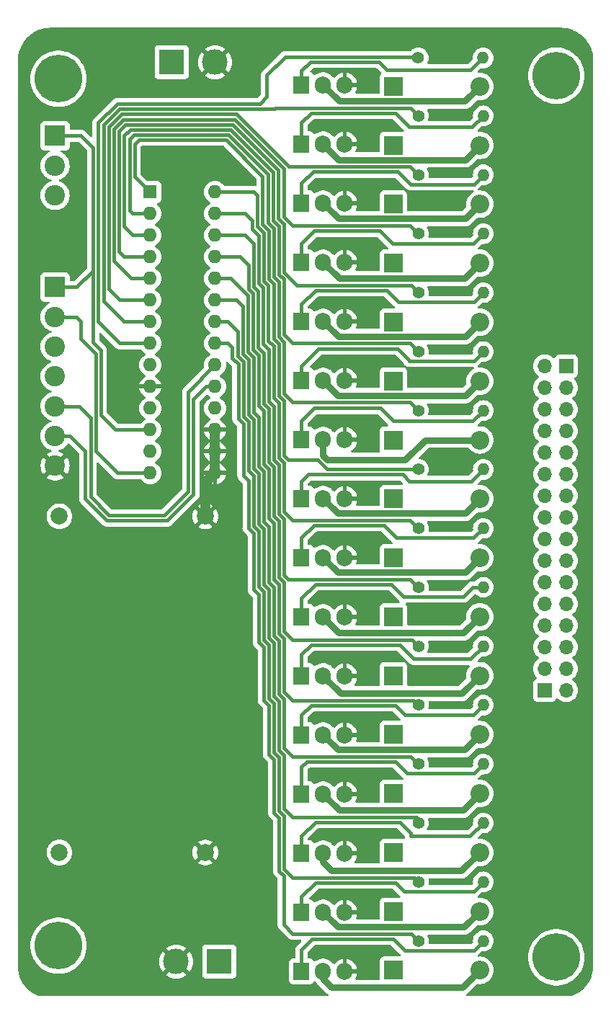
<source format=gbr>
%TF.GenerationSoftware,KiCad,Pcbnew,7.0.6*%
%TF.CreationDate,2023-08-03T15:11:43-04:00*%
%TF.ProjectId,mcp23s17_mosfet_combo,6d637032-3373-4313-975f-6d6f73666574,rev?*%
%TF.SameCoordinates,Original*%
%TF.FileFunction,Copper,L1,Top*%
%TF.FilePolarity,Positive*%
%FSLAX46Y46*%
G04 Gerber Fmt 4.6, Leading zero omitted, Abs format (unit mm)*
G04 Created by KiCad (PCBNEW 7.0.6) date 2023-08-03 15:11:43*
%MOMM*%
%LPD*%
G01*
G04 APERTURE LIST*
%TA.AperFunction,ComponentPad*%
%ADD10C,1.400000*%
%TD*%
%TA.AperFunction,ComponentPad*%
%ADD11O,1.400000X1.400000*%
%TD*%
%TA.AperFunction,ComponentPad*%
%ADD12R,3.000000X3.000000*%
%TD*%
%TA.AperFunction,ComponentPad*%
%ADD13C,3.000000*%
%TD*%
%TA.AperFunction,ComponentPad*%
%ADD14R,1.700000X1.700000*%
%TD*%
%TA.AperFunction,ComponentPad*%
%ADD15O,1.700000X1.700000*%
%TD*%
%TA.AperFunction,ComponentPad*%
%ADD16R,1.905000X2.000000*%
%TD*%
%TA.AperFunction,ComponentPad*%
%ADD17O,1.905000X2.000000*%
%TD*%
%TA.AperFunction,ComponentPad*%
%ADD18R,2.200000X2.200000*%
%TD*%
%TA.AperFunction,ComponentPad*%
%ADD19O,2.200000X2.200000*%
%TD*%
%TA.AperFunction,ComponentPad*%
%ADD20C,2.400000*%
%TD*%
%TA.AperFunction,ComponentPad*%
%ADD21R,2.400000X2.400000*%
%TD*%
%TA.AperFunction,ComponentPad*%
%ADD22C,5.600000*%
%TD*%
%TA.AperFunction,ComponentPad*%
%ADD23C,2.000000*%
%TD*%
%TA.AperFunction,ComponentPad*%
%ADD24R,1.600000X1.600000*%
%TD*%
%TA.AperFunction,ComponentPad*%
%ADD25O,1.600000X1.600000*%
%TD*%
%TA.AperFunction,Conductor*%
%ADD26C,0.400000*%
%TD*%
%TA.AperFunction,Conductor*%
%ADD27C,1.200000*%
%TD*%
%TA.AperFunction,Conductor*%
%ADD28C,0.800000*%
%TD*%
G04 APERTURE END LIST*
D10*
%TO.P,R16,1*%
%TO.N,/MOSFETS/IN_B7*%
X176276000Y-38100000D03*
D11*
%TO.P,R16,2*%
%TO.N,Net-(Q16-G)*%
X183896000Y-38100000D03*
%TD*%
D12*
%TO.P,J1,1,Pin_1*%
%TO.N,VCC*%
X147320000Y-38608000D03*
D13*
%TO.P,J1,2,Pin_2*%
%TO.N,GND*%
X152400000Y-38608000D03*
%TD*%
D14*
%TO.P,J5,1,Pin_1*%
%TO.N,A0*%
X191135000Y-112395000D03*
D15*
%TO.P,J5,2,Pin_2*%
%TO.N,A1*%
X191135000Y-109855000D03*
%TO.P,J5,3,Pin_3*%
%TO.N,A2*%
X191135000Y-107315000D03*
%TO.P,J5,4,Pin_4*%
%TO.N,A3*%
X191135000Y-104775000D03*
%TO.P,J5,5,Pin_5*%
%TO.N,A4*%
X191135000Y-102235000D03*
%TO.P,J5,6,Pin_6*%
%TO.N,A5*%
X191135000Y-99695000D03*
%TO.P,J5,7,Pin_7*%
%TO.N,A6*%
X191135000Y-97155000D03*
%TO.P,J5,8,Pin_8*%
%TO.N,A7*%
X191135000Y-94615000D03*
%TO.P,J5,9,Pin_9*%
%TO.N,B0*%
X191135000Y-92075000D03*
%TO.P,J5,10,Pin_10*%
%TO.N,B1*%
X191135000Y-89535000D03*
%TO.P,J5,11,Pin_11*%
%TO.N,B2*%
X191135000Y-86995000D03*
%TO.P,J5,12,Pin_12*%
%TO.N,B3*%
X191135000Y-84455000D03*
%TO.P,J5,13,Pin_13*%
%TO.N,B4*%
X191135000Y-81915000D03*
%TO.P,J5,14,Pin_14*%
%TO.N,B5*%
X191135000Y-79375000D03*
%TO.P,J5,15,Pin_15*%
%TO.N,B6*%
X191135000Y-76835000D03*
%TO.P,J5,16,Pin_16*%
%TO.N,B7*%
X191135000Y-74295000D03*
%TD*%
D14*
%TO.P,J6,1,Pin_1*%
%TO.N,VCC*%
X193675000Y-74295000D03*
D15*
%TO.P,J6,2,Pin_2*%
X193675000Y-76835000D03*
%TO.P,J6,3,Pin_3*%
X193675000Y-79375000D03*
%TO.P,J6,4,Pin_4*%
X193675000Y-81915000D03*
%TO.P,J6,5,Pin_5*%
X193675000Y-84455000D03*
%TO.P,J6,6,Pin_6*%
X193675000Y-86995000D03*
%TO.P,J6,7,Pin_7*%
X193675000Y-89535000D03*
%TO.P,J6,8,Pin_8*%
X193675000Y-92075000D03*
%TO.P,J6,9,Pin_9*%
X193675000Y-94615000D03*
%TO.P,J6,10,Pin_10*%
X193675000Y-97155000D03*
%TO.P,J6,11,Pin_11*%
X193675000Y-99695000D03*
%TO.P,J6,12,Pin_12*%
X193675000Y-102235000D03*
%TO.P,J6,13,Pin_13*%
X193675000Y-104775000D03*
%TO.P,J6,14,Pin_14*%
X193675000Y-107315000D03*
%TO.P,J6,15,Pin_15*%
X193675000Y-109855000D03*
%TO.P,J6,16,Pin_16*%
X193675000Y-112395000D03*
%TD*%
D10*
%TO.P,R15,1*%
%TO.N,/MOSFETS/IN_B6*%
X176295000Y-44900650D03*
D11*
%TO.P,R15,2*%
%TO.N,Net-(Q15-G)*%
X183915000Y-44900650D03*
%TD*%
D10*
%TO.P,R14,1*%
%TO.N,/MOSFETS/IN_B5*%
X176295000Y-51824198D03*
D11*
%TO.P,R14,2*%
%TO.N,Net-(Q14-G)*%
X183915000Y-51824198D03*
%TD*%
D10*
%TO.P,R13,1*%
%TO.N,/MOSFETS/IN_B4*%
X176295000Y-58747746D03*
D11*
%TO.P,R13,2*%
%TO.N,Net-(Q13-G)*%
X183915000Y-58747746D03*
%TD*%
D10*
%TO.P,R12,1*%
%TO.N,/MOSFETS/IN_B3*%
X176295000Y-65671294D03*
D11*
%TO.P,R12,2*%
%TO.N,Net-(Q12-G)*%
X183915000Y-65671294D03*
%TD*%
D10*
%TO.P,R11,1*%
%TO.N,/MOSFETS/IN_B2*%
X176295000Y-72594842D03*
D11*
%TO.P,R11,2*%
%TO.N,Net-(Q11-G)*%
X183915000Y-72594842D03*
%TD*%
D10*
%TO.P,R10,1*%
%TO.N,/MOSFETS/IN_B1*%
X176295000Y-79518390D03*
D11*
%TO.P,R10,2*%
%TO.N,Net-(Q10-G)*%
X183915000Y-79518390D03*
%TD*%
D10*
%TO.P,R9,1*%
%TO.N,/MOSFETS/IN_B0*%
X176295000Y-86441938D03*
D11*
%TO.P,R9,2*%
%TO.N,Net-(Q9-G)*%
X183915000Y-86441938D03*
%TD*%
D10*
%TO.P,R8,1*%
%TO.N,/MOSFETS/IN_A7*%
X176295000Y-93365486D03*
D11*
%TO.P,R8,2*%
%TO.N,Net-(Q8-G)*%
X183915000Y-93365486D03*
%TD*%
D10*
%TO.P,R7,1*%
%TO.N,/MOSFETS/IN_A6*%
X176295000Y-100289034D03*
D11*
%TO.P,R7,2*%
%TO.N,Net-(Q7-G)*%
X183915000Y-100289034D03*
%TD*%
D10*
%TO.P,R6,1*%
%TO.N,/MOSFETS/IN_A5*%
X176295000Y-107212582D03*
D11*
%TO.P,R6,2*%
%TO.N,Net-(Q6-G)*%
X183915000Y-107212582D03*
%TD*%
D10*
%TO.P,R5,1*%
%TO.N,/MOSFETS/IN_A4*%
X176295000Y-114136130D03*
D11*
%TO.P,R5,2*%
%TO.N,Net-(Q5-G)*%
X183915000Y-114136130D03*
%TD*%
D10*
%TO.P,R4,1*%
%TO.N,/MOSFETS/IN_A3*%
X176295000Y-121059678D03*
D11*
%TO.P,R4,2*%
%TO.N,Net-(Q4-G)*%
X183915000Y-121059678D03*
%TD*%
D10*
%TO.P,R3,1*%
%TO.N,/MOSFETS/IN_A2*%
X176295000Y-127983226D03*
D11*
%TO.P,R3,2*%
%TO.N,Net-(Q3-G)*%
X183915000Y-127983226D03*
%TD*%
D10*
%TO.P,R2,1*%
%TO.N,/MOSFETS/IN_A1*%
X176295000Y-134906774D03*
D11*
%TO.P,R2,2*%
%TO.N,Net-(Q2-G)*%
X183915000Y-134906774D03*
%TD*%
D10*
%TO.P,R1,1*%
%TO.N,/MOSFETS/IN_A0*%
X176295000Y-141830322D03*
D11*
%TO.P,R1,2*%
%TO.N,Net-(Q1-G)*%
X183915000Y-141830322D03*
%TD*%
D16*
%TO.P,Q16,1,G*%
%TO.N,Net-(Q16-G)*%
X162560000Y-41275000D03*
D17*
%TO.P,Q16,2,D*%
%TO.N,B7*%
X165100000Y-41275000D03*
%TO.P,Q16,3,S*%
%TO.N,GND*%
X167640000Y-41275000D03*
%TD*%
D16*
%TO.P,Q15,1,G*%
%TO.N,Net-(Q15-G)*%
X162560000Y-48217666D03*
D17*
%TO.P,Q15,2,D*%
%TO.N,B6*%
X165100000Y-48217666D03*
%TO.P,Q15,3,S*%
%TO.N,GND*%
X167640000Y-48217666D03*
%TD*%
D16*
%TO.P,Q14,1,G*%
%TO.N,Net-(Q14-G)*%
X162560000Y-55160332D03*
D17*
%TO.P,Q14,2,D*%
%TO.N,B5*%
X165100000Y-55160332D03*
%TO.P,Q14,3,S*%
%TO.N,GND*%
X167640000Y-55160332D03*
%TD*%
D16*
%TO.P,Q13,1,G*%
%TO.N,Net-(Q13-G)*%
X162560000Y-62102998D03*
D17*
%TO.P,Q13,2,D*%
%TO.N,B4*%
X165100000Y-62102998D03*
%TO.P,Q13,3,S*%
%TO.N,GND*%
X167640000Y-62102998D03*
%TD*%
D16*
%TO.P,Q12,1,G*%
%TO.N,Net-(Q12-G)*%
X162560000Y-69045664D03*
D17*
%TO.P,Q12,2,D*%
%TO.N,B3*%
X165100000Y-69045664D03*
%TO.P,Q12,3,S*%
%TO.N,GND*%
X167640000Y-69045664D03*
%TD*%
D16*
%TO.P,Q11,1,G*%
%TO.N,Net-(Q11-G)*%
X162560000Y-75988330D03*
D17*
%TO.P,Q11,2,D*%
%TO.N,B2*%
X165100000Y-75988330D03*
%TO.P,Q11,3,S*%
%TO.N,GND*%
X167640000Y-75988330D03*
%TD*%
D16*
%TO.P,Q10,1,G*%
%TO.N,Net-(Q10-G)*%
X162560000Y-82930996D03*
D17*
%TO.P,Q10,2,D*%
%TO.N,B1*%
X165100000Y-82930996D03*
%TO.P,Q10,3,S*%
%TO.N,GND*%
X167640000Y-82930996D03*
%TD*%
D16*
%TO.P,Q9,1,G*%
%TO.N,Net-(Q9-G)*%
X162560000Y-89873662D03*
D17*
%TO.P,Q9,2,D*%
%TO.N,B0*%
X165100000Y-89873662D03*
%TO.P,Q9,3,S*%
%TO.N,GND*%
X167640000Y-89873662D03*
%TD*%
D16*
%TO.P,Q8,1,G*%
%TO.N,Net-(Q8-G)*%
X162560000Y-96816328D03*
D17*
%TO.P,Q8,2,D*%
%TO.N,A7*%
X165100000Y-96816328D03*
%TO.P,Q8,3,S*%
%TO.N,GND*%
X167640000Y-96816328D03*
%TD*%
D16*
%TO.P,Q7,1,G*%
%TO.N,Net-(Q7-G)*%
X162560000Y-103758994D03*
D17*
%TO.P,Q7,2,D*%
%TO.N,A6*%
X165100000Y-103758994D03*
%TO.P,Q7,3,S*%
%TO.N,GND*%
X167640000Y-103758994D03*
%TD*%
D16*
%TO.P,Q6,1,G*%
%TO.N,Net-(Q6-G)*%
X162560000Y-110701660D03*
D17*
%TO.P,Q6,2,D*%
%TO.N,A5*%
X165100000Y-110701660D03*
%TO.P,Q6,3,S*%
%TO.N,GND*%
X167640000Y-110701660D03*
%TD*%
D16*
%TO.P,Q5,1,G*%
%TO.N,Net-(Q5-G)*%
X162560000Y-117644326D03*
D17*
%TO.P,Q5,2,D*%
%TO.N,A4*%
X165100000Y-117644326D03*
%TO.P,Q5,3,S*%
%TO.N,GND*%
X167640000Y-117644326D03*
%TD*%
D16*
%TO.P,Q4,1,G*%
%TO.N,Net-(Q4-G)*%
X162560000Y-124586992D03*
D17*
%TO.P,Q4,2,D*%
%TO.N,A3*%
X165100000Y-124586992D03*
%TO.P,Q4,3,S*%
%TO.N,GND*%
X167640000Y-124586992D03*
%TD*%
D16*
%TO.P,Q3,1,G*%
%TO.N,Net-(Q3-G)*%
X162560000Y-131529658D03*
D17*
%TO.P,Q3,2,D*%
%TO.N,A2*%
X165100000Y-131529658D03*
%TO.P,Q3,3,S*%
%TO.N,GND*%
X167640000Y-131529658D03*
%TD*%
D16*
%TO.P,Q2,1,G*%
%TO.N,Net-(Q2-G)*%
X162560000Y-138472324D03*
D17*
%TO.P,Q2,2,D*%
%TO.N,A1*%
X165100000Y-138472324D03*
%TO.P,Q2,3,S*%
%TO.N,GND*%
X167640000Y-138472324D03*
%TD*%
%TO.P,Q1,3,S*%
%TO.N,GND*%
X167640000Y-145415000D03*
%TO.P,Q1,2,D*%
%TO.N,A0*%
X165100000Y-145415000D03*
D16*
%TO.P,Q1,1,G*%
%TO.N,Net-(Q1-G)*%
X162560000Y-145415000D03*
%TD*%
D18*
%TO.P,D16,1,K*%
%TO.N,VCC*%
X173355000Y-41438876D03*
D19*
%TO.P,D16,2,A*%
%TO.N,B7*%
X183515000Y-41438876D03*
%TD*%
D18*
%TO.P,D15,1,K*%
%TO.N,VCC*%
X173355000Y-48362424D03*
D19*
%TO.P,D15,2,A*%
%TO.N,B6*%
X183515000Y-48362424D03*
%TD*%
D18*
%TO.P,D14,1,K*%
%TO.N,VCC*%
X173355000Y-55285972D03*
D19*
%TO.P,D14,2,A*%
%TO.N,B5*%
X183515000Y-55285972D03*
%TD*%
D18*
%TO.P,D13,1,K*%
%TO.N,VCC*%
X173355000Y-62209520D03*
D19*
%TO.P,D13,2,A*%
%TO.N,B4*%
X183515000Y-62209520D03*
%TD*%
D18*
%TO.P,D12,1,K*%
%TO.N,VCC*%
X173355000Y-69133068D03*
D19*
%TO.P,D12,2,A*%
%TO.N,B3*%
X183515000Y-69133068D03*
%TD*%
D18*
%TO.P,D11,1,K*%
%TO.N,VCC*%
X173355000Y-76056616D03*
D19*
%TO.P,D11,2,A*%
%TO.N,B2*%
X183515000Y-76056616D03*
%TD*%
D18*
%TO.P,D10,1,K*%
%TO.N,VCC*%
X173355000Y-82980164D03*
D19*
%TO.P,D10,2,A*%
%TO.N,B1*%
X183515000Y-82980164D03*
%TD*%
D18*
%TO.P,D9,1,K*%
%TO.N,VCC*%
X173355000Y-89903712D03*
D19*
%TO.P,D9,2,A*%
%TO.N,B0*%
X183515000Y-89903712D03*
%TD*%
D18*
%TO.P,D8,1,K*%
%TO.N,VCC*%
X173355000Y-96827260D03*
D19*
%TO.P,D8,2,A*%
%TO.N,A7*%
X183515000Y-96827260D03*
%TD*%
D18*
%TO.P,D7,1,K*%
%TO.N,VCC*%
X173355000Y-103750808D03*
D19*
%TO.P,D7,2,A*%
%TO.N,A6*%
X183515000Y-103750808D03*
%TD*%
D18*
%TO.P,D6,1,K*%
%TO.N,VCC*%
X173355000Y-110674356D03*
D19*
%TO.P,D6,2,A*%
%TO.N,A5*%
X183515000Y-110674356D03*
%TD*%
D18*
%TO.P,D5,1,K*%
%TO.N,VCC*%
X173355000Y-117597904D03*
D19*
%TO.P,D5,2,A*%
%TO.N,A4*%
X183515000Y-117597904D03*
%TD*%
%TO.P,D4,2,A*%
%TO.N,A3*%
X183515000Y-124521452D03*
D18*
%TO.P,D4,1,K*%
%TO.N,VCC*%
X173355000Y-124521452D03*
%TD*%
D19*
%TO.P,D3,2,A*%
%TO.N,A2*%
X183515000Y-131445000D03*
D18*
%TO.P,D3,1,K*%
%TO.N,VCC*%
X173355000Y-131445000D03*
%TD*%
D19*
%TO.P,D2,2,A*%
%TO.N,A1*%
X183515000Y-138368548D03*
D18*
%TO.P,D2,1,K*%
%TO.N,VCC*%
X173355000Y-138368548D03*
%TD*%
%TO.P,D1,1,K*%
%TO.N,VCC*%
X173355000Y-145292102D03*
D19*
%TO.P,D1,2,A*%
%TO.N,A0*%
X183515000Y-145292102D03*
%TD*%
D13*
%TO.P,J3,2,Pin_2*%
%TO.N,GND*%
X147828000Y-144272000D03*
D12*
%TO.P,J3,1,Pin_1*%
%TO.N,VCC*%
X152908000Y-144272000D03*
%TD*%
D20*
%TO.P,J7,7,Pin_7*%
%TO.N,GND*%
X133604000Y-86024000D03*
%TO.P,J7,6,Pin_6*%
%TO.N,INTB0*%
X133604000Y-82524000D03*
%TO.P,J7,5,Pin_5*%
%TO.N,INTA0*%
X133604000Y-79024000D03*
%TO.P,J7,4,Pin_4*%
%TO.N,CS0*%
X133604000Y-75524000D03*
%TO.P,J7,3,Pin_3*%
%TO.N,MOSI*%
X133604000Y-72024000D03*
%TO.P,J7,2,Pin_2*%
%TO.N,MISO*%
X133604000Y-68524000D03*
D21*
%TO.P,J7,1,Pin_1*%
%TO.N,SCK*%
X133604000Y-65024000D03*
%TD*%
%TO.P,J4,1,Pin_1*%
%TO.N,SCK*%
X133604000Y-47244000D03*
D20*
%TO.P,J4,2,Pin_2*%
%TO.N,MISO*%
X133604000Y-50744000D03*
%TO.P,J4,3,Pin_3*%
%TO.N,MOSI*%
X133604000Y-54244000D03*
%TD*%
D22*
%TO.P,H1,1*%
%TO.N,N/C*%
X134000000Y-40538400D03*
%TD*%
D23*
%TO.P,U1,1,VIN*%
%TO.N,VCC*%
X134112000Y-131445000D03*
%TO.P,U1,2,GND*%
%TO.N,GND*%
X151257000Y-131445000D03*
%TO.P,U1,3,GND*%
X151257000Y-91948000D03*
%TO.P,U1,4,VOUT*%
%TO.N,+5V*%
X134112000Y-91948000D03*
%TD*%
D22*
%TO.P,H3,1*%
%TO.N,N/C*%
X192500000Y-40182800D03*
%TD*%
D24*
%TO.P,U2,1,GPB0*%
%TO.N,/MOSFETS/IN_B0*%
X144780000Y-53848000D03*
D25*
%TO.P,U2,2,GPB1*%
%TO.N,/MOSFETS/IN_B1*%
X144780000Y-56388000D03*
%TO.P,U2,3,GPB2*%
%TO.N,/MOSFETS/IN_B2*%
X144780000Y-58928000D03*
%TO.P,U2,4,GPB3*%
%TO.N,/MOSFETS/IN_B3*%
X144780000Y-61468000D03*
%TO.P,U2,5,GPB4*%
%TO.N,/MOSFETS/IN_B4*%
X144780000Y-64008000D03*
%TO.P,U2,6,GPB5*%
%TO.N,/MOSFETS/IN_B5*%
X144780000Y-66548000D03*
%TO.P,U2,7,GPB6*%
%TO.N,/MOSFETS/IN_B6*%
X144780000Y-69088000D03*
%TO.P,U2,8,GPB7*%
%TO.N,/MOSFETS/IN_B7*%
X144780000Y-71628000D03*
%TO.P,U2,9,VDD*%
%TO.N,+5V*%
X144780000Y-74168000D03*
%TO.P,U2,10,VSS*%
%TO.N,GND*%
X144780000Y-76708000D03*
%TO.P,U2,11,~{CS}*%
%TO.N,CS0*%
X144780000Y-79248000D03*
%TO.P,U2,12,SCK*%
%TO.N,SCK*%
X144780000Y-81788000D03*
%TO.P,U2,13,SI*%
%TO.N,MOSI*%
X144780000Y-84328000D03*
%TO.P,U2,14,SO*%
%TO.N,MISO*%
X144780000Y-86868000D03*
%TO.P,U2,15,A0*%
%TO.N,GND*%
X152400000Y-86868000D03*
%TO.P,U2,16,A1*%
X152400000Y-84328000D03*
%TO.P,U2,17,A2*%
X152400000Y-81788000D03*
%TO.P,U2,18,~{RESET}*%
%TO.N,+5V*%
X152400000Y-79248000D03*
%TO.P,U2,19,INTB*%
%TO.N,INTB0*%
X152400000Y-76708000D03*
%TO.P,U2,20,INTA*%
%TO.N,INTA0*%
X152400000Y-74168000D03*
%TO.P,U2,21,GPA0*%
%TO.N,/MOSFETS/IN_A0*%
X152400000Y-71628000D03*
%TO.P,U2,22,GPA1*%
%TO.N,/MOSFETS/IN_A1*%
X152400000Y-69088000D03*
%TO.P,U2,23,GPA2*%
%TO.N,/MOSFETS/IN_A2*%
X152400000Y-66548000D03*
%TO.P,U2,24,GPA3*%
%TO.N,/MOSFETS/IN_A3*%
X152400000Y-64008000D03*
%TO.P,U2,25,GPA4*%
%TO.N,/MOSFETS/IN_A4*%
X152400000Y-61468000D03*
%TO.P,U2,26,GPA5*%
%TO.N,/MOSFETS/IN_A5*%
X152400000Y-58928000D03*
%TO.P,U2,27,GPA6*%
%TO.N,/MOSFETS/IN_A6*%
X152400000Y-56388000D03*
%TO.P,U2,28,GPA7*%
%TO.N,/MOSFETS/IN_A7*%
X152400000Y-53848000D03*
%TD*%
D22*
%TO.P,H4,1*%
%TO.N,N/C*%
X192500000Y-143764000D03*
%TD*%
%TO.P,H2,1*%
%TO.N,N/C*%
X134000000Y-142392400D03*
%TD*%
D26*
%TO.N,Net-(Q16-G)*%
X182395102Y-39497000D02*
X183915000Y-37977102D01*
X172593000Y-39497000D02*
X182395102Y-39497000D01*
X171673102Y-38577102D02*
X172593000Y-39497000D01*
X162560000Y-39624000D02*
X163606898Y-38577102D01*
X162560000Y-41275000D02*
X162560000Y-39624000D01*
X163606898Y-38577102D02*
X171673102Y-38577102D01*
%TO.N,SCK*%
X138960000Y-80032000D02*
X140716000Y-81788000D01*
X138084000Y-71536000D02*
X138960000Y-72412000D01*
X138960000Y-72412000D02*
X138960000Y-80032000D01*
X140716000Y-81788000D02*
X144780000Y-81788000D01*
X138084000Y-63084000D02*
X138084000Y-71536000D01*
%TO.N,MISO*%
X136652000Y-69088000D02*
X136088000Y-68524000D01*
X136652000Y-71120000D02*
X136652000Y-69088000D01*
X138360000Y-72828000D02*
X136652000Y-71120000D01*
X136088000Y-68524000D02*
X133604000Y-68524000D01*
X140900000Y-86868000D02*
X138360000Y-84328000D01*
X138360000Y-84328000D02*
X138360000Y-72828000D01*
X144780000Y-86868000D02*
X140900000Y-86868000D01*
%TO.N,INTA0*%
X136428000Y-79024000D02*
X133604000Y-79024000D01*
X137760000Y-89667472D02*
X137760000Y-80356000D01*
X139948528Y-91856000D02*
X137760000Y-89667472D01*
X146396000Y-91856000D02*
X139948528Y-91856000D01*
X149260000Y-88992000D02*
X146396000Y-91856000D01*
X149260000Y-77308000D02*
X149260000Y-88992000D01*
X152400000Y-74168000D02*
X149260000Y-77308000D01*
X137760000Y-80356000D02*
X136428000Y-79024000D01*
%TO.N,INTB0*%
X151384000Y-76708000D02*
X152400000Y-76708000D01*
X149860000Y-78232000D02*
X151384000Y-76708000D01*
X149860000Y-89408000D02*
X149860000Y-78232000D01*
X146812000Y-92456000D02*
X149860000Y-89408000D01*
X139700000Y-92456000D02*
X146812000Y-92456000D01*
X137160000Y-89916000D02*
X139700000Y-92456000D01*
X137160000Y-84328000D02*
X137160000Y-89916000D01*
X135356000Y-82524000D02*
X137160000Y-84328000D01*
X133604000Y-82524000D02*
X135356000Y-82524000D01*
D27*
%TO.N,GND*%
X151257000Y-88011000D02*
X152400000Y-86868000D01*
X151257000Y-91948000D02*
X151257000Y-88011000D01*
X152400000Y-84328000D02*
X152400000Y-86868000D01*
X152400000Y-81788000D02*
X152400000Y-84328000D01*
D26*
%TO.N,SCK*%
X138084000Y-48676000D02*
X138084000Y-63084000D01*
X136652000Y-47244000D02*
X138084000Y-48676000D01*
X138084000Y-63084000D02*
X136144000Y-65024000D01*
X133604000Y-47244000D02*
X136652000Y-47244000D01*
X136144000Y-65024000D02*
X133604000Y-65024000D01*
%TO.N,/MOSFETS/IN_B7*%
X160650898Y-37977102D02*
X176295000Y-37977102D01*
X157664000Y-43504000D02*
X158496000Y-42672000D01*
X140900000Y-43504000D02*
X157664000Y-43504000D01*
X138684000Y-45720000D02*
X140900000Y-43504000D01*
X138684000Y-69088000D02*
X138684000Y-45720000D01*
X141224000Y-71628000D02*
X138684000Y-69088000D01*
X158496000Y-40132000D02*
X160650898Y-37977102D01*
X144780000Y-71628000D02*
X141224000Y-71628000D01*
X158496000Y-42672000D02*
X158496000Y-40132000D01*
%TO.N,/MOSFETS/IN_B6*%
X141732000Y-69088000D02*
X144780000Y-69088000D01*
X159388000Y-44104000D02*
X141148528Y-44104000D01*
X139284000Y-45968528D02*
X139284000Y-66640000D01*
X159512000Y-43980000D02*
X159388000Y-44104000D01*
X139284000Y-66640000D02*
X141732000Y-69088000D01*
X175374350Y-43980000D02*
X159512000Y-43980000D01*
X141148528Y-44104000D02*
X139284000Y-45968528D01*
X176295000Y-44900650D02*
X175374350Y-43980000D01*
%TO.N,/MOSFETS/IN_A0*%
X160465736Y-139929736D02*
X161544000Y-141008000D01*
X160465736Y-134174264D02*
X160465736Y-139929736D01*
X159928000Y-133636528D02*
X160465736Y-134174264D01*
X159928000Y-127373056D02*
X159928000Y-133636528D01*
X159328000Y-126773056D02*
X159928000Y-127373056D01*
X159328000Y-120509584D02*
X159328000Y-126773056D01*
X158728000Y-119909584D02*
X159328000Y-120509584D01*
X158728000Y-114154112D02*
X158728000Y-119909584D01*
X158128000Y-113554112D02*
X158728000Y-114154112D01*
X158128000Y-107328000D02*
X158128000Y-113554112D01*
X157528000Y-106728000D02*
X158128000Y-107328000D01*
X157528000Y-101140000D02*
X157528000Y-106728000D01*
X156928000Y-100540000D02*
X157528000Y-101140000D01*
X156928000Y-93941584D02*
X156928000Y-100540000D01*
X156328000Y-93341584D02*
X156928000Y-93941584D01*
X156328000Y-87748000D02*
X156328000Y-93341584D01*
X155728000Y-87148000D02*
X156328000Y-87748000D01*
X155728000Y-81057584D02*
X155728000Y-87148000D01*
X155128000Y-80457584D02*
X155728000Y-81057584D01*
X155128000Y-74026640D02*
X155128000Y-80457584D01*
X154432000Y-73330640D02*
X155128000Y-74026640D01*
X154432000Y-72136000D02*
X154432000Y-73330640D01*
X153924000Y-71628000D02*
X154432000Y-72136000D01*
X152400000Y-71628000D02*
X153924000Y-71628000D01*
X175472678Y-141008000D02*
X161544000Y-141008000D01*
%TO.N,/MOSFETS/IN_A1*%
X160528000Y-133388000D02*
X161544000Y-134404000D01*
X160528000Y-127124528D02*
X160528000Y-133388000D01*
X159928000Y-126524528D02*
X160528000Y-127124528D01*
X159928000Y-120261056D02*
X159928000Y-126524528D01*
X159328000Y-119661056D02*
X159928000Y-120261056D01*
X159328000Y-113905584D02*
X159328000Y-119661056D01*
X158728000Y-113305584D02*
X159328000Y-113905584D01*
X158728000Y-107042112D02*
X158728000Y-113305584D01*
X158128000Y-106442112D02*
X158728000Y-107042112D01*
X158128000Y-100821584D02*
X158128000Y-106442112D01*
X157528000Y-100221584D02*
X158128000Y-100821584D01*
X156928000Y-93093056D02*
X157528000Y-93693056D01*
X156928000Y-87175696D02*
X156928000Y-93093056D01*
X156328000Y-86575696D02*
X156928000Y-87175696D01*
X157528000Y-93693056D02*
X157528000Y-100221584D01*
X156328000Y-80809056D02*
X156328000Y-86575696D01*
X155728000Y-80209056D02*
X156328000Y-80809056D01*
X155728000Y-73778112D02*
X155728000Y-80209056D01*
X155065736Y-73115848D02*
X155728000Y-73778112D01*
X155065736Y-70229736D02*
X155065736Y-73115848D01*
X153924000Y-69088000D02*
X155065736Y-70229736D01*
X152400000Y-69088000D02*
X153924000Y-69088000D01*
X175792226Y-134404000D02*
X161544000Y-134404000D01*
%TO.N,/MOSFETS/IN_A2*%
X176295000Y-127527000D02*
X176295000Y-127983226D01*
X176060000Y-127292000D02*
X176295000Y-127527000D01*
X160528000Y-126276000D02*
X161544000Y-127292000D01*
X160528000Y-120012528D02*
X160528000Y-126276000D01*
X159928000Y-119412528D02*
X160528000Y-120012528D01*
X161544000Y-127292000D02*
X176060000Y-127292000D01*
X159928000Y-113657056D02*
X159928000Y-119412528D01*
X159328000Y-113057056D02*
X159928000Y-113657056D01*
X158728000Y-106193584D02*
X159328000Y-106793584D01*
X158728000Y-100573056D02*
X158728000Y-106193584D01*
X158128000Y-99973056D02*
X158728000Y-100573056D01*
X158128000Y-93444528D02*
X158128000Y-99973056D01*
X157528000Y-92844528D02*
X158128000Y-93444528D01*
X157528000Y-86927168D02*
X157528000Y-92844528D01*
X156928000Y-86327168D02*
X157528000Y-86927168D01*
X155665736Y-67273736D02*
X155665736Y-72867320D01*
X155665736Y-72867320D02*
X156328000Y-73529584D01*
X156328000Y-73529584D02*
X156328000Y-79960528D01*
X154940000Y-66548000D02*
X155665736Y-67273736D01*
X156328000Y-79960528D02*
X156928000Y-80560528D01*
X152400000Y-66548000D02*
X154940000Y-66548000D01*
X159328000Y-106793584D02*
X159328000Y-113057056D01*
X156928000Y-80560528D02*
X156928000Y-86327168D01*
%TO.N,/MOSFETS/IN_A4*%
X175734870Y-113576000D02*
X176295000Y-114136130D01*
X161544000Y-113576000D02*
X175734870Y-113576000D01*
X160528000Y-112560000D02*
X161544000Y-113576000D01*
X160528000Y-106296528D02*
X160528000Y-112560000D01*
X159928000Y-105696528D02*
X160528000Y-106296528D01*
X159928000Y-99984000D02*
X159928000Y-105696528D01*
X159328000Y-92785584D02*
X159328000Y-99384000D01*
X158728000Y-92185584D02*
X159328000Y-92785584D01*
X158728000Y-86430112D02*
X158728000Y-92185584D01*
X159328000Y-99384000D02*
X159928000Y-99984000D01*
X158128000Y-85830112D02*
X158728000Y-86430112D01*
X157528000Y-78961056D02*
X158128000Y-79561056D01*
X156865736Y-65780528D02*
X156865736Y-72370264D01*
X158128000Y-79561056D02*
X158128000Y-85830112D01*
X156328000Y-62484000D02*
X156328000Y-65242792D01*
X156328000Y-65242792D02*
X156865736Y-65780528D01*
X157528000Y-73032528D02*
X157528000Y-78961056D01*
X155312000Y-61468000D02*
X156328000Y-62484000D01*
X152400000Y-61468000D02*
X155312000Y-61468000D01*
X156865736Y-72370264D02*
X157528000Y-73032528D01*
%TO.N,/MOSFETS/IN_A3*%
X160528000Y-119164000D02*
X161544000Y-120180000D01*
X160528000Y-113408528D02*
X160528000Y-119164000D01*
X159928000Y-112808528D02*
X160528000Y-113408528D01*
X159928000Y-106545056D02*
X159928000Y-112808528D01*
X159328000Y-105945056D02*
X159928000Y-106545056D01*
X158728000Y-99724528D02*
X159328000Y-100324528D01*
X158728000Y-93196000D02*
X158728000Y-99724528D01*
X158128000Y-92596000D02*
X158728000Y-93196000D01*
X158128000Y-86678640D02*
X158128000Y-92596000D01*
X157528000Y-86078640D02*
X158128000Y-86678640D01*
X157528000Y-80312000D02*
X157528000Y-86078640D01*
X156928000Y-79712000D02*
X157528000Y-80312000D01*
X156928000Y-73281056D02*
X156928000Y-79712000D01*
X156265736Y-72618792D02*
X156928000Y-73281056D01*
X159328000Y-100324528D02*
X159328000Y-105945056D01*
X154244680Y-64008000D02*
X156265736Y-66029056D01*
X152400000Y-64008000D02*
X154244680Y-64008000D01*
X156265736Y-66029056D02*
X156265736Y-72618792D01*
X175415322Y-120180000D02*
X161544000Y-120180000D01*
%TO.N,/MOSFETS/IN_A5*%
X160528000Y-105448000D02*
X161544000Y-106464000D01*
X160528000Y-99667788D02*
X160528000Y-105448000D01*
X159928000Y-99067788D02*
X160528000Y-99667788D01*
X159928000Y-92537056D02*
X159928000Y-99067788D01*
X159328000Y-91937056D02*
X159928000Y-92537056D01*
X159328000Y-86181584D02*
X159328000Y-91937056D01*
X158728000Y-85581584D02*
X159328000Y-86181584D01*
X158728000Y-79312528D02*
X158728000Y-85581584D01*
X158128000Y-78712528D02*
X158728000Y-79312528D01*
X158128000Y-72784000D02*
X158128000Y-78712528D01*
X157465736Y-72121736D02*
X158128000Y-72784000D01*
X157465736Y-65517736D02*
X157465736Y-72121736D01*
X156928000Y-59900000D02*
X156928000Y-64994264D01*
X156928000Y-64994264D02*
X156942264Y-64994264D01*
X155956000Y-58928000D02*
X156928000Y-59900000D01*
X152400000Y-58928000D02*
X155956000Y-58928000D01*
X175546418Y-106464000D02*
X161544000Y-106464000D01*
X156942264Y-64994264D02*
X157465736Y-65517736D01*
%TO.N,/MOSFETS/IN_A6*%
X160528000Y-92288528D02*
X160528000Y-98819260D01*
X159928000Y-91688528D02*
X160528000Y-92288528D01*
X159928000Y-85933056D02*
X159928000Y-91688528D01*
X159328000Y-85333056D02*
X159928000Y-85933056D01*
X159328000Y-79064000D02*
X159328000Y-85333056D01*
X158728000Y-72368000D02*
X158728000Y-78464000D01*
X158065736Y-71705736D02*
X158728000Y-72368000D01*
X158065736Y-65107320D02*
X158065736Y-71705736D01*
X157528000Y-64569584D02*
X158065736Y-65107320D01*
X157528000Y-58976000D02*
X157528000Y-64569584D01*
X156788000Y-58236000D02*
X157528000Y-58976000D01*
X156788000Y-57220000D02*
X156788000Y-58236000D01*
X155956000Y-56388000D02*
X156788000Y-57220000D01*
X152400000Y-56388000D02*
X155956000Y-56388000D01*
X160528000Y-98819260D02*
X161036000Y-99327260D01*
X175333226Y-99327260D02*
X161036000Y-99327260D01*
X158728000Y-78464000D02*
X159328000Y-79064000D01*
%TO.N,/MOSFETS/IN_A7*%
X175333226Y-92403712D02*
X176295000Y-93365486D01*
X161491712Y-92403712D02*
X175333226Y-92403712D01*
X160528000Y-91440000D02*
X161491712Y-92403712D01*
X160528000Y-85684528D02*
X160528000Y-91440000D01*
X159328000Y-78048000D02*
X159928000Y-78648000D01*
X159328000Y-71962652D02*
X159328000Y-78048000D01*
X159928000Y-78648000D02*
X159928000Y-85084528D01*
X158665736Y-71300388D02*
X159328000Y-71962652D01*
X158665736Y-64858792D02*
X158665736Y-71300388D01*
X158128000Y-64321056D02*
X158665736Y-64858792D01*
X157388000Y-54264000D02*
X157388000Y-57872612D01*
X159928000Y-85084528D02*
X160528000Y-85684528D01*
X157388000Y-57872612D02*
X158128000Y-58612612D01*
X156972000Y-53848000D02*
X157388000Y-54264000D01*
X152400000Y-53848000D02*
X156972000Y-53848000D01*
X158128000Y-58612612D02*
X158128000Y-64321056D01*
%TO.N,/MOSFETS/IN_B0*%
X160528000Y-84836000D02*
X161036000Y-85344000D01*
X160528000Y-78389144D02*
X160528000Y-84836000D01*
X159928000Y-77789144D02*
X160528000Y-78389144D01*
X159928000Y-71714124D02*
X159928000Y-77789144D01*
X159265736Y-71051860D02*
X159928000Y-71714124D01*
X159265736Y-64610264D02*
X159265736Y-71051860D01*
X158728000Y-64072528D02*
X159265736Y-64610264D01*
X158728000Y-58364084D02*
X158728000Y-64072528D01*
X157988000Y-57624084D02*
X158728000Y-58364084D01*
X157988000Y-51994640D02*
X157988000Y-57624084D01*
X153697360Y-47704000D02*
X157988000Y-51994640D01*
X143488000Y-47704000D02*
X153697360Y-47704000D01*
X142932000Y-48260000D02*
X143488000Y-47704000D01*
X142932000Y-52000000D02*
X142932000Y-48260000D01*
X144780000Y-53848000D02*
X142932000Y-52000000D01*
X164476630Y-85344000D02*
X161036000Y-85344000D01*
%TO.N,/MOSFETS/IN_B1*%
X160528000Y-77540616D02*
X161544000Y-78556616D01*
X160528000Y-71465596D02*
X160528000Y-77540616D01*
X159865736Y-64361736D02*
X159865736Y-70803332D01*
X159328000Y-63824000D02*
X159865736Y-64361736D01*
X159328000Y-58115556D02*
X159328000Y-63824000D01*
X158646944Y-57434500D02*
X159328000Y-58115556D01*
X158646944Y-51805056D02*
X158646944Y-57434500D01*
X153945888Y-47104000D02*
X158646944Y-51805056D01*
X142888000Y-47104000D02*
X153945888Y-47104000D01*
X142332000Y-47660000D02*
X142888000Y-47104000D01*
X142332000Y-55972000D02*
X142332000Y-47660000D01*
X159865736Y-70803332D02*
X160528000Y-71465596D01*
X142748000Y-56388000D02*
X142332000Y-55972000D01*
X144780000Y-56388000D02*
X142748000Y-56388000D01*
X175333226Y-78556616D02*
X161544000Y-78556616D01*
%TO.N,/MOSFETS/IN_B2*%
X160465736Y-64070264D02*
X160465736Y-70554804D01*
X161544000Y-71633068D02*
X175333226Y-71633068D01*
X160465736Y-70554804D02*
X161544000Y-71633068D01*
X159928000Y-63532528D02*
X160465736Y-64070264D01*
X159928000Y-57867028D02*
X159928000Y-63532528D01*
X154194416Y-46504000D02*
X159246944Y-51556528D01*
X159246944Y-51556528D02*
X159246944Y-57185972D01*
X159246944Y-57185972D02*
X159928000Y-57867028D01*
X141732000Y-57912000D02*
X141732000Y-47244000D01*
X141732000Y-47244000D02*
X142472000Y-46504000D01*
X142472000Y-46504000D02*
X154194416Y-46504000D01*
X144780000Y-58928000D02*
X142748000Y-58928000D01*
X142748000Y-58928000D02*
X141732000Y-57912000D01*
%TO.N,/MOSFETS/IN_B3*%
X160528000Y-63284000D02*
X162052000Y-64808000D01*
X160528000Y-57618500D02*
X160528000Y-63284000D01*
X159846944Y-56937444D02*
X160528000Y-57618500D01*
X159846944Y-51308000D02*
X159846944Y-56937444D01*
X154442944Y-45904000D02*
X159846944Y-51308000D01*
X175431706Y-64808000D02*
X162052000Y-64808000D01*
X141084000Y-60820000D02*
X141084000Y-46714112D01*
X141732000Y-61468000D02*
X141084000Y-60820000D01*
X141084000Y-46714112D02*
X141894112Y-45904000D01*
X144780000Y-61468000D02*
X141732000Y-61468000D01*
X141894112Y-45904000D02*
X154442944Y-45904000D01*
%TO.N,/MOSFETS/IN_B4*%
X160528000Y-56769972D02*
X161544000Y-57785972D01*
X160528000Y-51140528D02*
X160528000Y-56769972D01*
X140484000Y-46465584D02*
X141645584Y-45304000D01*
X154691472Y-45304000D02*
X160528000Y-51140528D01*
X142516000Y-64008000D02*
X140484000Y-61976000D01*
X140484000Y-61976000D02*
X140484000Y-46465584D01*
X144780000Y-64008000D02*
X142516000Y-64008000D01*
X141645584Y-45304000D02*
X154691472Y-45304000D01*
X175333226Y-57785972D02*
X161544000Y-57785972D01*
%TO.N,/MOSFETS/IN_B2*%
X175333226Y-71633068D02*
X176295000Y-72594842D01*
%TO.N,/MOSFETS/IN_B5*%
X175333226Y-50862424D02*
X176295000Y-51824198D01*
X141397056Y-44704000D02*
X154940000Y-44704000D01*
X154940000Y-44704000D02*
X161098424Y-50862424D01*
X141224000Y-66548000D02*
X139884000Y-65208000D01*
X139884000Y-46217056D02*
X141397056Y-44704000D01*
X144780000Y-66548000D02*
X141224000Y-66548000D01*
X139884000Y-65208000D02*
X139884000Y-46217056D01*
X161098424Y-50862424D02*
X175333226Y-50862424D01*
%TO.N,Net-(Q1-G)*%
X163827000Y-141608000D02*
X162560000Y-142875000D01*
X182815000Y-142930322D02*
X174677322Y-142930322D01*
X174677322Y-142930322D02*
X173355000Y-141608000D01*
X162560000Y-142875000D02*
X162560000Y-145415000D01*
X173355000Y-141608000D02*
X163827000Y-141608000D01*
X183915000Y-141830322D02*
X182815000Y-142930322D01*
%TO.N,/MOSFETS/IN_A0*%
X176295000Y-141830322D02*
X175472678Y-141008000D01*
%TO.N,Net-(Q2-G)*%
X164208000Y-135004000D02*
X162560000Y-136652000D01*
X173612000Y-135004000D02*
X164208000Y-135004000D01*
X182815000Y-136006774D02*
X174614774Y-136006774D01*
X183915000Y-134906774D02*
X182815000Y-136006774D01*
X174614774Y-136006774D02*
X173612000Y-135004000D01*
X162560000Y-136652000D02*
X162560000Y-138472324D01*
%TO.N,/MOSFETS/IN_A1*%
X176295000Y-134906774D02*
X175792226Y-134404000D01*
%TO.N,Net-(Q3-G)*%
X162560000Y-129540000D02*
X162560000Y-131529658D01*
X164208000Y-127892000D02*
X162560000Y-129540000D01*
X175384000Y-129156000D02*
X174120000Y-127892000D01*
X175384000Y-129540000D02*
X175384000Y-129156000D01*
X174120000Y-127892000D02*
X164208000Y-127892000D01*
X182358226Y-129540000D02*
X175384000Y-129540000D01*
X183915000Y-127983226D02*
X182358226Y-129540000D01*
%TO.N,Net-(Q4-G)*%
X163192000Y-120780000D02*
X162560000Y-121412000D01*
X173612000Y-120780000D02*
X163192000Y-120780000D01*
X174991678Y-122159678D02*
X173612000Y-120780000D01*
X182815000Y-122159678D02*
X174991678Y-122159678D01*
X183915000Y-121059678D02*
X182815000Y-122159678D01*
X162560000Y-121412000D02*
X162560000Y-124586992D01*
%TO.N,/MOSFETS/IN_A3*%
X176295000Y-121059678D02*
X175415322Y-120180000D01*
%TO.N,Net-(Q5-G)*%
X174752000Y-115316000D02*
X173612000Y-114176000D01*
X182735130Y-115316000D02*
X174752000Y-115316000D01*
X183915000Y-114136130D02*
X182735130Y-115316000D01*
X173612000Y-114176000D02*
X163700000Y-114176000D01*
X163700000Y-114176000D02*
X162560000Y-115316000D01*
X162560000Y-115316000D02*
X162560000Y-117644326D01*
%TO.N,Net-(Q6-G)*%
X163700000Y-107064000D02*
X162560000Y-108204000D01*
X174120000Y-107064000D02*
X163700000Y-107064000D01*
X182415582Y-108712000D02*
X175768000Y-108712000D01*
X175768000Y-108712000D02*
X174120000Y-107064000D01*
X162560000Y-108204000D02*
X162560000Y-110701660D01*
X183915000Y-107212582D02*
X182415582Y-108712000D01*
%TO.N,/MOSFETS/IN_A5*%
X176295000Y-107212582D02*
X175546418Y-106464000D01*
%TO.N,Net-(Q7-G)*%
X173079260Y-99927260D02*
X174541034Y-101389034D01*
X162560000Y-101600000D02*
X164232740Y-99927260D01*
X164232740Y-99927260D02*
X173079260Y-99927260D01*
X174541034Y-101389034D02*
X181566966Y-101389034D01*
X182666966Y-100289034D02*
X183915000Y-100289034D01*
X162560000Y-103758994D02*
X162560000Y-101600000D01*
X181566966Y-101389034D02*
X182666966Y-100289034D01*
%TO.N,/MOSFETS/IN_A6*%
X176295000Y-100289034D02*
X175333226Y-99327260D01*
%TO.N,Net-(Q8-G)*%
X162560000Y-94488000D02*
X162560000Y-96816328D01*
X172251712Y-93003712D02*
X164044288Y-93003712D01*
X173696288Y-94448288D02*
X172251712Y-93003712D01*
X164044288Y-93003712D02*
X162560000Y-94488000D01*
X173696288Y-94488000D02*
X173696288Y-94448288D01*
X182792486Y-94488000D02*
X173696288Y-94488000D01*
X183915000Y-93365486D02*
X182792486Y-94488000D01*
%TO.N,Net-(Q9-G)*%
X175260000Y-87884000D02*
X182472938Y-87884000D01*
X163402062Y-87041938D02*
X174417938Y-87041938D01*
X162560000Y-87884000D02*
X163402062Y-87041938D01*
X182472938Y-87884000D02*
X183915000Y-86441938D01*
X174417938Y-87041938D02*
X175260000Y-87884000D01*
X162560000Y-89873662D02*
X162560000Y-87884000D01*
%TO.N,/MOSFETS/IN_B0*%
X165574568Y-86441938D02*
X164476630Y-85344000D01*
X176295000Y-86441938D02*
X165574568Y-86441938D01*
D28*
%TO.N,B1*%
X165608000Y-85344000D02*
X165100000Y-84836000D01*
X177115836Y-82980164D02*
X174752000Y-85344000D01*
X183515000Y-82980164D02*
X177115836Y-82980164D01*
X174752000Y-85344000D02*
X165608000Y-85344000D01*
X165100000Y-84836000D02*
X165100000Y-82930996D01*
D26*
%TO.N,Net-(Q10-G)*%
X164084000Y-79248000D02*
X162560000Y-80772000D01*
X162560000Y-80772000D02*
X162560000Y-82930996D01*
X171795384Y-79248000D02*
X164084000Y-79248000D01*
X182661390Y-80772000D02*
X173319384Y-80772000D01*
X183915000Y-79518390D02*
X182661390Y-80772000D01*
X173319384Y-80772000D02*
X171795384Y-79248000D01*
%TO.N,/MOSFETS/IN_B1*%
X176295000Y-79518390D02*
X175333226Y-78556616D01*
%TO.N,Net-(Q11-G)*%
X162560000Y-74265068D02*
X164592000Y-72233068D01*
X162560000Y-75988330D02*
X162560000Y-74265068D01*
X173833068Y-72233068D02*
X164592000Y-72233068D01*
X175197774Y-73597774D02*
X173833068Y-72233068D01*
X175197774Y-73694842D02*
X175197774Y-73597774D01*
X182815000Y-73694842D02*
X175197774Y-73694842D01*
X183915000Y-72594842D02*
X182815000Y-73694842D01*
%TO.N,Net-(Q12-G)*%
X164208000Y-65408000D02*
X162560000Y-67056000D01*
X162560000Y-67056000D02*
X162560000Y-69045664D01*
X172596000Y-65408000D02*
X164208000Y-65408000D01*
X182815000Y-66771294D02*
X173959294Y-66771294D01*
X183915000Y-65671294D02*
X182815000Y-66771294D01*
X173959294Y-66771294D02*
X172596000Y-65408000D01*
%TO.N,/MOSFETS/IN_B3*%
X176295000Y-65671294D02*
X175431706Y-64808000D01*
%TO.N,Net-(Q13-G)*%
X162560000Y-59944000D02*
X162560000Y-62102998D01*
X171738028Y-58420000D02*
X164084000Y-58420000D01*
X173262028Y-59944000D02*
X171738028Y-58420000D01*
X164084000Y-58420000D02*
X162560000Y-59944000D01*
X182718746Y-59944000D02*
X173262028Y-59944000D01*
X183915000Y-58747746D02*
X182718746Y-59944000D01*
%TO.N,/MOSFETS/IN_B4*%
X176295000Y-58747746D02*
X175333226Y-57785972D01*
%TO.N,Net-(Q14-G)*%
X162560000Y-52832000D02*
X162560000Y-55160332D01*
X163929576Y-51462424D02*
X162560000Y-52832000D01*
X173890424Y-51462424D02*
X163929576Y-51462424D01*
X182815000Y-52924198D02*
X175352198Y-52924198D01*
X175352198Y-52924198D02*
X173890424Y-51462424D01*
X183915000Y-51824198D02*
X182815000Y-52924198D01*
%TO.N,Net-(Q15-G)*%
X163700000Y-44580000D02*
X162560000Y-45720000D01*
X175260000Y-46228000D02*
X173612000Y-44580000D01*
X162560000Y-45720000D02*
X162560000Y-48217666D01*
X182587650Y-46228000D02*
X175260000Y-46228000D01*
X173612000Y-44580000D02*
X163700000Y-44580000D01*
X183915000Y-44900650D02*
X182587650Y-46228000D01*
D28*
%TO.N,A0*%
X166116000Y-147320000D02*
X181487102Y-147320000D01*
X165100000Y-146304000D02*
X166116000Y-147320000D01*
X165100000Y-145415000D02*
X165100000Y-146304000D01*
X181487102Y-147320000D02*
X183515000Y-145292102D01*
%TO.N,A1*%
X181675548Y-140208000D02*
X183515000Y-138368548D01*
X166835676Y-140208000D02*
X181675548Y-140208000D01*
X165100000Y-138472324D02*
X166835676Y-140208000D01*
%TO.N,A2*%
X166116000Y-133604000D02*
X181356000Y-133604000D01*
X165100000Y-132588000D02*
X166116000Y-133604000D01*
X181356000Y-133604000D02*
X183515000Y-131445000D01*
X165100000Y-131529658D02*
X165100000Y-132588000D01*
%TO.N,A3*%
X181544452Y-126492000D02*
X183515000Y-124521452D01*
X165100000Y-124586992D02*
X167005008Y-126492000D01*
X167005008Y-126492000D02*
X181544452Y-126492000D01*
%TO.N,A4*%
X181732904Y-119380000D02*
X183515000Y-117597904D01*
X166835674Y-119380000D02*
X181732904Y-119380000D01*
X165100000Y-117644326D02*
X166835674Y-119380000D01*
%TO.N,A5*%
X181413356Y-112776000D02*
X183515000Y-110674356D01*
X167174340Y-112776000D02*
X181413356Y-112776000D01*
X165100000Y-110701660D02*
X167174340Y-112776000D01*
%TO.N,A6*%
X181601808Y-105664000D02*
X183515000Y-103750808D01*
X165100000Y-103806494D02*
X166957506Y-105664000D01*
X165100000Y-103758994D02*
X165100000Y-103806494D01*
X166957506Y-105664000D02*
X181601808Y-105664000D01*
%TO.N,A7*%
X181815000Y-98527260D02*
X183515000Y-96827260D01*
X166810932Y-98527260D02*
X181815000Y-98527260D01*
X165100000Y-96816328D02*
X166810932Y-98527260D01*
%TO.N,B0*%
X181815000Y-91603712D02*
X183515000Y-89903712D01*
X165100000Y-89873662D02*
X166830050Y-91603712D01*
X166830050Y-91603712D02*
X181815000Y-91603712D01*
%TO.N,B2*%
X166868286Y-77756616D02*
X181815000Y-77756616D01*
X165100000Y-75988330D02*
X166868286Y-77756616D01*
X181815000Y-77756616D02*
X183515000Y-76056616D01*
%TO.N,B3*%
X166887404Y-70833068D02*
X181815000Y-70833068D01*
X165100000Y-69045664D02*
X166887404Y-70833068D01*
X181815000Y-70833068D02*
X183515000Y-69133068D01*
%TO.N,B4*%
X181716520Y-64008000D02*
X183515000Y-62209520D01*
X167005002Y-64008000D02*
X181716520Y-64008000D01*
X165100000Y-62102998D02*
X167005002Y-64008000D01*
%TO.N,B5*%
X181815000Y-56985972D02*
X183515000Y-55285972D01*
X166925640Y-56985972D02*
X181815000Y-56985972D01*
X165100000Y-55160332D02*
X166925640Y-56985972D01*
%TO.N,B6*%
X165100000Y-48265166D02*
X166897258Y-50062424D01*
X181815000Y-50062424D02*
X183515000Y-48362424D01*
X165100000Y-48217666D02*
X165100000Y-48265166D01*
X166897258Y-50062424D02*
X181815000Y-50062424D01*
%TO.N,B7*%
X181773876Y-43180000D02*
X183515000Y-41438876D01*
X167005000Y-43180000D02*
X181773876Y-43180000D01*
X165100000Y-41275000D02*
X167005000Y-43180000D01*
%TD*%
%TA.AperFunction,Conductor*%
%TO.N,GND*%
G36*
X193041513Y-34544575D02*
G01*
X193131440Y-34548992D01*
X193192506Y-34551992D01*
X193418019Y-34563810D01*
X193423837Y-34564392D01*
X193603404Y-34591028D01*
X193800135Y-34622188D01*
X193805477Y-34623279D01*
X193822825Y-34627624D01*
X193986829Y-34668705D01*
X194017705Y-34676979D01*
X194174295Y-34718939D01*
X194179137Y-34720451D01*
X194357351Y-34784216D01*
X194536755Y-34853082D01*
X194541028Y-34854911D01*
X194613161Y-34889027D01*
X194713329Y-34936403D01*
X194883738Y-35023231D01*
X194887431Y-35025276D01*
X195051056Y-35123349D01*
X195051630Y-35123693D01*
X195211707Y-35227648D01*
X195214795Y-35229792D01*
X195368661Y-35343907D01*
X195369040Y-35344188D01*
X195517264Y-35464217D01*
X195519859Y-35466442D01*
X195661271Y-35594611D01*
X195663454Y-35596689D01*
X195797321Y-35730557D01*
X195799386Y-35732726D01*
X195875037Y-35816193D01*
X195927542Y-35874124D01*
X195929787Y-35876743D01*
X196049815Y-36024965D01*
X196164168Y-36179151D01*
X196166367Y-36182318D01*
X196270311Y-36342377D01*
X196368703Y-36506534D01*
X196370767Y-36510262D01*
X196457619Y-36680719D01*
X196539073Y-36852938D01*
X196540908Y-36857229D01*
X196609802Y-37036701D01*
X196673543Y-37214849D01*
X196675055Y-37219690D01*
X196725319Y-37407270D01*
X196770716Y-37588509D01*
X196771811Y-37593876D01*
X196802996Y-37790766D01*
X196829600Y-37970119D01*
X196830186Y-37975974D01*
X196842020Y-38201744D01*
X196849424Y-38352487D01*
X196849499Y-38355529D01*
X196849499Y-144778172D01*
X196849390Y-144781841D01*
X196840479Y-144932217D01*
X196826609Y-145153957D01*
X196825964Y-145159806D01*
X196797744Y-145337657D01*
X196765004Y-145531663D01*
X196763855Y-145537019D01*
X196717020Y-145716293D01*
X196665484Y-145901135D01*
X196663923Y-145905962D01*
X196598955Y-146081915D01*
X196529067Y-146258622D01*
X196527188Y-146262894D01*
X196444736Y-146432764D01*
X196357162Y-146600428D01*
X196355061Y-146604134D01*
X196255927Y-146765804D01*
X196151528Y-146923062D01*
X196149297Y-146926207D01*
X196034464Y-147077816D01*
X195914278Y-147223205D01*
X195912007Y-147225801D01*
X195783647Y-147364581D01*
X195781526Y-147366764D01*
X195647829Y-147497789D01*
X195645603Y-147499866D01*
X195504248Y-147625404D01*
X195501607Y-147627622D01*
X195353814Y-147744851D01*
X195199923Y-147856592D01*
X195196735Y-147858759D01*
X195037395Y-147959964D01*
X194873753Y-148055813D01*
X194870005Y-148057838D01*
X194700640Y-148141992D01*
X194529104Y-148221013D01*
X194524794Y-148222805D01*
X194346746Y-148289096D01*
X194231086Y-148329167D01*
X194190493Y-148336000D01*
X182010728Y-148336000D01*
X181943689Y-148316315D01*
X181897934Y-148263511D01*
X181887990Y-148194353D01*
X181917015Y-148130797D01*
X181954433Y-148101515D01*
X181984632Y-148086129D01*
X181995701Y-148077165D01*
X182011720Y-148066156D01*
X182024046Y-148059040D01*
X182076160Y-148012115D01*
X182078551Y-148010074D01*
X182095843Y-147996072D01*
X182111567Y-147980346D01*
X182113897Y-147978137D01*
X182165968Y-147931253D01*
X182174333Y-147919738D01*
X182186962Y-147904951D01*
X183169898Y-146922015D01*
X183231219Y-146888532D01*
X183267295Y-146886080D01*
X183515000Y-146905576D01*
X183767403Y-146885711D01*
X184013591Y-146826607D01*
X184247502Y-146729718D01*
X184463376Y-146597430D01*
X184655898Y-146433000D01*
X184820328Y-146240478D01*
X184952616Y-146024604D01*
X185049505Y-145790693D01*
X185108609Y-145544505D01*
X185128474Y-145292102D01*
X185108609Y-145039699D01*
X185049505Y-144793511D01*
X185044671Y-144781841D01*
X184952616Y-144559599D01*
X184820331Y-144343731D01*
X184820330Y-144343729D01*
X184820329Y-144343728D01*
X184820328Y-144343726D01*
X184655898Y-144151204D01*
X184463376Y-143986774D01*
X184463374Y-143986772D01*
X184463372Y-143986771D01*
X184463370Y-143986770D01*
X184247502Y-143854485D01*
X184029056Y-143764002D01*
X189186640Y-143764002D01*
X189206063Y-144122234D01*
X189242376Y-144343731D01*
X189262594Y-144467060D01*
X189264106Y-144476279D01*
X189264107Y-144476282D01*
X189360082Y-144821955D01*
X189360083Y-144821957D01*
X189492872Y-145155233D01*
X189492881Y-145155251D01*
X189561560Y-145284794D01*
X189659980Y-145470433D01*
X189660928Y-145472220D01*
X189660929Y-145472223D01*
X189862256Y-145769157D01*
X189862264Y-145769167D01*
X190028606Y-145965000D01*
X190094516Y-146042595D01*
X190354977Y-146289317D01*
X190640586Y-146506431D01*
X190947995Y-146691393D01*
X190947997Y-146691394D01*
X190947999Y-146691395D01*
X190948003Y-146691397D01*
X191273588Y-146842028D01*
X191273599Y-146842033D01*
X191613583Y-146956587D01*
X191963958Y-147033711D01*
X192320618Y-147072500D01*
X192320624Y-147072500D01*
X192679376Y-147072500D01*
X192679382Y-147072500D01*
X193036042Y-147033711D01*
X193386417Y-146956587D01*
X193726401Y-146842033D01*
X194052005Y-146691393D01*
X194359414Y-146506431D01*
X194645023Y-146289317D01*
X194905484Y-146042595D01*
X195137742Y-145769159D01*
X195292438Y-145541000D01*
X195339070Y-145472223D01*
X195339070Y-145472221D01*
X195339075Y-145472215D01*
X195507123Y-145155243D01*
X195639915Y-144821961D01*
X195646820Y-144797094D01*
X195681831Y-144670995D01*
X195735895Y-144476274D01*
X195793936Y-144122237D01*
X195813359Y-143764000D01*
X195809121Y-143685843D01*
X195799113Y-143501244D01*
X195793936Y-143405763D01*
X195735895Y-143051726D01*
X195657213Y-142768339D01*
X195639917Y-142706044D01*
X195639916Y-142706042D01*
X195622686Y-142662799D01*
X195571677Y-142534774D01*
X195507127Y-142372766D01*
X195507118Y-142372748D01*
X195339075Y-142055785D01*
X195339071Y-142055779D01*
X195339070Y-142055776D01*
X195137743Y-141758842D01*
X195137735Y-141758832D01*
X194905491Y-141485413D01*
X194905486Y-141485407D01*
X194905484Y-141485405D01*
X194645023Y-141238683D01*
X194645016Y-141238677D01*
X194645013Y-141238675D01*
X194577266Y-141187175D01*
X194359414Y-141021569D01*
X194052005Y-140836607D01*
X194052004Y-140836606D01*
X194052000Y-140836604D01*
X194051996Y-140836602D01*
X193726411Y-140685971D01*
X193726406Y-140685969D01*
X193726401Y-140685967D01*
X193522326Y-140617206D01*
X193386416Y-140571412D01*
X193036040Y-140494288D01*
X192679383Y-140455500D01*
X192679382Y-140455500D01*
X192320618Y-140455500D01*
X192320616Y-140455500D01*
X191963959Y-140494288D01*
X191613583Y-140571412D01*
X191350768Y-140659965D01*
X191273599Y-140685967D01*
X191273596Y-140685968D01*
X191273588Y-140685971D01*
X190948003Y-140836602D01*
X190947999Y-140836604D01*
X190764457Y-140947038D01*
X190640586Y-141021569D01*
X190588939Y-141060830D01*
X190354986Y-141238675D01*
X190354977Y-141238683D01*
X190094513Y-141485407D01*
X190094508Y-141485413D01*
X189862264Y-141758832D01*
X189862256Y-141758842D01*
X189660929Y-142055776D01*
X189660928Y-142055779D01*
X189492881Y-142372748D01*
X189492872Y-142372766D01*
X189360083Y-142706042D01*
X189360082Y-142706044D01*
X189264107Y-143051717D01*
X189264106Y-143051720D01*
X189206063Y-143405765D01*
X189186640Y-143763997D01*
X189186640Y-143764002D01*
X184029056Y-143764002D01*
X184013593Y-143757597D01*
X183767406Y-143698493D01*
X183578100Y-143683594D01*
X183515000Y-143678628D01*
X183514999Y-143678628D01*
X183368510Y-143690157D01*
X183300133Y-143675793D01*
X183250376Y-143626741D01*
X183235037Y-143558576D01*
X183258986Y-143492939D01*
X183282891Y-143469773D01*
X183282659Y-143469511D01*
X183288269Y-143464539D01*
X183288273Y-143464537D01*
X183329916Y-143417530D01*
X183332435Y-143414855D01*
X183679955Y-143067335D01*
X183741276Y-143033852D01*
X183778438Y-143031490D01*
X183897144Y-143041875D01*
X183914999Y-143043438D01*
X183915000Y-143043438D01*
X183915002Y-143043438D01*
X183967663Y-143038830D01*
X184125655Y-143025008D01*
X184329910Y-142970278D01*
X184521558Y-142880911D01*
X184694776Y-142759623D01*
X184844301Y-142610098D01*
X184965589Y-142436880D01*
X185054956Y-142245232D01*
X185109686Y-142040977D01*
X185128116Y-141830322D01*
X185109686Y-141619667D01*
X185054956Y-141415412D01*
X184965589Y-141223764D01*
X184844301Y-141050546D01*
X184844299Y-141050543D01*
X184694778Y-140901022D01*
X184521558Y-140779733D01*
X184521556Y-140779732D01*
X184500071Y-140769713D01*
X184329910Y-140690366D01*
X184329906Y-140690365D01*
X184329902Y-140690363D01*
X184125660Y-140635637D01*
X184125656Y-140635636D01*
X184125655Y-140635636D01*
X184125654Y-140635635D01*
X184125649Y-140635635D01*
X183915002Y-140617206D01*
X183914998Y-140617206D01*
X183704350Y-140635635D01*
X183704339Y-140635637D01*
X183500097Y-140690363D01*
X183500088Y-140690367D01*
X183308443Y-140779732D01*
X183308441Y-140779733D01*
X183135221Y-140901022D01*
X182985700Y-141050543D01*
X182864411Y-141223763D01*
X182864410Y-141223765D01*
X182775045Y-141415410D01*
X182775041Y-141415419D01*
X182720315Y-141619661D01*
X182720313Y-141619672D01*
X182701884Y-141830320D01*
X182701884Y-141830325D01*
X182713830Y-141966880D01*
X182700063Y-142035379D01*
X182677983Y-142065367D01*
X182557847Y-142185504D01*
X182496527Y-142218988D01*
X182470168Y-142221822D01*
X177602829Y-142221822D01*
X177535790Y-142202137D01*
X177490035Y-142149333D01*
X177480091Y-142080175D01*
X177483054Y-142065730D01*
X177489489Y-142041711D01*
X177489686Y-142040977D01*
X177508116Y-141830322D01*
X177489686Y-141619667D01*
X177434956Y-141415412D01*
X177377829Y-141292904D01*
X177367338Y-141223827D01*
X177395858Y-141160043D01*
X177454334Y-141121804D01*
X177490212Y-141116500D01*
X181594291Y-141116500D01*
X181613690Y-141118027D01*
X181627738Y-141120252D01*
X181697708Y-141116584D01*
X181700952Y-141116500D01*
X181723157Y-141116500D01*
X181723158Y-141116500D01*
X181745258Y-141114177D01*
X181748459Y-141113925D01*
X181818451Y-141110257D01*
X181832196Y-141106573D01*
X181851317Y-141103029D01*
X181865476Y-141101542D01*
X181932166Y-141079872D01*
X181935217Y-141078969D01*
X182002918Y-141060829D01*
X182015588Y-141054372D01*
X182033565Y-141046925D01*
X182047104Y-141042527D01*
X182107818Y-141007472D01*
X182110599Y-141005961D01*
X182173078Y-140974129D01*
X182184147Y-140965165D01*
X182200166Y-140954156D01*
X182212492Y-140947040D01*
X182264606Y-140900115D01*
X182266997Y-140898074D01*
X182284289Y-140884072D01*
X182300013Y-140868346D01*
X182302334Y-140866144D01*
X182354414Y-140819253D01*
X182362779Y-140807738D01*
X182375408Y-140792951D01*
X183169898Y-139998461D01*
X183231219Y-139964978D01*
X183267295Y-139962526D01*
X183515000Y-139982022D01*
X183767403Y-139962157D01*
X184013591Y-139903053D01*
X184247502Y-139806164D01*
X184463376Y-139673876D01*
X184655898Y-139509446D01*
X184820328Y-139316924D01*
X184952616Y-139101050D01*
X185049505Y-138867139D01*
X185108609Y-138620951D01*
X185128474Y-138368548D01*
X185108609Y-138116145D01*
X185049505Y-137869957D01*
X184992005Y-137731139D01*
X184952616Y-137636045D01*
X184820331Y-137420177D01*
X184820330Y-137420175D01*
X184820329Y-137420174D01*
X184820328Y-137420172D01*
X184655898Y-137227650D01*
X184463376Y-137063220D01*
X184463374Y-137063218D01*
X184463372Y-137063217D01*
X184463370Y-137063216D01*
X184247502Y-136930931D01*
X184013593Y-136834043D01*
X183767406Y-136774939D01*
X183560068Y-136758621D01*
X183515000Y-136755074D01*
X183514999Y-136755074D01*
X183492439Y-136756849D01*
X183368517Y-136766602D01*
X183300142Y-136752239D01*
X183250385Y-136703188D01*
X183235046Y-136635023D01*
X183258995Y-136569386D01*
X183282892Y-136546226D01*
X183282659Y-136545963D01*
X183288269Y-136540991D01*
X183288273Y-136540989D01*
X183329916Y-136493982D01*
X183332435Y-136491307D01*
X183679955Y-136143787D01*
X183741276Y-136110304D01*
X183778438Y-136107942D01*
X183897144Y-136118327D01*
X183914999Y-136119890D01*
X183915000Y-136119890D01*
X183915002Y-136119890D01*
X183967663Y-136115282D01*
X184125655Y-136101460D01*
X184329910Y-136046730D01*
X184521558Y-135957363D01*
X184694776Y-135836075D01*
X184844301Y-135686550D01*
X184965589Y-135513332D01*
X185054956Y-135321684D01*
X185109686Y-135117429D01*
X185128116Y-134906774D01*
X185109686Y-134696119D01*
X185061491Y-134516252D01*
X185054958Y-134491871D01*
X185054957Y-134491870D01*
X185054956Y-134491864D01*
X184965589Y-134300216D01*
X184844301Y-134126998D01*
X184844299Y-134126995D01*
X184694778Y-133977474D01*
X184521558Y-133856185D01*
X184521556Y-133856184D01*
X184460178Y-133827563D01*
X184329910Y-133766818D01*
X184329906Y-133766817D01*
X184329902Y-133766815D01*
X184125660Y-133712089D01*
X184125656Y-133712088D01*
X184125655Y-133712088D01*
X184125654Y-133712087D01*
X184125649Y-133712087D01*
X183915002Y-133693658D01*
X183914998Y-133693658D01*
X183704350Y-133712087D01*
X183704339Y-133712089D01*
X183500097Y-133766815D01*
X183500088Y-133766819D01*
X183308443Y-133856184D01*
X183308441Y-133856185D01*
X183135221Y-133977474D01*
X182985700Y-134126995D01*
X182864411Y-134300215D01*
X182864410Y-134300217D01*
X182775045Y-134491862D01*
X182775041Y-134491871D01*
X182720315Y-134696113D01*
X182720313Y-134696124D01*
X182701884Y-134906772D01*
X182701884Y-134906777D01*
X182713830Y-135043332D01*
X182700063Y-135111831D01*
X182677983Y-135141819D01*
X182557847Y-135261956D01*
X182496527Y-135295440D01*
X182470168Y-135298274D01*
X177602829Y-135298274D01*
X177535790Y-135278589D01*
X177490035Y-135225785D01*
X177480091Y-135156627D01*
X177483054Y-135142182D01*
X177485732Y-135132185D01*
X177489686Y-135117429D01*
X177508116Y-134906774D01*
X177489686Y-134696119D01*
X177482310Y-134668591D01*
X177483973Y-134598745D01*
X177523135Y-134540882D01*
X177587363Y-134513377D01*
X177602085Y-134512500D01*
X181274743Y-134512500D01*
X181294142Y-134514027D01*
X181308190Y-134516252D01*
X181378160Y-134512584D01*
X181381404Y-134512500D01*
X181403609Y-134512500D01*
X181403610Y-134512500D01*
X181425710Y-134510177D01*
X181428911Y-134509925D01*
X181498903Y-134506257D01*
X181512648Y-134502573D01*
X181531769Y-134499029D01*
X181545928Y-134497542D01*
X181612618Y-134475872D01*
X181615669Y-134474969D01*
X181683370Y-134456829D01*
X181696040Y-134450372D01*
X181714017Y-134442925D01*
X181727556Y-134438527D01*
X181788270Y-134403472D01*
X181791051Y-134401961D01*
X181853530Y-134370129D01*
X181864599Y-134361165D01*
X181880618Y-134350156D01*
X181892944Y-134343040D01*
X181945058Y-134296115D01*
X181947449Y-134294074D01*
X181964741Y-134280072D01*
X181980465Y-134264346D01*
X181982786Y-134262144D01*
X182034866Y-134215253D01*
X182043231Y-134203738D01*
X182055860Y-134188951D01*
X183169898Y-133074913D01*
X183231219Y-133041430D01*
X183267295Y-133038978D01*
X183515000Y-133058474D01*
X183767403Y-133038609D01*
X184013591Y-132979505D01*
X184247502Y-132882616D01*
X184463376Y-132750328D01*
X184655898Y-132585898D01*
X184820328Y-132393376D01*
X184952616Y-132177502D01*
X185049505Y-131943591D01*
X185108609Y-131697403D01*
X185128474Y-131445000D01*
X185108609Y-131192597D01*
X185049505Y-130946409D01*
X184984086Y-130788473D01*
X184952616Y-130712497D01*
X184820331Y-130496629D01*
X184820330Y-130496627D01*
X184820329Y-130496626D01*
X184820328Y-130496624D01*
X184655898Y-130304102D01*
X184463376Y-130139672D01*
X184463374Y-130139670D01*
X184463372Y-130139669D01*
X184463370Y-130139668D01*
X184247502Y-130007383D01*
X184013593Y-129910495D01*
X183767406Y-129851391D01*
X183578100Y-129836492D01*
X183515000Y-129831526D01*
X183514999Y-129831526D01*
X183490312Y-129833469D01*
X183365619Y-129843282D01*
X183297243Y-129828919D01*
X183247486Y-129779868D01*
X183232147Y-129711702D01*
X183256096Y-129646065D01*
X183268203Y-129631991D01*
X183679955Y-129220239D01*
X183741276Y-129186756D01*
X183778438Y-129184394D01*
X183897144Y-129194779D01*
X183914999Y-129196342D01*
X183915000Y-129196342D01*
X183915002Y-129196342D01*
X183981648Y-129190511D01*
X184125655Y-129177912D01*
X184329910Y-129123182D01*
X184521558Y-129033815D01*
X184694776Y-128912527D01*
X184844301Y-128763002D01*
X184965589Y-128589784D01*
X185054956Y-128398136D01*
X185109686Y-128193881D01*
X185127253Y-127993091D01*
X185128116Y-127983227D01*
X185128116Y-127983224D01*
X185109686Y-127772576D01*
X185109686Y-127772571D01*
X185054956Y-127568316D01*
X184965589Y-127376668D01*
X184844301Y-127203450D01*
X184844299Y-127203447D01*
X184694778Y-127053926D01*
X184521558Y-126932637D01*
X184521556Y-126932636D01*
X184412038Y-126881567D01*
X184329910Y-126843270D01*
X184329906Y-126843269D01*
X184329902Y-126843267D01*
X184125660Y-126788541D01*
X184125656Y-126788540D01*
X184125655Y-126788540D01*
X184125654Y-126788539D01*
X184125649Y-126788539D01*
X183915002Y-126770110D01*
X183914998Y-126770110D01*
X183704350Y-126788539D01*
X183704339Y-126788541D01*
X183500097Y-126843267D01*
X183500088Y-126843271D01*
X183308443Y-126932636D01*
X183308441Y-126932637D01*
X183135221Y-127053926D01*
X182985700Y-127203447D01*
X182864411Y-127376667D01*
X182864410Y-127376669D01*
X182775045Y-127568314D01*
X182775041Y-127568323D01*
X182720315Y-127772565D01*
X182720313Y-127772576D01*
X182701884Y-127983224D01*
X182701884Y-127983229D01*
X182713830Y-128119784D01*
X182700063Y-128188283D01*
X182677983Y-128218271D01*
X182101075Y-128795181D01*
X182039752Y-128828666D01*
X182013394Y-128831500D01*
X177414539Y-128831500D01*
X177347500Y-128811815D01*
X177301745Y-128759011D01*
X177291801Y-128689853D01*
X177312964Y-128636377D01*
X177345589Y-128589784D01*
X177434956Y-128398136D01*
X177489686Y-128193881D01*
X177507253Y-127993091D01*
X177508116Y-127983227D01*
X177508116Y-127983224D01*
X177489686Y-127772576D01*
X177489686Y-127772571D01*
X177434956Y-127568316D01*
X177434951Y-127568307D01*
X177434448Y-127566922D01*
X177434405Y-127566261D01*
X177433555Y-127563086D01*
X177434192Y-127562915D01*
X177430010Y-127497194D01*
X177463974Y-127436135D01*
X177525558Y-127403131D01*
X177550966Y-127400500D01*
X181463195Y-127400500D01*
X181482594Y-127402027D01*
X181496642Y-127404252D01*
X181566612Y-127400584D01*
X181569856Y-127400500D01*
X181592061Y-127400500D01*
X181592062Y-127400500D01*
X181614162Y-127398177D01*
X181617363Y-127397925D01*
X181687355Y-127394257D01*
X181701100Y-127390573D01*
X181720221Y-127387029D01*
X181734380Y-127385542D01*
X181801070Y-127363872D01*
X181804121Y-127362969D01*
X181871822Y-127344829D01*
X181884492Y-127338372D01*
X181902469Y-127330925D01*
X181916008Y-127326527D01*
X181976722Y-127291472D01*
X181979503Y-127289961D01*
X182041982Y-127258129D01*
X182053051Y-127249165D01*
X182069070Y-127238156D01*
X182081396Y-127231040D01*
X182133510Y-127184115D01*
X182135901Y-127182074D01*
X182153193Y-127168072D01*
X182168917Y-127152346D01*
X182171238Y-127150144D01*
X182223318Y-127103253D01*
X182231683Y-127091738D01*
X182244312Y-127076951D01*
X183169898Y-126151365D01*
X183231219Y-126117882D01*
X183267295Y-126115430D01*
X183515000Y-126134926D01*
X183767403Y-126115061D01*
X184013591Y-126055957D01*
X184247502Y-125959068D01*
X184463376Y-125826780D01*
X184655898Y-125662350D01*
X184820328Y-125469828D01*
X184952616Y-125253954D01*
X185049505Y-125020043D01*
X185108609Y-124773855D01*
X185128474Y-124521452D01*
X185108609Y-124269049D01*
X185049505Y-124022861D01*
X184976167Y-123845807D01*
X184952616Y-123788949D01*
X184820331Y-123573081D01*
X184820330Y-123573079D01*
X184820329Y-123573078D01*
X184820328Y-123573076D01*
X184655898Y-123380554D01*
X184463376Y-123216124D01*
X184463374Y-123216122D01*
X184463372Y-123216121D01*
X184463370Y-123216120D01*
X184247502Y-123083835D01*
X184013593Y-122986947D01*
X183767406Y-122927843D01*
X183564540Y-122911877D01*
X183515000Y-122907978D01*
X183514999Y-122907978D01*
X183492439Y-122909753D01*
X183368517Y-122919506D01*
X183300142Y-122905143D01*
X183250385Y-122856092D01*
X183235046Y-122787927D01*
X183258995Y-122722290D01*
X183282892Y-122699130D01*
X183282659Y-122698867D01*
X183288269Y-122693895D01*
X183288273Y-122693893D01*
X183329916Y-122646886D01*
X183332444Y-122644203D01*
X183679955Y-122296691D01*
X183741276Y-122263208D01*
X183778438Y-122260846D01*
X183897144Y-122271231D01*
X183914999Y-122272794D01*
X183915000Y-122272794D01*
X183915002Y-122272794D01*
X183967663Y-122268186D01*
X184125655Y-122254364D01*
X184329910Y-122199634D01*
X184521558Y-122110267D01*
X184694776Y-121988979D01*
X184844301Y-121839454D01*
X184965589Y-121666236D01*
X185054956Y-121474588D01*
X185109686Y-121270333D01*
X185128116Y-121059678D01*
X185109686Y-120849023D01*
X185054956Y-120644768D01*
X184965589Y-120453120D01*
X184850321Y-120288499D01*
X184844299Y-120279899D01*
X184694778Y-120130378D01*
X184521558Y-120009089D01*
X184521556Y-120009088D01*
X184483313Y-119991255D01*
X184329910Y-119919722D01*
X184329906Y-119919721D01*
X184329902Y-119919719D01*
X184125660Y-119864993D01*
X184125656Y-119864992D01*
X184125655Y-119864992D01*
X184125654Y-119864991D01*
X184125649Y-119864991D01*
X183915002Y-119846562D01*
X183914998Y-119846562D01*
X183704350Y-119864991D01*
X183704339Y-119864993D01*
X183500097Y-119919719D01*
X183500088Y-119919723D01*
X183308443Y-120009088D01*
X183308441Y-120009089D01*
X183135221Y-120130378D01*
X182985700Y-120279899D01*
X182864411Y-120453119D01*
X182864410Y-120453121D01*
X182775045Y-120644766D01*
X182775041Y-120644775D01*
X182720315Y-120849017D01*
X182720313Y-120849028D01*
X182701884Y-121059676D01*
X182701884Y-121059681D01*
X182713830Y-121196236D01*
X182700063Y-121264735D01*
X182677983Y-121294723D01*
X182557847Y-121414860D01*
X182496527Y-121448344D01*
X182470168Y-121451178D01*
X177602829Y-121451178D01*
X177535790Y-121431493D01*
X177490035Y-121378689D01*
X177480091Y-121309531D01*
X177483054Y-121295086D01*
X177485525Y-121285859D01*
X177489686Y-121270333D01*
X177508116Y-121059678D01*
X177489686Y-120849023D01*
X177434956Y-120644768D01*
X177351083Y-120464903D01*
X177340592Y-120395827D01*
X177369112Y-120332043D01*
X177427588Y-120293804D01*
X177463466Y-120288500D01*
X181651647Y-120288500D01*
X181671046Y-120290027D01*
X181685094Y-120292252D01*
X181755064Y-120288584D01*
X181758308Y-120288500D01*
X181780513Y-120288500D01*
X181780514Y-120288500D01*
X181802614Y-120286177D01*
X181805815Y-120285925D01*
X181875807Y-120282257D01*
X181889552Y-120278573D01*
X181908673Y-120275029D01*
X181922832Y-120273542D01*
X181989522Y-120251872D01*
X181992573Y-120250969D01*
X182060274Y-120232829D01*
X182072944Y-120226372D01*
X182090921Y-120218925D01*
X182104460Y-120214527D01*
X182165174Y-120179472D01*
X182167955Y-120177961D01*
X182230434Y-120146129D01*
X182241503Y-120137165D01*
X182257522Y-120126156D01*
X182269848Y-120119040D01*
X182321962Y-120072115D01*
X182324353Y-120070074D01*
X182341645Y-120056072D01*
X182357369Y-120040346D01*
X182359690Y-120038144D01*
X182411770Y-119991253D01*
X182420135Y-119979738D01*
X182432764Y-119964951D01*
X183169898Y-119227817D01*
X183231219Y-119194334D01*
X183267295Y-119191882D01*
X183515000Y-119211378D01*
X183767403Y-119191513D01*
X184013591Y-119132409D01*
X184247502Y-119035520D01*
X184463376Y-118903232D01*
X184655898Y-118738802D01*
X184820328Y-118546280D01*
X184952616Y-118330406D01*
X185049505Y-118096495D01*
X185108609Y-117850307D01*
X185128474Y-117597904D01*
X185108609Y-117345501D01*
X185049505Y-117099313D01*
X185049504Y-117099310D01*
X184952616Y-116865401D01*
X184820331Y-116649533D01*
X184820330Y-116649531D01*
X184820329Y-116649530D01*
X184820328Y-116649528D01*
X184655898Y-116457006D01*
X184463376Y-116292576D01*
X184463374Y-116292574D01*
X184463372Y-116292573D01*
X184463370Y-116292572D01*
X184247502Y-116160287D01*
X184013593Y-116063399D01*
X183767406Y-116004295D01*
X183574184Y-115989088D01*
X183515000Y-115984430D01*
X183514999Y-115984430D01*
X183481368Y-115987076D01*
X183365619Y-115996186D01*
X183297243Y-115981823D01*
X183247486Y-115932772D01*
X183232147Y-115864606D01*
X183256096Y-115798969D01*
X183268203Y-115784895D01*
X183679955Y-115373143D01*
X183741276Y-115339660D01*
X183778438Y-115337298D01*
X183897144Y-115347683D01*
X183914999Y-115349246D01*
X183915000Y-115349246D01*
X183915002Y-115349246D01*
X183967663Y-115344638D01*
X184125655Y-115330816D01*
X184329910Y-115276086D01*
X184521558Y-115186719D01*
X184694776Y-115065431D01*
X184844301Y-114915906D01*
X184965589Y-114742688D01*
X185054956Y-114551040D01*
X185109686Y-114346785D01*
X185128116Y-114136130D01*
X185109686Y-113925475D01*
X185054956Y-113721220D01*
X184965589Y-113529572D01*
X184844301Y-113356354D01*
X184844299Y-113356351D01*
X184694778Y-113206830D01*
X184521558Y-113085541D01*
X184521556Y-113085540D01*
X184500071Y-113075521D01*
X184329910Y-112996174D01*
X184329906Y-112996173D01*
X184329902Y-112996171D01*
X184125660Y-112941445D01*
X184125656Y-112941444D01*
X184125655Y-112941444D01*
X184125654Y-112941443D01*
X184125649Y-112941443D01*
X183915002Y-112923014D01*
X183914998Y-112923014D01*
X183704350Y-112941443D01*
X183704339Y-112941445D01*
X183500097Y-112996171D01*
X183500088Y-112996175D01*
X183308443Y-113085540D01*
X183308441Y-113085541D01*
X183135221Y-113206830D01*
X182985700Y-113356351D01*
X182864411Y-113529571D01*
X182864410Y-113529573D01*
X182775045Y-113721218D01*
X182775041Y-113721227D01*
X182720315Y-113925469D01*
X182720313Y-113925480D01*
X182701884Y-114136128D01*
X182701884Y-114136133D01*
X182713830Y-114272688D01*
X182700063Y-114341187D01*
X182677983Y-114371175D01*
X182477977Y-114571182D01*
X182416657Y-114604666D01*
X182390298Y-114607500D01*
X177581428Y-114607500D01*
X177514389Y-114587815D01*
X177468634Y-114535011D01*
X177458690Y-114465853D01*
X177461653Y-114451407D01*
X177477481Y-114392333D01*
X177489686Y-114346785D01*
X177508116Y-114136130D01*
X177489686Y-113925475D01*
X177466941Y-113840593D01*
X177468605Y-113770743D01*
X177507768Y-113712881D01*
X177571996Y-113685377D01*
X177586717Y-113684500D01*
X181332099Y-113684500D01*
X181351498Y-113686027D01*
X181365546Y-113688252D01*
X181435516Y-113684584D01*
X181438760Y-113684500D01*
X181460965Y-113684500D01*
X181460966Y-113684500D01*
X181483066Y-113682177D01*
X181486267Y-113681925D01*
X181556259Y-113678257D01*
X181570004Y-113674573D01*
X181589125Y-113671029D01*
X181603284Y-113669542D01*
X181669974Y-113647872D01*
X181673025Y-113646969D01*
X181740726Y-113628829D01*
X181753396Y-113622372D01*
X181771373Y-113614925D01*
X181784912Y-113610527D01*
X181845626Y-113575472D01*
X181848407Y-113573961D01*
X181910886Y-113542129D01*
X181921955Y-113533165D01*
X181937974Y-113522156D01*
X181950300Y-113515040D01*
X182002414Y-113468115D01*
X182004805Y-113466074D01*
X182022097Y-113452072D01*
X182037821Y-113436346D01*
X182040142Y-113434144D01*
X182092222Y-113387253D01*
X182100587Y-113375738D01*
X182113216Y-113360951D01*
X183169898Y-112304269D01*
X183231219Y-112270786D01*
X183267295Y-112268334D01*
X183515000Y-112287830D01*
X183767403Y-112267965D01*
X184013591Y-112208861D01*
X184247502Y-112111972D01*
X184463376Y-111979684D01*
X184655898Y-111815254D01*
X184820328Y-111622732D01*
X184952616Y-111406858D01*
X185049505Y-111172947D01*
X185108609Y-110926759D01*
X185128474Y-110674356D01*
X185108609Y-110421953D01*
X185049505Y-110175765D01*
X185045906Y-110167076D01*
X184952616Y-109941853D01*
X184899395Y-109855005D01*
X189771844Y-109855005D01*
X189790434Y-110079359D01*
X189790436Y-110079371D01*
X189845703Y-110297614D01*
X189936140Y-110503792D01*
X190059276Y-110692265D01*
X190059284Y-110692276D01*
X190204489Y-110850008D01*
X190235412Y-110912662D01*
X190227552Y-110982088D01*
X190183405Y-111036244D01*
X190156596Y-111050172D01*
X190038794Y-111094111D01*
X189921739Y-111181739D01*
X189834111Y-111298795D01*
X189783011Y-111435795D01*
X189783011Y-111435797D01*
X189776500Y-111496345D01*
X189776500Y-113293654D01*
X189783011Y-113354202D01*
X189783011Y-113354204D01*
X189825109Y-113467069D01*
X189834111Y-113491204D01*
X189921739Y-113608261D01*
X190038796Y-113695889D01*
X190175799Y-113746989D01*
X190203050Y-113749918D01*
X190236345Y-113753499D01*
X190236362Y-113753500D01*
X192033638Y-113753500D01*
X192033654Y-113753499D01*
X192060692Y-113750591D01*
X192094201Y-113746989D01*
X192231204Y-113695889D01*
X192348261Y-113608261D01*
X192435889Y-113491204D01*
X192481138Y-113369887D01*
X192523009Y-113313956D01*
X192588474Y-113289539D01*
X192656746Y-113304391D01*
X192688545Y-113329236D01*
X192751760Y-113397906D01*
X192929424Y-113536189D01*
X192929425Y-113536189D01*
X192929427Y-113536191D01*
X193002050Y-113575492D01*
X193127426Y-113643342D01*
X193340365Y-113716444D01*
X193562431Y-113753500D01*
X193787569Y-113753500D01*
X194009635Y-113716444D01*
X194222574Y-113643342D01*
X194420576Y-113536189D01*
X194598240Y-113397906D01*
X194750722Y-113232268D01*
X194873860Y-113043791D01*
X194964296Y-112837616D01*
X195019564Y-112619368D01*
X195038156Y-112395000D01*
X195034480Y-112350644D01*
X195019565Y-112170640D01*
X195019563Y-112170628D01*
X195014985Y-112152549D01*
X194964296Y-111952384D01*
X194873860Y-111746209D01*
X194750722Y-111557732D01*
X194750719Y-111557729D01*
X194750715Y-111557723D01*
X194598243Y-111392097D01*
X194598238Y-111392092D01*
X194420577Y-111253812D01*
X194420572Y-111253808D01*
X194384068Y-111234053D01*
X194334478Y-111184833D01*
X194319371Y-111116616D01*
X194343542Y-111051061D01*
X194384069Y-111015945D01*
X194420576Y-110996189D01*
X194598240Y-110857906D01*
X194750722Y-110692268D01*
X194873860Y-110503791D01*
X194964296Y-110297616D01*
X195019564Y-110079368D01*
X195038156Y-109855000D01*
X195035346Y-109821092D01*
X195019565Y-109630640D01*
X195019563Y-109630628D01*
X194964296Y-109412385D01*
X194961041Y-109404965D01*
X194873860Y-109206209D01*
X194858013Y-109181954D01*
X194786417Y-109072367D01*
X194750722Y-109017732D01*
X194750719Y-109017729D01*
X194750715Y-109017723D01*
X194598243Y-108852097D01*
X194598238Y-108852092D01*
X194420577Y-108713812D01*
X194420572Y-108713808D01*
X194384068Y-108694053D01*
X194334478Y-108644833D01*
X194319371Y-108576616D01*
X194343542Y-108511061D01*
X194384069Y-108475945D01*
X194420576Y-108456189D01*
X194598240Y-108317906D01*
X194697614Y-108209957D01*
X194750715Y-108152276D01*
X194750717Y-108152273D01*
X194750722Y-108152268D01*
X194873860Y-107963791D01*
X194964296Y-107757616D01*
X195019564Y-107539368D01*
X195030554Y-107406741D01*
X195038156Y-107315005D01*
X195038156Y-107314994D01*
X195019565Y-107090640D01*
X195019563Y-107090628D01*
X194997099Y-107001921D01*
X194964296Y-106872384D01*
X194873860Y-106666209D01*
X194857706Y-106641484D01*
X194788387Y-106535383D01*
X194750722Y-106477732D01*
X194750719Y-106477729D01*
X194750715Y-106477723D01*
X194598243Y-106312097D01*
X194598238Y-106312092D01*
X194420577Y-106173812D01*
X194420578Y-106173812D01*
X194420576Y-106173811D01*
X194384070Y-106154055D01*
X194334479Y-106104836D01*
X194319371Y-106036619D01*
X194343541Y-105971064D01*
X194384070Y-105935945D01*
X194384084Y-105935936D01*
X194420576Y-105916189D01*
X194598240Y-105777906D01*
X194750722Y-105612268D01*
X194873860Y-105423791D01*
X194964296Y-105217616D01*
X195019564Y-104999368D01*
X195025381Y-104929167D01*
X195038156Y-104775005D01*
X195038156Y-104774994D01*
X195019565Y-104550640D01*
X195019563Y-104550628D01*
X194964296Y-104332385D01*
X194941201Y-104279734D01*
X194873860Y-104126209D01*
X194857706Y-104101484D01*
X194812291Y-104031970D01*
X194750722Y-103937732D01*
X194750719Y-103937729D01*
X194750715Y-103937723D01*
X194598243Y-103772097D01*
X194598238Y-103772092D01*
X194420577Y-103633812D01*
X194420572Y-103633808D01*
X194384068Y-103614053D01*
X194334478Y-103564833D01*
X194319371Y-103496616D01*
X194343542Y-103431061D01*
X194384069Y-103395945D01*
X194420576Y-103376189D01*
X194598240Y-103237906D01*
X194750722Y-103072268D01*
X194873860Y-102883791D01*
X194964296Y-102677616D01*
X195019564Y-102459368D01*
X195020715Y-102445476D01*
X195038156Y-102235005D01*
X195038156Y-102234994D01*
X195019565Y-102010640D01*
X195019563Y-102010628D01*
X194998004Y-101925494D01*
X194964296Y-101792384D01*
X194873860Y-101586209D01*
X194857706Y-101561484D01*
X194771144Y-101428990D01*
X194750722Y-101397732D01*
X194750719Y-101397729D01*
X194750715Y-101397723D01*
X194598243Y-101232097D01*
X194598238Y-101232092D01*
X194420577Y-101093812D01*
X194420578Y-101093812D01*
X194420576Y-101093811D01*
X194384070Y-101074055D01*
X194334479Y-101024836D01*
X194319371Y-100956619D01*
X194343541Y-100891064D01*
X194384070Y-100855945D01*
X194384084Y-100855936D01*
X194420576Y-100836189D01*
X194598240Y-100697906D01*
X194750722Y-100532268D01*
X194873860Y-100343791D01*
X194964296Y-100137616D01*
X195019564Y-99919368D01*
X195023313Y-99874124D01*
X195038156Y-99695005D01*
X195038156Y-99694994D01*
X195019565Y-99470640D01*
X195019563Y-99470628D01*
X194991481Y-99359734D01*
X194964296Y-99252384D01*
X194873860Y-99046209D01*
X194857706Y-99021484D01*
X194750723Y-98857734D01*
X194750715Y-98857723D01*
X194598243Y-98692097D01*
X194598238Y-98692092D01*
X194420577Y-98553812D01*
X194420578Y-98553812D01*
X194420576Y-98553811D01*
X194384070Y-98534055D01*
X194334479Y-98484836D01*
X194319371Y-98416619D01*
X194343541Y-98351064D01*
X194384070Y-98315945D01*
X194394776Y-98310151D01*
X194420576Y-98296189D01*
X194598240Y-98157906D01*
X194750722Y-97992268D01*
X194873860Y-97803791D01*
X194964296Y-97597616D01*
X195019564Y-97379368D01*
X195023069Y-97337068D01*
X195038156Y-97155005D01*
X195038156Y-97154994D01*
X195019565Y-96930640D01*
X195019563Y-96930628D01*
X195000212Y-96854214D01*
X194964296Y-96712384D01*
X194873860Y-96506209D01*
X194857706Y-96481484D01*
X194757867Y-96328669D01*
X194750722Y-96317732D01*
X194750719Y-96317729D01*
X194750715Y-96317723D01*
X194598243Y-96152097D01*
X194598238Y-96152092D01*
X194420577Y-96013812D01*
X194420578Y-96013812D01*
X194420576Y-96013811D01*
X194384070Y-95994055D01*
X194334479Y-95944836D01*
X194319371Y-95876619D01*
X194343541Y-95811064D01*
X194384070Y-95775945D01*
X194384084Y-95775936D01*
X194420576Y-95756189D01*
X194598240Y-95617906D01*
X194724221Y-95481056D01*
X194750715Y-95452276D01*
X194750717Y-95452273D01*
X194750722Y-95452268D01*
X194873860Y-95263791D01*
X194964296Y-95057616D01*
X195019564Y-94839368D01*
X195020106Y-94832831D01*
X195038156Y-94615005D01*
X195038156Y-94614994D01*
X195019565Y-94390640D01*
X195019563Y-94390628D01*
X195000968Y-94317198D01*
X194964296Y-94172384D01*
X194873860Y-93966209D01*
X194857706Y-93941484D01*
X194774977Y-93814857D01*
X194750722Y-93777732D01*
X194750719Y-93777729D01*
X194750715Y-93777723D01*
X194598243Y-93612097D01*
X194598238Y-93612092D01*
X194420577Y-93473812D01*
X194420578Y-93473812D01*
X194420576Y-93473811D01*
X194384070Y-93454055D01*
X194334479Y-93404836D01*
X194319371Y-93336619D01*
X194343541Y-93271064D01*
X194384070Y-93235945D01*
X194384084Y-93235936D01*
X194420576Y-93216189D01*
X194598240Y-93077906D01*
X194723497Y-92941842D01*
X194750715Y-92912276D01*
X194750717Y-92912273D01*
X194750722Y-92912268D01*
X194873860Y-92723791D01*
X194964296Y-92517616D01*
X195019564Y-92299368D01*
X195020029Y-92293761D01*
X195038156Y-92075005D01*
X195038156Y-92074994D01*
X195019565Y-91850640D01*
X195019563Y-91850628D01*
X194964296Y-91632385D01*
X194956471Y-91614546D01*
X194873860Y-91426209D01*
X194857706Y-91401484D01*
X194750723Y-91237734D01*
X194750715Y-91237723D01*
X194598243Y-91072097D01*
X194598238Y-91072092D01*
X194420577Y-90933812D01*
X194420578Y-90933812D01*
X194420576Y-90933811D01*
X194384070Y-90914055D01*
X194334479Y-90864836D01*
X194319371Y-90796619D01*
X194343541Y-90731064D01*
X194384070Y-90695945D01*
X194390661Y-90692378D01*
X194420576Y-90676189D01*
X194598240Y-90537906D01*
X194735068Y-90389273D01*
X194750715Y-90372276D01*
X194750717Y-90372273D01*
X194750722Y-90372268D01*
X194873860Y-90183791D01*
X194964296Y-89977616D01*
X195019564Y-89759368D01*
X195026345Y-89677536D01*
X195038156Y-89535005D01*
X195038156Y-89534994D01*
X195019565Y-89310640D01*
X195019563Y-89310628D01*
X194974449Y-89132477D01*
X194964296Y-89092384D01*
X194873860Y-88886209D01*
X194857706Y-88861484D01*
X194788185Y-88755074D01*
X194750722Y-88697732D01*
X194750719Y-88697729D01*
X194750715Y-88697723D01*
X194598243Y-88532097D01*
X194598238Y-88532092D01*
X194443805Y-88411891D01*
X194420576Y-88393811D01*
X194384070Y-88374055D01*
X194334479Y-88324836D01*
X194319371Y-88256619D01*
X194343541Y-88191064D01*
X194384070Y-88155945D01*
X194384084Y-88155936D01*
X194420576Y-88136189D01*
X194598240Y-87997906D01*
X194718144Y-87867657D01*
X194750715Y-87832276D01*
X194750717Y-87832273D01*
X194750722Y-87832268D01*
X194873860Y-87643791D01*
X194964296Y-87437616D01*
X195019564Y-87219368D01*
X195021907Y-87191092D01*
X195038156Y-86995005D01*
X195038156Y-86994994D01*
X195019565Y-86770640D01*
X195019563Y-86770628D01*
X194986461Y-86639913D01*
X194964296Y-86552384D01*
X194873860Y-86346209D01*
X194870723Y-86341408D01*
X194788475Y-86215517D01*
X194750722Y-86157732D01*
X194750719Y-86157729D01*
X194750715Y-86157723D01*
X194598243Y-85992097D01*
X194598238Y-85992092D01*
X194430848Y-85861806D01*
X194420576Y-85853811D01*
X194384070Y-85834055D01*
X194334479Y-85784836D01*
X194319371Y-85716619D01*
X194343541Y-85651064D01*
X194384070Y-85615945D01*
X194384084Y-85615936D01*
X194420576Y-85596189D01*
X194598240Y-85457906D01*
X194741780Y-85301982D01*
X194750715Y-85292276D01*
X194750717Y-85292273D01*
X194750722Y-85292268D01*
X194873860Y-85103791D01*
X194964296Y-84897616D01*
X195019564Y-84679368D01*
X195024362Y-84621470D01*
X195038156Y-84455005D01*
X195038156Y-84454994D01*
X195019565Y-84230640D01*
X195019563Y-84230628D01*
X195010372Y-84194335D01*
X194964296Y-84012384D01*
X194873860Y-83806209D01*
X194857706Y-83781484D01*
X194788475Y-83675517D01*
X194750722Y-83617732D01*
X194750719Y-83617729D01*
X194750715Y-83617723D01*
X194598243Y-83452097D01*
X194598238Y-83452092D01*
X194430848Y-83321806D01*
X194420576Y-83313811D01*
X194420575Y-83313810D01*
X194420572Y-83313808D01*
X194384068Y-83294053D01*
X194334478Y-83244833D01*
X194319371Y-83176616D01*
X194343542Y-83111061D01*
X194384069Y-83075945D01*
X194420576Y-83056189D01*
X194598240Y-82917906D01*
X194725793Y-82779348D01*
X194750715Y-82752276D01*
X194750717Y-82752273D01*
X194750722Y-82752268D01*
X194873860Y-82563791D01*
X194964296Y-82357616D01*
X195019564Y-82139368D01*
X195020561Y-82127334D01*
X195038156Y-81915005D01*
X195038156Y-81914994D01*
X195019565Y-81690640D01*
X195019563Y-81690628D01*
X194986461Y-81559913D01*
X194964296Y-81472384D01*
X194873860Y-81266209D01*
X194868399Y-81257851D01*
X194788475Y-81135517D01*
X194750722Y-81077732D01*
X194750719Y-81077729D01*
X194750715Y-81077723D01*
X194598243Y-80912097D01*
X194598238Y-80912092D01*
X194463309Y-80807072D01*
X194420576Y-80773811D01*
X194384070Y-80754055D01*
X194334479Y-80704836D01*
X194319371Y-80636619D01*
X194343541Y-80571064D01*
X194384070Y-80535945D01*
X194384084Y-80535936D01*
X194420576Y-80516189D01*
X194598240Y-80377906D01*
X194750722Y-80212268D01*
X194873860Y-80023791D01*
X194964296Y-79817616D01*
X195019564Y-79599368D01*
X195019565Y-79599359D01*
X195038156Y-79375005D01*
X195038156Y-79374994D01*
X195019565Y-79150640D01*
X195019563Y-79150628D01*
X194986461Y-79019913D01*
X194964296Y-78932384D01*
X194873860Y-78726209D01*
X194857706Y-78701484D01*
X194788489Y-78595539D01*
X194750722Y-78537732D01*
X194750719Y-78537729D01*
X194750715Y-78537723D01*
X194598243Y-78372097D01*
X194598238Y-78372092D01*
X194430848Y-78241806D01*
X194420576Y-78233811D01*
X194384070Y-78214055D01*
X194334479Y-78164836D01*
X194319371Y-78096619D01*
X194343541Y-78031064D01*
X194384070Y-77995945D01*
X194384084Y-77995936D01*
X194420576Y-77976189D01*
X194598240Y-77837906D01*
X194739469Y-77684492D01*
X194750715Y-77672276D01*
X194750717Y-77672273D01*
X194750722Y-77672268D01*
X194873860Y-77483791D01*
X194964296Y-77277616D01*
X195019564Y-77059368D01*
X195024070Y-77004988D01*
X195038156Y-76835005D01*
X195038156Y-76834994D01*
X195019565Y-76610640D01*
X195019563Y-76610628D01*
X194986461Y-76479913D01*
X194964296Y-76392384D01*
X194873860Y-76186209D01*
X194857706Y-76161484D01*
X194788475Y-76055517D01*
X194750722Y-75997732D01*
X194750719Y-75997729D01*
X194750715Y-75997723D01*
X194605510Y-75839991D01*
X194574587Y-75777337D01*
X194582447Y-75707911D01*
X194626594Y-75653755D01*
X194653405Y-75639827D01*
X194734991Y-75609396D01*
X194771204Y-75595889D01*
X194888261Y-75508261D01*
X194975889Y-75391204D01*
X195026989Y-75254201D01*
X195030591Y-75220692D01*
X195033499Y-75193654D01*
X195033500Y-75193637D01*
X195033500Y-73396362D01*
X195033499Y-73396345D01*
X195029968Y-73363505D01*
X195026989Y-73335799D01*
X195022476Y-73323700D01*
X194976860Y-73201400D01*
X194975889Y-73198796D01*
X194888261Y-73081739D01*
X194771204Y-72994111D01*
X194742777Y-72983508D01*
X194634203Y-72943011D01*
X194573654Y-72936500D01*
X194573638Y-72936500D01*
X192776362Y-72936500D01*
X192776345Y-72936500D01*
X192715797Y-72943011D01*
X192715795Y-72943011D01*
X192578795Y-72994111D01*
X192461739Y-73081739D01*
X192374111Y-73198795D01*
X192328861Y-73320111D01*
X192286989Y-73376044D01*
X192221524Y-73400460D01*
X192153252Y-73385607D01*
X192121454Y-73360762D01*
X192058240Y-73292094D01*
X191880576Y-73153811D01*
X191880575Y-73153810D01*
X191880572Y-73153808D01*
X191682580Y-73046661D01*
X191682577Y-73046659D01*
X191682574Y-73046658D01*
X191682571Y-73046657D01*
X191682569Y-73046656D01*
X191469637Y-72973556D01*
X191247569Y-72936500D01*
X191022431Y-72936500D01*
X190800362Y-72973556D01*
X190587430Y-73046656D01*
X190587419Y-73046661D01*
X190389427Y-73153808D01*
X190389422Y-73153812D01*
X190211761Y-73292092D01*
X190211756Y-73292097D01*
X190059284Y-73457723D01*
X190059276Y-73457734D01*
X189936140Y-73646207D01*
X189845703Y-73852385D01*
X189790436Y-74070628D01*
X189790434Y-74070640D01*
X189771844Y-74294994D01*
X189771844Y-74295005D01*
X189790434Y-74519359D01*
X189790436Y-74519371D01*
X189845703Y-74737614D01*
X189936140Y-74943792D01*
X190059276Y-75132265D01*
X190059284Y-75132276D01*
X190184833Y-75268656D01*
X190211760Y-75297906D01*
X190389424Y-75436189D01*
X190389429Y-75436191D01*
X190389431Y-75436193D01*
X190425930Y-75455946D01*
X190475520Y-75505165D01*
X190490628Y-75573382D01*
X190466457Y-75638937D01*
X190425930Y-75674054D01*
X190389431Y-75693806D01*
X190389422Y-75693812D01*
X190211761Y-75832092D01*
X190211756Y-75832097D01*
X190059284Y-75997723D01*
X190059276Y-75997734D01*
X189936140Y-76186207D01*
X189845703Y-76392385D01*
X189790436Y-76610628D01*
X189790434Y-76610640D01*
X189771844Y-76834994D01*
X189771844Y-76835005D01*
X189790434Y-77059359D01*
X189790436Y-77059371D01*
X189845703Y-77277614D01*
X189936140Y-77483792D01*
X190059276Y-77672265D01*
X190059284Y-77672276D01*
X190211756Y-77837902D01*
X190211761Y-77837907D01*
X190238426Y-77858661D01*
X190389424Y-77976189D01*
X190389429Y-77976191D01*
X190389431Y-77976193D01*
X190425930Y-77995946D01*
X190475520Y-78045165D01*
X190490628Y-78113382D01*
X190466457Y-78178937D01*
X190425930Y-78214054D01*
X190389431Y-78233806D01*
X190389422Y-78233812D01*
X190211761Y-78372092D01*
X190211756Y-78372097D01*
X190059284Y-78537723D01*
X190059276Y-78537734D01*
X189936140Y-78726207D01*
X189845703Y-78932385D01*
X189790436Y-79150628D01*
X189790434Y-79150640D01*
X189771844Y-79374994D01*
X189771844Y-79375005D01*
X189790434Y-79599359D01*
X189790436Y-79599371D01*
X189845703Y-79817614D01*
X189936140Y-80023792D01*
X190059276Y-80212265D01*
X190059284Y-80212276D01*
X190211756Y-80377902D01*
X190211760Y-80377906D01*
X190389424Y-80516189D01*
X190425930Y-80535945D01*
X190475519Y-80585162D01*
X190490629Y-80653378D01*
X190466459Y-80718934D01*
X190425932Y-80754052D01*
X190389432Y-80773805D01*
X190389422Y-80773812D01*
X190211761Y-80912092D01*
X190211756Y-80912097D01*
X190059284Y-81077723D01*
X190059276Y-81077734D01*
X189936140Y-81266207D01*
X189845703Y-81472385D01*
X189790436Y-81690628D01*
X189790434Y-81690640D01*
X189771844Y-81914994D01*
X189771844Y-81915005D01*
X189790434Y-82139359D01*
X189790436Y-82139371D01*
X189845703Y-82357614D01*
X189936140Y-82563792D01*
X190059276Y-82752265D01*
X190059284Y-82752276D01*
X190211756Y-82917902D01*
X190211761Y-82917907D01*
X190221545Y-82925522D01*
X190389424Y-83056189D01*
X190389429Y-83056191D01*
X190389431Y-83056193D01*
X190425930Y-83075946D01*
X190475520Y-83125165D01*
X190490628Y-83193382D01*
X190466457Y-83258937D01*
X190425930Y-83294054D01*
X190389431Y-83313806D01*
X190389422Y-83313812D01*
X190211761Y-83452092D01*
X190211756Y-83452097D01*
X190059284Y-83617723D01*
X190059276Y-83617734D01*
X189936140Y-83806207D01*
X189845703Y-84012385D01*
X189790436Y-84230628D01*
X189790434Y-84230640D01*
X189771844Y-84454994D01*
X189771844Y-84455005D01*
X189790434Y-84679359D01*
X189790436Y-84679371D01*
X189845703Y-84897614D01*
X189936140Y-85103792D01*
X190059276Y-85292265D01*
X190059284Y-85292276D01*
X190194764Y-85439444D01*
X190211760Y-85457906D01*
X190389424Y-85596189D01*
X190389429Y-85596191D01*
X190389431Y-85596193D01*
X190425930Y-85615946D01*
X190475520Y-85665165D01*
X190490628Y-85733382D01*
X190466457Y-85798937D01*
X190425930Y-85834054D01*
X190389431Y-85853806D01*
X190389422Y-85853812D01*
X190211761Y-85992092D01*
X190211756Y-85992097D01*
X190059284Y-86157723D01*
X190059276Y-86157734D01*
X189936140Y-86346207D01*
X189845703Y-86552385D01*
X189790436Y-86770628D01*
X189790434Y-86770640D01*
X189771844Y-86994994D01*
X189771844Y-86995005D01*
X189790434Y-87219359D01*
X189790436Y-87219371D01*
X189845703Y-87437614D01*
X189936140Y-87643792D01*
X190059276Y-87832265D01*
X190059284Y-87832276D01*
X190211756Y-87997902D01*
X190211760Y-87997906D01*
X190389424Y-88136189D01*
X190389429Y-88136191D01*
X190389431Y-88136193D01*
X190425930Y-88155946D01*
X190475520Y-88205165D01*
X190490628Y-88273382D01*
X190466457Y-88338937D01*
X190425930Y-88374054D01*
X190389431Y-88393806D01*
X190389422Y-88393812D01*
X190211761Y-88532092D01*
X190211756Y-88532097D01*
X190059284Y-88697723D01*
X190059276Y-88697734D01*
X189936140Y-88886207D01*
X189845703Y-89092385D01*
X189790436Y-89310628D01*
X189790434Y-89310640D01*
X189771844Y-89534994D01*
X189771844Y-89535005D01*
X189790434Y-89759359D01*
X189790436Y-89759371D01*
X189845703Y-89977614D01*
X189936140Y-90183792D01*
X190059276Y-90372265D01*
X190059284Y-90372276D01*
X190211756Y-90537902D01*
X190211761Y-90537907D01*
X190252521Y-90569632D01*
X190389424Y-90676189D01*
X190389429Y-90676191D01*
X190389431Y-90676193D01*
X190425930Y-90695946D01*
X190475520Y-90745165D01*
X190490628Y-90813382D01*
X190466457Y-90878937D01*
X190425930Y-90914054D01*
X190389431Y-90933806D01*
X190389422Y-90933812D01*
X190211761Y-91072092D01*
X190211756Y-91072097D01*
X190059284Y-91237723D01*
X190059276Y-91237734D01*
X189936140Y-91426207D01*
X189845703Y-91632385D01*
X189790436Y-91850628D01*
X189790434Y-91850640D01*
X189771844Y-92074994D01*
X189771844Y-92075005D01*
X189790434Y-92299359D01*
X189790436Y-92299371D01*
X189845703Y-92517614D01*
X189936140Y-92723792D01*
X190059276Y-92912265D01*
X190059284Y-92912276D01*
X190211756Y-93077902D01*
X190211761Y-93077907D01*
X190254112Y-93110870D01*
X190389424Y-93216189D01*
X190425930Y-93235945D01*
X190475519Y-93285162D01*
X190490629Y-93353378D01*
X190466459Y-93418934D01*
X190425932Y-93454052D01*
X190389432Y-93473805D01*
X190389422Y-93473812D01*
X190211761Y-93612092D01*
X190211756Y-93612097D01*
X190059284Y-93777723D01*
X190059276Y-93777734D01*
X189936140Y-93966207D01*
X189845703Y-94172385D01*
X189790436Y-94390628D01*
X189790434Y-94390640D01*
X189771844Y-94614994D01*
X189771844Y-94615005D01*
X189790434Y-94839359D01*
X189790436Y-94839371D01*
X189845703Y-95057614D01*
X189936140Y-95263792D01*
X190059276Y-95452265D01*
X190059284Y-95452276D01*
X190211756Y-95617902D01*
X190211761Y-95617907D01*
X190248054Y-95646155D01*
X190389424Y-95756189D01*
X190389429Y-95756191D01*
X190389431Y-95756193D01*
X190425930Y-95775946D01*
X190475520Y-95825165D01*
X190490628Y-95893382D01*
X190466457Y-95958937D01*
X190425930Y-95994054D01*
X190389431Y-96013806D01*
X190389422Y-96013812D01*
X190211761Y-96152092D01*
X190211756Y-96152097D01*
X190059284Y-96317723D01*
X190059276Y-96317734D01*
X189936140Y-96506207D01*
X189845703Y-96712385D01*
X189790436Y-96930628D01*
X189790434Y-96930640D01*
X189771844Y-97154994D01*
X189771844Y-97155005D01*
X189790434Y-97379359D01*
X189790436Y-97379371D01*
X189845703Y-97597614D01*
X189936140Y-97803792D01*
X190059276Y-97992265D01*
X190059284Y-97992276D01*
X190211756Y-98157902D01*
X190211761Y-98157907D01*
X190239617Y-98179588D01*
X190389424Y-98296189D01*
X190389429Y-98296191D01*
X190389431Y-98296193D01*
X190425930Y-98315946D01*
X190475520Y-98365165D01*
X190490628Y-98433382D01*
X190466457Y-98498937D01*
X190425930Y-98534054D01*
X190389431Y-98553806D01*
X190389422Y-98553812D01*
X190211761Y-98692092D01*
X190211756Y-98692097D01*
X190059284Y-98857723D01*
X190059276Y-98857734D01*
X189936140Y-99046207D01*
X189845703Y-99252385D01*
X189790436Y-99470628D01*
X189790434Y-99470640D01*
X189771844Y-99694994D01*
X189771844Y-99695005D01*
X189790434Y-99919359D01*
X189790436Y-99919371D01*
X189845703Y-100137614D01*
X189936140Y-100343792D01*
X190059276Y-100532265D01*
X190059284Y-100532276D01*
X190211756Y-100697902D01*
X190211761Y-100697907D01*
X190219519Y-100703945D01*
X190389424Y-100836189D01*
X190389429Y-100836191D01*
X190389431Y-100836193D01*
X190425930Y-100855946D01*
X190475520Y-100905165D01*
X190490628Y-100973382D01*
X190466457Y-101038937D01*
X190425930Y-101074054D01*
X190389431Y-101093806D01*
X190389422Y-101093812D01*
X190211761Y-101232092D01*
X190211756Y-101232097D01*
X190059284Y-101397723D01*
X190059276Y-101397734D01*
X189936140Y-101586207D01*
X189845703Y-101792385D01*
X189790436Y-102010628D01*
X189790434Y-102010640D01*
X189771844Y-102234994D01*
X189771844Y-102235005D01*
X189790434Y-102459359D01*
X189790436Y-102459371D01*
X189845703Y-102677614D01*
X189936140Y-102883792D01*
X190059276Y-103072265D01*
X190059284Y-103072276D01*
X190211756Y-103237902D01*
X190211761Y-103237907D01*
X190270981Y-103284000D01*
X190389424Y-103376189D01*
X190389429Y-103376191D01*
X190389431Y-103376193D01*
X190425930Y-103395946D01*
X190475520Y-103445165D01*
X190490628Y-103513382D01*
X190466457Y-103578937D01*
X190425930Y-103614054D01*
X190389431Y-103633806D01*
X190389422Y-103633812D01*
X190211761Y-103772092D01*
X190211756Y-103772097D01*
X190059284Y-103937723D01*
X190059276Y-103937734D01*
X189936140Y-104126207D01*
X189845703Y-104332385D01*
X189790436Y-104550628D01*
X189790434Y-104550640D01*
X189771844Y-104774994D01*
X189771844Y-104775005D01*
X189790434Y-104999359D01*
X189790436Y-104999371D01*
X189845703Y-105217614D01*
X189936140Y-105423792D01*
X190059276Y-105612265D01*
X190059284Y-105612276D01*
X190211756Y-105777902D01*
X190211760Y-105777906D01*
X190389424Y-105916189D01*
X190389429Y-105916191D01*
X190389431Y-105916193D01*
X190425930Y-105935946D01*
X190475520Y-105985165D01*
X190490628Y-106053382D01*
X190466457Y-106118937D01*
X190425930Y-106154054D01*
X190389431Y-106173806D01*
X190389422Y-106173812D01*
X190211761Y-106312092D01*
X190211756Y-106312097D01*
X190059284Y-106477723D01*
X190059276Y-106477734D01*
X189936140Y-106666207D01*
X189845703Y-106872385D01*
X189790436Y-107090628D01*
X189790434Y-107090640D01*
X189771844Y-107314994D01*
X189771844Y-107315005D01*
X189790434Y-107539359D01*
X189790436Y-107539371D01*
X189845703Y-107757614D01*
X189936140Y-107963792D01*
X190059276Y-108152265D01*
X190059284Y-108152276D01*
X190161371Y-108263170D01*
X190211760Y-108317906D01*
X190389424Y-108456189D01*
X190425930Y-108475945D01*
X190475519Y-108525162D01*
X190490629Y-108593378D01*
X190466459Y-108658934D01*
X190425932Y-108694052D01*
X190389432Y-108713805D01*
X190389422Y-108713812D01*
X190211761Y-108852092D01*
X190211756Y-108852097D01*
X190059284Y-109017723D01*
X190059276Y-109017734D01*
X189936140Y-109206207D01*
X189845703Y-109412385D01*
X189790436Y-109630628D01*
X189790434Y-109630640D01*
X189771844Y-109854994D01*
X189771844Y-109855005D01*
X184899395Y-109855005D01*
X184820331Y-109725985D01*
X184820330Y-109725983D01*
X184820329Y-109725982D01*
X184820328Y-109725980D01*
X184655898Y-109533458D01*
X184463376Y-109369028D01*
X184463374Y-109369026D01*
X184463372Y-109369025D01*
X184463370Y-109369024D01*
X184247502Y-109236739D01*
X184013593Y-109139851D01*
X183767406Y-109080747D01*
X183578100Y-109065848D01*
X183515000Y-109060882D01*
X183514999Y-109060882D01*
X183481368Y-109063528D01*
X183365619Y-109072638D01*
X183297243Y-109058275D01*
X183247486Y-109009224D01*
X183232147Y-108941058D01*
X183256096Y-108875421D01*
X183268203Y-108861347D01*
X183679955Y-108449595D01*
X183741276Y-108416112D01*
X183778438Y-108413750D01*
X183897144Y-108424135D01*
X183914999Y-108425698D01*
X183915000Y-108425698D01*
X183915002Y-108425698D01*
X183967663Y-108421090D01*
X184125655Y-108407268D01*
X184329910Y-108352538D01*
X184521558Y-108263171D01*
X184694776Y-108141883D01*
X184844301Y-107992358D01*
X184965589Y-107819140D01*
X185054956Y-107627492D01*
X185109686Y-107423237D01*
X185128116Y-107212582D01*
X185127126Y-107201271D01*
X185118024Y-107097227D01*
X185109686Y-107001927D01*
X185054956Y-106797672D01*
X184965589Y-106606024D01*
X184874776Y-106476329D01*
X184844299Y-106432803D01*
X184694778Y-106283282D01*
X184521558Y-106161993D01*
X184521556Y-106161992D01*
X184429224Y-106118937D01*
X184329910Y-106072626D01*
X184329906Y-106072625D01*
X184329902Y-106072623D01*
X184125660Y-106017897D01*
X184125656Y-106017896D01*
X184125655Y-106017896D01*
X184125654Y-106017895D01*
X184125649Y-106017895D01*
X183915002Y-105999466D01*
X183914998Y-105999466D01*
X183704350Y-106017895D01*
X183704339Y-106017897D01*
X183500097Y-106072623D01*
X183500088Y-106072627D01*
X183308443Y-106161992D01*
X183308441Y-106161993D01*
X183135221Y-106283282D01*
X182985700Y-106432803D01*
X182864411Y-106606023D01*
X182864410Y-106606025D01*
X182775045Y-106797670D01*
X182775041Y-106797679D01*
X182720315Y-107001921D01*
X182720313Y-107001932D01*
X182701884Y-107212580D01*
X182701884Y-107212585D01*
X182713830Y-107349140D01*
X182700063Y-107417639D01*
X182677983Y-107447627D01*
X182158431Y-107967181D01*
X182097108Y-108000666D01*
X182070750Y-108003500D01*
X177453923Y-108003500D01*
X177386884Y-107983815D01*
X177341129Y-107931011D01*
X177331185Y-107861853D01*
X177344134Y-107824434D01*
X177343301Y-107824046D01*
X177345590Y-107819138D01*
X177434956Y-107627492D01*
X177489686Y-107423237D01*
X177508116Y-107212582D01*
X177507126Y-107201271D01*
X177498024Y-107097227D01*
X177489686Y-107001927D01*
X177434956Y-106797672D01*
X177412214Y-106748903D01*
X177401723Y-106679828D01*
X177430242Y-106616044D01*
X177488719Y-106577804D01*
X177524597Y-106572500D01*
X181520551Y-106572500D01*
X181539950Y-106574027D01*
X181553998Y-106576252D01*
X181623968Y-106572584D01*
X181627212Y-106572500D01*
X181649417Y-106572500D01*
X181649418Y-106572500D01*
X181671518Y-106570177D01*
X181674719Y-106569925D01*
X181744711Y-106566257D01*
X181758456Y-106562573D01*
X181777577Y-106559029D01*
X181791736Y-106557542D01*
X181858426Y-106535872D01*
X181861477Y-106534969D01*
X181929178Y-106516829D01*
X181941848Y-106510372D01*
X181959825Y-106502925D01*
X181973364Y-106498527D01*
X182034078Y-106463472D01*
X182036859Y-106461961D01*
X182099338Y-106430129D01*
X182110407Y-106421165D01*
X182126426Y-106410156D01*
X182138752Y-106403040D01*
X182190866Y-106356115D01*
X182193257Y-106354074D01*
X182210549Y-106340072D01*
X182226273Y-106324346D01*
X182228594Y-106322144D01*
X182280674Y-106275253D01*
X182289039Y-106263738D01*
X182301668Y-106248951D01*
X183169898Y-105380721D01*
X183231219Y-105347238D01*
X183267295Y-105344786D01*
X183515000Y-105364282D01*
X183767403Y-105344417D01*
X184013591Y-105285313D01*
X184247502Y-105188424D01*
X184463376Y-105056136D01*
X184655898Y-104891706D01*
X184820328Y-104699184D01*
X184952616Y-104483310D01*
X185049505Y-104249399D01*
X185108609Y-104003211D01*
X185128474Y-103750808D01*
X185108609Y-103498405D01*
X185049505Y-103252217D01*
X185037987Y-103224410D01*
X184952616Y-103018305D01*
X184820331Y-102802437D01*
X184820330Y-102802435D01*
X184820329Y-102802434D01*
X184820328Y-102802432D01*
X184655898Y-102609910D01*
X184463376Y-102445480D01*
X184463374Y-102445478D01*
X184463372Y-102445477D01*
X184463370Y-102445476D01*
X184247502Y-102313191D01*
X184013593Y-102216303D01*
X183767406Y-102157199D01*
X183515000Y-102137334D01*
X183262593Y-102157199D01*
X183016406Y-102216303D01*
X182782497Y-102313191D01*
X182566629Y-102445476D01*
X182566627Y-102445477D01*
X182374102Y-102609910D01*
X182209669Y-102802435D01*
X182209668Y-102802437D01*
X182077383Y-103018305D01*
X181980495Y-103252214D01*
X181921391Y-103498401D01*
X181901526Y-103750808D01*
X181921020Y-103998501D01*
X181906656Y-104066878D01*
X181885083Y-104095911D01*
X181261814Y-104719181D01*
X181200491Y-104752666D01*
X181174133Y-104755500D01*
X175087500Y-104755500D01*
X175020461Y-104735815D01*
X174974706Y-104683011D01*
X174963500Y-104631500D01*
X174963500Y-102602170D01*
X174963499Y-102602153D01*
X174958152Y-102552428D01*
X174956989Y-102541607D01*
X174938239Y-102491338D01*
X174921134Y-102445477D01*
X174905889Y-102404604D01*
X174824471Y-102295842D01*
X174800055Y-102230381D01*
X174814906Y-102162108D01*
X174864312Y-102112702D01*
X174923739Y-102097534D01*
X181543676Y-102097534D01*
X181547421Y-102097647D01*
X181551578Y-102097898D01*
X181610059Y-102101436D01*
X181671784Y-102090124D01*
X181675480Y-102089561D01*
X181737767Y-102081999D01*
X181747465Y-102078320D01*
X181769082Y-102072294D01*
X181779295Y-102070423D01*
X181836543Y-102044656D01*
X181839944Y-102043247D01*
X181898641Y-102020988D01*
X181907179Y-102015094D01*
X181926730Y-102004067D01*
X181936192Y-101999809D01*
X181985606Y-101961094D01*
X181988581Y-101958904D01*
X182040239Y-101923249D01*
X182081882Y-101876242D01*
X182084401Y-101873567D01*
X182849749Y-101108219D01*
X182911070Y-101074736D01*
X182980762Y-101079720D01*
X183025109Y-101108221D01*
X183135221Y-101218333D01*
X183135224Y-101218335D01*
X183308442Y-101339623D01*
X183500090Y-101428990D01*
X183500096Y-101428991D01*
X183500097Y-101428992D01*
X183549255Y-101442163D01*
X183704345Y-101483720D01*
X183835459Y-101495191D01*
X183914998Y-101502150D01*
X183915000Y-101502150D01*
X183915002Y-101502150D01*
X183967663Y-101497542D01*
X184125655Y-101483720D01*
X184329910Y-101428990D01*
X184521558Y-101339623D01*
X184694776Y-101218335D01*
X184844301Y-101068810D01*
X184965589Y-100895592D01*
X185054956Y-100703944D01*
X185109686Y-100499689D01*
X185128116Y-100289034D01*
X185109686Y-100078379D01*
X185054956Y-99874124D01*
X184965589Y-99682476D01*
X184844301Y-99509258D01*
X184844299Y-99509255D01*
X184694778Y-99359734D01*
X184521558Y-99238445D01*
X184521556Y-99238444D01*
X184446258Y-99203332D01*
X184329910Y-99149078D01*
X184329906Y-99149077D01*
X184329902Y-99149075D01*
X184125660Y-99094349D01*
X184125656Y-99094348D01*
X184125655Y-99094348D01*
X184125654Y-99094347D01*
X184125649Y-99094347D01*
X183915002Y-99075918D01*
X183914998Y-99075918D01*
X183704350Y-99094347D01*
X183704339Y-99094349D01*
X183500097Y-99149075D01*
X183500088Y-99149079D01*
X183308443Y-99238444D01*
X183308441Y-99238445D01*
X183135225Y-99359731D01*
X182985696Y-99509261D01*
X182972817Y-99527656D01*
X182918241Y-99571282D01*
X182871241Y-99580534D01*
X182690262Y-99580534D01*
X182686518Y-99580421D01*
X182623877Y-99576632D01*
X182623870Y-99576632D01*
X182562156Y-99587941D01*
X182558455Y-99588504D01*
X182496164Y-99596069D01*
X182486460Y-99599749D01*
X182464855Y-99605771D01*
X182454639Y-99607643D01*
X182454636Y-99607644D01*
X182397420Y-99633395D01*
X182393961Y-99634828D01*
X182335294Y-99657078D01*
X182335286Y-99657082D01*
X182326740Y-99662981D01*
X182307209Y-99673996D01*
X182297743Y-99678257D01*
X182297741Y-99678258D01*
X182297740Y-99678259D01*
X182292356Y-99682477D01*
X182248348Y-99716954D01*
X182245333Y-99719172D01*
X182193697Y-99754814D01*
X182193694Y-99754816D01*
X182152081Y-99801787D01*
X182149514Y-99804514D01*
X181309815Y-100644215D01*
X181248492Y-100677700D01*
X181222134Y-100680534D01*
X177602829Y-100680534D01*
X177535790Y-100660849D01*
X177490035Y-100608045D01*
X177480091Y-100538887D01*
X177483054Y-100524442D01*
X177485525Y-100515215D01*
X177489686Y-100499689D01*
X177508116Y-100289034D01*
X177489686Y-100078379D01*
X177434956Y-99874124D01*
X177345589Y-99682476D01*
X177309462Y-99630882D01*
X177287136Y-99564677D01*
X177304146Y-99496910D01*
X177355094Y-99449097D01*
X177411038Y-99435760D01*
X181733743Y-99435760D01*
X181753142Y-99437287D01*
X181767190Y-99439512D01*
X181837160Y-99435844D01*
X181840404Y-99435760D01*
X181862609Y-99435760D01*
X181862610Y-99435760D01*
X181884710Y-99433437D01*
X181887911Y-99433185D01*
X181957903Y-99429517D01*
X181971648Y-99425833D01*
X181990769Y-99422289D01*
X182004928Y-99420802D01*
X182071618Y-99399132D01*
X182074669Y-99398229D01*
X182142370Y-99380089D01*
X182155040Y-99373632D01*
X182173017Y-99366185D01*
X182186556Y-99361787D01*
X182247270Y-99326732D01*
X182250051Y-99325221D01*
X182312530Y-99293389D01*
X182323599Y-99284425D01*
X182339618Y-99273416D01*
X182351944Y-99266300D01*
X182404058Y-99219375D01*
X182406449Y-99217334D01*
X182423741Y-99203332D01*
X182439465Y-99187606D01*
X182441786Y-99185404D01*
X182493866Y-99138513D01*
X182502231Y-99126998D01*
X182514860Y-99112211D01*
X183169898Y-98457173D01*
X183231219Y-98423690D01*
X183267295Y-98421238D01*
X183515000Y-98440734D01*
X183767403Y-98420869D01*
X184013591Y-98361765D01*
X184247502Y-98264876D01*
X184463376Y-98132588D01*
X184655898Y-97968158D01*
X184820328Y-97775636D01*
X184952616Y-97559762D01*
X185049505Y-97325851D01*
X185108609Y-97079663D01*
X185128474Y-96827260D01*
X185108609Y-96574857D01*
X185049505Y-96328669D01*
X184976367Y-96152097D01*
X184952616Y-96094757D01*
X184820331Y-95878889D01*
X184820330Y-95878887D01*
X184820329Y-95878886D01*
X184820328Y-95878884D01*
X184655898Y-95686362D01*
X184463376Y-95521932D01*
X184463374Y-95521930D01*
X184463372Y-95521929D01*
X184463370Y-95521928D01*
X184247502Y-95389643D01*
X184013593Y-95292755D01*
X183767406Y-95233651D01*
X183545481Y-95216185D01*
X183515000Y-95213786D01*
X183514999Y-95213786D01*
X183370901Y-95225127D01*
X183302524Y-95210763D01*
X183252767Y-95161711D01*
X183237428Y-95093546D01*
X183261377Y-95027909D01*
X183268339Y-95019302D01*
X183307386Y-94975226D01*
X183309906Y-94972548D01*
X183679955Y-94602499D01*
X183741276Y-94569016D01*
X183778438Y-94566654D01*
X183897144Y-94577039D01*
X183914999Y-94578602D01*
X183915000Y-94578602D01*
X183915002Y-94578602D01*
X183967663Y-94573994D01*
X184125655Y-94560172D01*
X184329910Y-94505442D01*
X184521558Y-94416075D01*
X184694776Y-94294787D01*
X184844301Y-94145262D01*
X184965589Y-93972044D01*
X185054956Y-93780396D01*
X185109686Y-93576141D01*
X185126437Y-93384673D01*
X185128116Y-93365487D01*
X185128116Y-93365484D01*
X185121089Y-93285165D01*
X185109686Y-93154831D01*
X185054956Y-92950576D01*
X184965589Y-92758928D01*
X184844301Y-92585710D01*
X184844299Y-92585707D01*
X184694778Y-92436186D01*
X184521558Y-92314897D01*
X184521556Y-92314896D01*
X184446258Y-92279784D01*
X184329910Y-92225530D01*
X184329906Y-92225529D01*
X184329902Y-92225527D01*
X184125660Y-92170801D01*
X184125656Y-92170800D01*
X184125655Y-92170800D01*
X184125654Y-92170799D01*
X184125649Y-92170799D01*
X183915002Y-92152370D01*
X183914998Y-92152370D01*
X183704350Y-92170799D01*
X183704339Y-92170801D01*
X183500097Y-92225527D01*
X183500088Y-92225531D01*
X183308443Y-92314896D01*
X183308441Y-92314897D01*
X183135221Y-92436186D01*
X182985700Y-92585707D01*
X182864411Y-92758927D01*
X182864410Y-92758929D01*
X182775045Y-92950574D01*
X182775041Y-92950583D01*
X182720315Y-93154825D01*
X182720313Y-93154836D01*
X182701884Y-93365484D01*
X182701884Y-93365489D01*
X182713830Y-93502044D01*
X182700063Y-93570543D01*
X182677983Y-93600531D01*
X182535333Y-93743182D01*
X182474013Y-93776666D01*
X182447654Y-93779500D01*
X177596796Y-93779500D01*
X177529757Y-93759815D01*
X177484002Y-93707011D01*
X177474058Y-93637853D01*
X177477021Y-93623406D01*
X177479381Y-93614599D01*
X177489686Y-93576141D01*
X177506437Y-93384673D01*
X177508116Y-93365487D01*
X177508116Y-93365484D01*
X177501089Y-93285165D01*
X177489686Y-93154831D01*
X177434956Y-92950576D01*
X177345589Y-92758928D01*
X177309462Y-92707334D01*
X177287136Y-92641129D01*
X177304146Y-92573362D01*
X177355094Y-92525549D01*
X177411038Y-92512212D01*
X181733743Y-92512212D01*
X181753142Y-92513739D01*
X181767190Y-92515964D01*
X181837160Y-92512296D01*
X181840404Y-92512212D01*
X181862609Y-92512212D01*
X181862610Y-92512212D01*
X181884710Y-92509889D01*
X181887911Y-92509637D01*
X181957903Y-92505969D01*
X181971648Y-92502285D01*
X181990769Y-92498741D01*
X182004928Y-92497254D01*
X182071618Y-92475584D01*
X182074669Y-92474681D01*
X182142370Y-92456541D01*
X182155040Y-92450084D01*
X182173017Y-92442637D01*
X182186556Y-92438239D01*
X182247270Y-92403184D01*
X182250051Y-92401673D01*
X182312530Y-92369841D01*
X182323599Y-92360877D01*
X182339618Y-92349868D01*
X182351944Y-92342752D01*
X182404058Y-92295827D01*
X182406449Y-92293786D01*
X182423741Y-92279784D01*
X182439465Y-92264058D01*
X182441786Y-92261856D01*
X182493866Y-92214965D01*
X182502231Y-92203450D01*
X182514860Y-92188663D01*
X183169898Y-91533625D01*
X183231219Y-91500142D01*
X183267295Y-91497690D01*
X183515000Y-91517186D01*
X183767403Y-91497321D01*
X184013591Y-91438217D01*
X184247502Y-91341328D01*
X184463376Y-91209040D01*
X184655898Y-91044610D01*
X184820328Y-90852088D01*
X184952616Y-90636214D01*
X185049505Y-90402303D01*
X185108609Y-90156115D01*
X185128474Y-89903712D01*
X185108609Y-89651309D01*
X185049505Y-89405121D01*
X185047099Y-89399313D01*
X184952616Y-89171209D01*
X184820331Y-88955341D01*
X184820330Y-88955339D01*
X184820329Y-88955338D01*
X184820328Y-88955336D01*
X184655898Y-88762814D01*
X184463376Y-88598384D01*
X184463374Y-88598382D01*
X184463372Y-88598381D01*
X184463370Y-88598380D01*
X184247502Y-88466095D01*
X184013593Y-88369207D01*
X183767406Y-88310103D01*
X183574184Y-88294896D01*
X183515000Y-88290238D01*
X183514999Y-88290238D01*
X183484061Y-88292673D01*
X183365619Y-88301994D01*
X183297243Y-88287631D01*
X183247486Y-88238580D01*
X183232147Y-88170414D01*
X183256096Y-88104777D01*
X183268203Y-88090703D01*
X183679955Y-87678951D01*
X183741276Y-87645468D01*
X183778438Y-87643106D01*
X183897144Y-87653491D01*
X183914999Y-87655054D01*
X183915000Y-87655054D01*
X183915002Y-87655054D01*
X183967663Y-87650446D01*
X184125655Y-87636624D01*
X184329910Y-87581894D01*
X184521558Y-87492527D01*
X184694776Y-87371239D01*
X184844301Y-87221714D01*
X184965589Y-87048496D01*
X185054956Y-86856848D01*
X185109686Y-86652593D01*
X185128116Y-86441938D01*
X185126800Y-86426901D01*
X185120654Y-86356646D01*
X185109686Y-86231283D01*
X185054956Y-86027028D01*
X184965589Y-85835380D01*
X184873135Y-85703342D01*
X184844299Y-85662159D01*
X184694778Y-85512638D01*
X184521558Y-85391349D01*
X184521556Y-85391348D01*
X184398997Y-85334198D01*
X184329910Y-85301982D01*
X184329906Y-85301981D01*
X184329902Y-85301979D01*
X184125660Y-85247253D01*
X184125656Y-85247252D01*
X184125655Y-85247252D01*
X184125654Y-85247251D01*
X184125649Y-85247251D01*
X183915002Y-85228822D01*
X183914998Y-85228822D01*
X183704350Y-85247251D01*
X183704339Y-85247253D01*
X183500097Y-85301979D01*
X183500088Y-85301983D01*
X183308443Y-85391348D01*
X183308441Y-85391349D01*
X183135221Y-85512638D01*
X182985700Y-85662159D01*
X182864411Y-85835379D01*
X182864410Y-85835381D01*
X182791335Y-85992092D01*
X182776457Y-86023999D01*
X182775045Y-86027026D01*
X182775041Y-86027035D01*
X182720315Y-86231277D01*
X182720313Y-86231288D01*
X182701884Y-86441936D01*
X182701884Y-86441941D01*
X182713830Y-86578496D01*
X182700063Y-86646995D01*
X182677983Y-86676983D01*
X182215787Y-87139181D01*
X182154464Y-87172666D01*
X182128106Y-87175500D01*
X177481007Y-87175500D01*
X177413968Y-87155815D01*
X177368213Y-87103011D01*
X177358269Y-87033853D01*
X177368625Y-86999095D01*
X177370532Y-86995005D01*
X177434956Y-86856848D01*
X177489686Y-86652593D01*
X177508116Y-86441938D01*
X177506800Y-86426901D01*
X177500654Y-86356646D01*
X177489686Y-86231283D01*
X177434956Y-86027028D01*
X177345589Y-85835380D01*
X177253135Y-85703342D01*
X177224299Y-85662159D01*
X177074778Y-85512638D01*
X176901558Y-85391349D01*
X176901556Y-85391348D01*
X176778997Y-85334198D01*
X176709910Y-85301982D01*
X176709906Y-85301981D01*
X176709902Y-85301979D01*
X176505660Y-85247253D01*
X176505650Y-85247251D01*
X176428400Y-85240493D01*
X176363332Y-85215040D01*
X176322353Y-85158449D01*
X176318475Y-85088687D01*
X176351525Y-85029286D01*
X177455829Y-83924983D01*
X177517153Y-83891498D01*
X177543511Y-83888664D01*
X182118450Y-83888664D01*
X182185489Y-83908349D01*
X182212739Y-83932131D01*
X182374102Y-84121062D01*
X182566624Y-84285492D01*
X182566626Y-84285493D01*
X182566627Y-84285494D01*
X182566629Y-84285495D01*
X182782497Y-84417780D01*
X183016406Y-84514668D01*
X183016407Y-84514668D01*
X183016409Y-84514669D01*
X183262597Y-84573773D01*
X183515000Y-84593638D01*
X183767403Y-84573773D01*
X184013591Y-84514669D01*
X184247502Y-84417780D01*
X184463376Y-84285492D01*
X184655898Y-84121062D01*
X184820328Y-83928540D01*
X184952616Y-83712666D01*
X185049505Y-83478755D01*
X185108609Y-83232567D01*
X185128474Y-82980164D01*
X185108609Y-82727761D01*
X185049505Y-82481573D01*
X185047730Y-82477287D01*
X184952616Y-82247661D01*
X184820331Y-82031793D01*
X184820330Y-82031791D01*
X184820329Y-82031790D01*
X184820328Y-82031788D01*
X184655898Y-81839266D01*
X184463376Y-81674836D01*
X184463374Y-81674834D01*
X184463372Y-81674833D01*
X184463370Y-81674832D01*
X184247502Y-81542547D01*
X184013593Y-81445659D01*
X183767406Y-81386555D01*
X183574184Y-81371348D01*
X183515000Y-81366690D01*
X183514999Y-81366690D01*
X183481368Y-81369336D01*
X183365619Y-81378446D01*
X183297243Y-81364083D01*
X183247486Y-81315032D01*
X183232147Y-81246866D01*
X183256096Y-81181229D01*
X183268203Y-81167155D01*
X183679955Y-80755403D01*
X183741276Y-80721920D01*
X183778438Y-80719558D01*
X183897144Y-80729943D01*
X183914999Y-80731506D01*
X183915000Y-80731506D01*
X183915002Y-80731506D01*
X183967663Y-80726898D01*
X184125655Y-80713076D01*
X184329910Y-80658346D01*
X184521558Y-80568979D01*
X184694776Y-80447691D01*
X184844301Y-80298166D01*
X184965589Y-80124948D01*
X185054956Y-79933300D01*
X185109686Y-79729045D01*
X185128116Y-79518390D01*
X185109686Y-79307735D01*
X185054956Y-79103480D01*
X184965589Y-78911832D01*
X184844301Y-78738614D01*
X184844299Y-78738611D01*
X184694778Y-78589090D01*
X184521558Y-78467801D01*
X184521556Y-78467800D01*
X184489982Y-78453077D01*
X184329910Y-78378434D01*
X184329906Y-78378433D01*
X184329902Y-78378431D01*
X184125660Y-78323705D01*
X184125656Y-78323704D01*
X184125655Y-78323704D01*
X184125654Y-78323703D01*
X184125649Y-78323703D01*
X183915002Y-78305274D01*
X183914998Y-78305274D01*
X183704350Y-78323703D01*
X183704339Y-78323705D01*
X183500097Y-78378431D01*
X183500088Y-78378435D01*
X183308443Y-78467800D01*
X183308441Y-78467801D01*
X183135221Y-78589090D01*
X182985700Y-78738611D01*
X182864411Y-78911831D01*
X182864410Y-78911833D01*
X182775045Y-79103478D01*
X182775041Y-79103487D01*
X182720315Y-79307729D01*
X182720313Y-79307740D01*
X182701884Y-79518388D01*
X182701884Y-79518393D01*
X182713830Y-79654948D01*
X182700063Y-79723447D01*
X182677983Y-79753435D01*
X182404237Y-80027182D01*
X182342917Y-80060666D01*
X182316558Y-80063500D01*
X177561669Y-80063500D01*
X177494630Y-80043815D01*
X177448875Y-79991011D01*
X177438931Y-79921853D01*
X177441894Y-79907406D01*
X177442606Y-79904749D01*
X177489686Y-79729045D01*
X177508116Y-79518390D01*
X177489686Y-79307735D01*
X177434956Y-79103480D01*
X177345589Y-78911832D01*
X177309462Y-78860238D01*
X177287136Y-78794033D01*
X177304146Y-78726266D01*
X177355094Y-78678453D01*
X177411038Y-78665116D01*
X181733743Y-78665116D01*
X181753142Y-78666643D01*
X181767190Y-78668868D01*
X181837160Y-78665200D01*
X181840404Y-78665116D01*
X181862609Y-78665116D01*
X181862610Y-78665116D01*
X181884710Y-78662793D01*
X181887911Y-78662541D01*
X181957903Y-78658873D01*
X181971648Y-78655189D01*
X181990769Y-78651645D01*
X182004928Y-78650158D01*
X182071618Y-78628488D01*
X182074669Y-78627585D01*
X182142370Y-78609445D01*
X182155040Y-78602988D01*
X182173017Y-78595541D01*
X182186556Y-78591143D01*
X182247270Y-78556088D01*
X182250051Y-78554577D01*
X182312530Y-78522745D01*
X182323599Y-78513781D01*
X182339618Y-78502772D01*
X182351944Y-78495656D01*
X182404058Y-78448731D01*
X182406449Y-78446690D01*
X182423741Y-78432688D01*
X182439465Y-78416962D01*
X182441786Y-78414760D01*
X182493866Y-78367869D01*
X182502231Y-78356354D01*
X182514860Y-78341567D01*
X183169898Y-77686529D01*
X183231219Y-77653046D01*
X183267295Y-77650594D01*
X183515000Y-77670090D01*
X183767403Y-77650225D01*
X184013591Y-77591121D01*
X184247502Y-77494232D01*
X184463376Y-77361944D01*
X184655898Y-77197514D01*
X184820328Y-77004992D01*
X184952616Y-76789118D01*
X185049505Y-76555207D01*
X185108609Y-76309019D01*
X185128474Y-76056616D01*
X185108609Y-75804213D01*
X185049505Y-75558025D01*
X185049504Y-75558022D01*
X184952616Y-75324113D01*
X184820331Y-75108245D01*
X184820330Y-75108243D01*
X184820329Y-75108242D01*
X184820328Y-75108240D01*
X184655898Y-74915718D01*
X184463376Y-74751288D01*
X184463374Y-74751286D01*
X184463372Y-74751285D01*
X184463370Y-74751284D01*
X184247502Y-74618999D01*
X184013593Y-74522111D01*
X183767406Y-74463007D01*
X183578100Y-74448108D01*
X183515000Y-74443142D01*
X183514999Y-74443142D01*
X183492439Y-74444917D01*
X183368517Y-74454670D01*
X183300142Y-74440307D01*
X183250385Y-74391256D01*
X183235046Y-74323091D01*
X183258995Y-74257454D01*
X183282892Y-74234294D01*
X183282659Y-74234031D01*
X183288269Y-74229059D01*
X183288273Y-74229057D01*
X183329916Y-74182050D01*
X183332435Y-74179375D01*
X183679955Y-73831855D01*
X183741276Y-73798372D01*
X183778438Y-73796010D01*
X183897144Y-73806395D01*
X183914999Y-73807958D01*
X183915000Y-73807958D01*
X183915002Y-73807958D01*
X183967663Y-73803350D01*
X184125655Y-73789528D01*
X184329910Y-73734798D01*
X184521558Y-73645431D01*
X184694776Y-73524143D01*
X184844301Y-73374618D01*
X184965589Y-73201400D01*
X185054956Y-73009752D01*
X185109686Y-72805497D01*
X185128116Y-72594842D01*
X185109686Y-72384187D01*
X185068129Y-72229097D01*
X185054958Y-72179939D01*
X185054957Y-72179938D01*
X185054956Y-72179932D01*
X184965589Y-71988284D01*
X184844301Y-71815066D01*
X184844299Y-71815063D01*
X184694778Y-71665542D01*
X184521558Y-71544253D01*
X184521556Y-71544252D01*
X184476232Y-71523117D01*
X184329910Y-71454886D01*
X184329906Y-71454885D01*
X184329902Y-71454883D01*
X184125660Y-71400157D01*
X184125656Y-71400156D01*
X184125655Y-71400156D01*
X184125654Y-71400155D01*
X184125649Y-71400155D01*
X183915002Y-71381726D01*
X183914998Y-71381726D01*
X183704350Y-71400155D01*
X183704339Y-71400157D01*
X183500097Y-71454883D01*
X183500088Y-71454887D01*
X183308443Y-71544252D01*
X183308441Y-71544253D01*
X183135221Y-71665542D01*
X182985700Y-71815063D01*
X182864411Y-71988283D01*
X182864410Y-71988285D01*
X182775045Y-72179930D01*
X182775041Y-72179939D01*
X182720315Y-72384181D01*
X182720313Y-72384192D01*
X182701884Y-72594840D01*
X182701884Y-72594845D01*
X182713830Y-72731400D01*
X182700063Y-72799899D01*
X182677983Y-72829887D01*
X182557847Y-72950024D01*
X182496527Y-72983508D01*
X182470168Y-72986342D01*
X177602829Y-72986342D01*
X177535790Y-72966657D01*
X177490035Y-72913853D01*
X177480091Y-72844695D01*
X177483054Y-72830250D01*
X177485525Y-72821023D01*
X177489686Y-72805497D01*
X177508116Y-72594842D01*
X177489686Y-72384187D01*
X177448129Y-72229097D01*
X177434958Y-72179939D01*
X177434957Y-72179938D01*
X177434956Y-72179932D01*
X177345589Y-71988284D01*
X177309462Y-71936690D01*
X177287136Y-71870485D01*
X177304146Y-71802718D01*
X177355094Y-71754905D01*
X177411038Y-71741568D01*
X181733743Y-71741568D01*
X181753142Y-71743095D01*
X181767190Y-71745320D01*
X181837160Y-71741652D01*
X181840404Y-71741568D01*
X181862609Y-71741568D01*
X181862610Y-71741568D01*
X181884710Y-71739245D01*
X181887911Y-71738993D01*
X181957903Y-71735325D01*
X181971648Y-71731641D01*
X181990769Y-71728097D01*
X182004928Y-71726610D01*
X182071618Y-71704940D01*
X182074669Y-71704037D01*
X182142370Y-71685897D01*
X182155040Y-71679440D01*
X182173017Y-71671993D01*
X182186556Y-71667595D01*
X182247270Y-71632540D01*
X182250051Y-71631029D01*
X182312530Y-71599197D01*
X182323599Y-71590233D01*
X182339618Y-71579224D01*
X182351944Y-71572108D01*
X182404058Y-71525183D01*
X182406449Y-71523142D01*
X182423741Y-71509140D01*
X182439465Y-71493414D01*
X182441786Y-71491212D01*
X182493866Y-71444321D01*
X182502231Y-71432806D01*
X182514860Y-71418019D01*
X183169898Y-70762981D01*
X183231219Y-70729498D01*
X183267295Y-70727046D01*
X183515000Y-70746542D01*
X183767403Y-70726677D01*
X184013591Y-70667573D01*
X184247502Y-70570684D01*
X184463376Y-70438396D01*
X184655898Y-70273966D01*
X184820328Y-70081444D01*
X184952616Y-69865570D01*
X185049505Y-69631659D01*
X185108609Y-69385471D01*
X185128474Y-69133068D01*
X185108609Y-68880665D01*
X185049505Y-68634477D01*
X185049504Y-68634474D01*
X184952616Y-68400565D01*
X184820331Y-68184697D01*
X184820330Y-68184695D01*
X184820329Y-68184694D01*
X184820328Y-68184692D01*
X184655898Y-67992170D01*
X184463376Y-67827740D01*
X184463374Y-67827738D01*
X184463372Y-67827737D01*
X184463370Y-67827736D01*
X184247502Y-67695451D01*
X184013593Y-67598563D01*
X183767406Y-67539459D01*
X183564540Y-67523493D01*
X183515000Y-67519594D01*
X183514999Y-67519594D01*
X183492439Y-67521369D01*
X183368517Y-67531122D01*
X183300142Y-67516759D01*
X183250385Y-67467708D01*
X183235046Y-67399543D01*
X183258995Y-67333906D01*
X183282892Y-67310746D01*
X183282659Y-67310483D01*
X183288269Y-67305511D01*
X183288273Y-67305509D01*
X183329916Y-67258502D01*
X183332435Y-67255827D01*
X183679955Y-66908307D01*
X183741276Y-66874824D01*
X183778438Y-66872462D01*
X183897144Y-66882847D01*
X183914999Y-66884410D01*
X183915000Y-66884410D01*
X183915002Y-66884410D01*
X183967663Y-66879802D01*
X184125655Y-66865980D01*
X184329910Y-66811250D01*
X184521558Y-66721883D01*
X184694776Y-66600595D01*
X184844301Y-66451070D01*
X184965589Y-66277852D01*
X185054956Y-66086204D01*
X185109686Y-65881949D01*
X185125483Y-65701387D01*
X185128116Y-65671295D01*
X185128116Y-65671292D01*
X185118223Y-65558215D01*
X185109686Y-65460639D01*
X185054956Y-65256384D01*
X184965589Y-65064736D01*
X184844301Y-64891518D01*
X184844299Y-64891515D01*
X184694778Y-64741994D01*
X184521558Y-64620705D01*
X184521556Y-64620704D01*
X184500071Y-64610685D01*
X184329910Y-64531338D01*
X184329906Y-64531337D01*
X184329902Y-64531335D01*
X184125660Y-64476609D01*
X184125656Y-64476608D01*
X184125655Y-64476608D01*
X184125654Y-64476607D01*
X184125649Y-64476607D01*
X183915002Y-64458178D01*
X183914998Y-64458178D01*
X183704350Y-64476607D01*
X183704339Y-64476609D01*
X183500097Y-64531335D01*
X183500088Y-64531339D01*
X183308443Y-64620704D01*
X183308441Y-64620705D01*
X183135221Y-64741994D01*
X182985700Y-64891515D01*
X182864411Y-65064735D01*
X182864410Y-65064737D01*
X182775045Y-65256382D01*
X182775041Y-65256391D01*
X182720315Y-65460633D01*
X182720313Y-65460644D01*
X182701884Y-65671292D01*
X182701884Y-65671297D01*
X182713830Y-65807852D01*
X182700063Y-65876351D01*
X182677983Y-65906339D01*
X182557847Y-66026476D01*
X182496527Y-66059960D01*
X182470168Y-66062794D01*
X177602829Y-66062794D01*
X177535790Y-66043109D01*
X177490035Y-65990305D01*
X177480091Y-65921147D01*
X177483054Y-65906702D01*
X177485525Y-65897475D01*
X177489686Y-65881949D01*
X177505483Y-65701387D01*
X177508116Y-65671295D01*
X177508116Y-65671292D01*
X177498223Y-65558215D01*
X177489686Y-65460639D01*
X177434956Y-65256384D01*
X177358723Y-65092903D01*
X177348232Y-65023827D01*
X177376752Y-64960043D01*
X177435228Y-64921804D01*
X177471106Y-64916500D01*
X181635263Y-64916500D01*
X181654662Y-64918027D01*
X181668710Y-64920252D01*
X181738680Y-64916584D01*
X181741924Y-64916500D01*
X181764129Y-64916500D01*
X181764130Y-64916500D01*
X181786230Y-64914177D01*
X181789431Y-64913925D01*
X181859423Y-64910257D01*
X181873168Y-64906573D01*
X181892289Y-64903029D01*
X181906448Y-64901542D01*
X181973138Y-64879872D01*
X181976189Y-64878969D01*
X182043890Y-64860829D01*
X182056560Y-64854372D01*
X182074537Y-64846925D01*
X182088076Y-64842527D01*
X182148790Y-64807472D01*
X182151571Y-64805961D01*
X182214050Y-64774129D01*
X182225119Y-64765165D01*
X182241138Y-64754156D01*
X182253464Y-64747040D01*
X182305578Y-64700115D01*
X182307969Y-64698074D01*
X182325261Y-64684072D01*
X182340985Y-64668346D01*
X182343306Y-64666144D01*
X182395386Y-64619253D01*
X182403751Y-64607738D01*
X182416380Y-64592951D01*
X183169898Y-63839433D01*
X183231219Y-63805950D01*
X183267295Y-63803498D01*
X183515000Y-63822994D01*
X183767403Y-63803129D01*
X184013591Y-63744025D01*
X184247502Y-63647136D01*
X184463376Y-63514848D01*
X184655898Y-63350418D01*
X184820328Y-63157896D01*
X184952616Y-62942022D01*
X185049505Y-62708111D01*
X185108609Y-62461923D01*
X185128474Y-62209520D01*
X185108609Y-61957117D01*
X185049505Y-61710929D01*
X185043358Y-61696089D01*
X184952616Y-61477017D01*
X184820331Y-61261149D01*
X184820330Y-61261147D01*
X184820329Y-61261146D01*
X184820328Y-61261144D01*
X184655898Y-61068622D01*
X184463376Y-60904192D01*
X184463374Y-60904190D01*
X184463372Y-60904189D01*
X184463370Y-60904188D01*
X184247502Y-60771903D01*
X184013593Y-60675015D01*
X183767406Y-60615911D01*
X183574184Y-60600704D01*
X183515000Y-60596046D01*
X183514999Y-60596046D01*
X183481368Y-60598692D01*
X183365619Y-60607802D01*
X183297243Y-60593439D01*
X183247486Y-60544388D01*
X183232147Y-60476222D01*
X183256096Y-60410585D01*
X183268203Y-60396511D01*
X183679955Y-59984759D01*
X183741276Y-59951276D01*
X183778438Y-59948914D01*
X183897144Y-59959299D01*
X183914999Y-59960862D01*
X183915000Y-59960862D01*
X183915002Y-59960862D01*
X183967663Y-59956254D01*
X184125655Y-59942432D01*
X184329910Y-59887702D01*
X184521558Y-59798335D01*
X184694776Y-59677047D01*
X184844301Y-59527522D01*
X184965589Y-59354304D01*
X185054956Y-59162656D01*
X185109686Y-58958401D01*
X185128116Y-58747746D01*
X185109686Y-58537091D01*
X185054956Y-58332836D01*
X184965589Y-58141188D01*
X184844301Y-57967970D01*
X184844299Y-57967967D01*
X184694778Y-57818446D01*
X184521558Y-57697157D01*
X184521556Y-57697156D01*
X184446258Y-57662044D01*
X184329910Y-57607790D01*
X184329906Y-57607789D01*
X184329902Y-57607787D01*
X184125660Y-57553061D01*
X184125656Y-57553060D01*
X184125655Y-57553060D01*
X184125654Y-57553059D01*
X184125649Y-57553059D01*
X183915002Y-57534630D01*
X183914998Y-57534630D01*
X183704350Y-57553059D01*
X183704339Y-57553061D01*
X183500097Y-57607787D01*
X183500088Y-57607791D01*
X183308443Y-57697156D01*
X183308441Y-57697157D01*
X183135221Y-57818446D01*
X182985700Y-57967967D01*
X182864411Y-58141187D01*
X182864410Y-58141189D01*
X182775045Y-58332834D01*
X182775041Y-58332843D01*
X182720315Y-58537085D01*
X182720313Y-58537096D01*
X182701884Y-58747744D01*
X182701884Y-58747749D01*
X182713830Y-58884304D01*
X182700063Y-58952803D01*
X182677983Y-58982791D01*
X182461593Y-59199182D01*
X182400273Y-59232666D01*
X182373914Y-59235500D01*
X177577038Y-59235500D01*
X177509999Y-59215815D01*
X177464244Y-59163011D01*
X177454300Y-59093853D01*
X177457263Y-59079407D01*
X177470948Y-59028328D01*
X177489686Y-58958401D01*
X177508116Y-58747746D01*
X177489686Y-58537091D01*
X177434956Y-58332836D01*
X177345589Y-58141188D01*
X177309462Y-58089594D01*
X177287136Y-58023389D01*
X177304146Y-57955622D01*
X177355094Y-57907809D01*
X177411038Y-57894472D01*
X181733743Y-57894472D01*
X181753142Y-57895999D01*
X181767190Y-57898224D01*
X181837160Y-57894556D01*
X181840404Y-57894472D01*
X181862609Y-57894472D01*
X181862610Y-57894472D01*
X181884710Y-57892149D01*
X181887911Y-57891897D01*
X181957903Y-57888229D01*
X181971648Y-57884545D01*
X181990769Y-57881001D01*
X182004928Y-57879514D01*
X182071618Y-57857844D01*
X182074669Y-57856941D01*
X182142370Y-57838801D01*
X182155040Y-57832344D01*
X182173017Y-57824897D01*
X182186556Y-57820499D01*
X182247270Y-57785444D01*
X182250051Y-57783933D01*
X182312530Y-57752101D01*
X182323599Y-57743137D01*
X182339618Y-57732128D01*
X182351944Y-57725012D01*
X182404058Y-57678087D01*
X182406449Y-57676046D01*
X182423741Y-57662044D01*
X182439465Y-57646318D01*
X182441786Y-57644116D01*
X182493866Y-57597225D01*
X182502231Y-57585710D01*
X182514860Y-57570923D01*
X183169898Y-56915885D01*
X183231219Y-56882402D01*
X183267295Y-56879950D01*
X183515000Y-56899446D01*
X183767403Y-56879581D01*
X184013591Y-56820477D01*
X184247502Y-56723588D01*
X184463376Y-56591300D01*
X184655898Y-56426870D01*
X184820328Y-56234348D01*
X184952616Y-56018474D01*
X185049505Y-55784563D01*
X185108609Y-55538375D01*
X185128474Y-55285972D01*
X185108609Y-55033569D01*
X185049505Y-54787381D01*
X185047027Y-54781398D01*
X184952616Y-54553469D01*
X184820331Y-54337601D01*
X184820330Y-54337599D01*
X184820329Y-54337598D01*
X184820328Y-54337596D01*
X184655898Y-54145074D01*
X184463376Y-53980644D01*
X184463374Y-53980642D01*
X184463372Y-53980641D01*
X184463370Y-53980640D01*
X184247502Y-53848355D01*
X184013593Y-53751467D01*
X183767406Y-53692363D01*
X183578100Y-53677464D01*
X183515000Y-53672498D01*
X183514999Y-53672498D01*
X183492439Y-53674273D01*
X183368517Y-53684026D01*
X183300142Y-53669663D01*
X183250385Y-53620612D01*
X183235046Y-53552447D01*
X183258995Y-53486810D01*
X183282892Y-53463650D01*
X183282659Y-53463387D01*
X183288269Y-53458415D01*
X183288273Y-53458413D01*
X183329916Y-53411406D01*
X183332435Y-53408731D01*
X183679955Y-53061211D01*
X183741276Y-53027728D01*
X183778438Y-53025366D01*
X183897144Y-53035751D01*
X183914999Y-53037314D01*
X183915000Y-53037314D01*
X183915002Y-53037314D01*
X183979568Y-53031665D01*
X184125655Y-53018884D01*
X184329910Y-52964154D01*
X184521558Y-52874787D01*
X184694776Y-52753499D01*
X184844301Y-52603974D01*
X184965589Y-52430756D01*
X185054956Y-52239108D01*
X185109686Y-52034853D01*
X185128116Y-51824198D01*
X185109686Y-51613543D01*
X185054956Y-51409288D01*
X184965589Y-51217640D01*
X184844301Y-51044422D01*
X184844299Y-51044419D01*
X184694778Y-50894898D01*
X184521558Y-50773609D01*
X184521556Y-50773608D01*
X184458061Y-50744000D01*
X184329910Y-50684242D01*
X184329906Y-50684241D01*
X184329902Y-50684239D01*
X184125660Y-50629513D01*
X184125656Y-50629512D01*
X184125655Y-50629512D01*
X184125654Y-50629511D01*
X184125649Y-50629511D01*
X183915002Y-50611082D01*
X183914998Y-50611082D01*
X183704350Y-50629511D01*
X183704339Y-50629513D01*
X183500097Y-50684239D01*
X183500088Y-50684243D01*
X183308443Y-50773608D01*
X183308441Y-50773609D01*
X183135221Y-50894898D01*
X182985700Y-51044419D01*
X182864411Y-51217639D01*
X182864410Y-51217641D01*
X182775045Y-51409286D01*
X182775041Y-51409295D01*
X182720315Y-51613537D01*
X182720313Y-51613548D01*
X182701884Y-51824196D01*
X182701884Y-51824201D01*
X182713830Y-51960756D01*
X182700063Y-52029255D01*
X182677983Y-52059243D01*
X182557847Y-52179380D01*
X182496527Y-52212864D01*
X182470168Y-52215698D01*
X177602829Y-52215698D01*
X177535790Y-52196013D01*
X177490035Y-52143209D01*
X177480091Y-52074051D01*
X177483054Y-52059606D01*
X177485525Y-52050379D01*
X177489686Y-52034853D01*
X177508116Y-51824198D01*
X177489686Y-51613543D01*
X177434956Y-51409288D01*
X177345589Y-51217640D01*
X177309462Y-51166046D01*
X177287136Y-51099841D01*
X177304146Y-51032074D01*
X177355094Y-50984261D01*
X177411038Y-50970924D01*
X181733743Y-50970924D01*
X181753142Y-50972451D01*
X181767190Y-50974676D01*
X181837160Y-50971008D01*
X181840404Y-50970924D01*
X181862609Y-50970924D01*
X181862610Y-50970924D01*
X181884710Y-50968601D01*
X181887911Y-50968349D01*
X181957903Y-50964681D01*
X181971648Y-50960997D01*
X181990769Y-50957453D01*
X182004928Y-50955966D01*
X182071618Y-50934296D01*
X182074669Y-50933393D01*
X182142370Y-50915253D01*
X182155040Y-50908796D01*
X182173017Y-50901349D01*
X182186556Y-50896951D01*
X182247270Y-50861896D01*
X182250051Y-50860385D01*
X182312530Y-50828553D01*
X182323599Y-50819589D01*
X182339618Y-50808580D01*
X182351944Y-50801464D01*
X182404058Y-50754539D01*
X182406449Y-50752498D01*
X182423741Y-50738496D01*
X182439465Y-50722770D01*
X182441786Y-50720568D01*
X182493866Y-50673677D01*
X182502231Y-50662162D01*
X182514860Y-50647375D01*
X183169898Y-49992337D01*
X183231219Y-49958854D01*
X183267295Y-49956402D01*
X183515000Y-49975898D01*
X183767403Y-49956033D01*
X184013591Y-49896929D01*
X184247502Y-49800040D01*
X184463376Y-49667752D01*
X184655898Y-49503322D01*
X184820328Y-49310800D01*
X184952616Y-49094926D01*
X185049505Y-48861015D01*
X185108609Y-48614827D01*
X185128474Y-48362424D01*
X185108609Y-48110021D01*
X185049505Y-47863833D01*
X184999586Y-47743317D01*
X184952616Y-47629921D01*
X184820331Y-47414053D01*
X184820330Y-47414051D01*
X184820329Y-47414050D01*
X184820328Y-47414048D01*
X184655898Y-47221526D01*
X184463376Y-47057096D01*
X184463374Y-47057094D01*
X184463372Y-47057093D01*
X184463370Y-47057092D01*
X184247502Y-46924807D01*
X184013593Y-46827919D01*
X183767406Y-46768815D01*
X183574184Y-46753608D01*
X183515000Y-46748950D01*
X183514999Y-46748950D01*
X183487548Y-46751110D01*
X183365619Y-46760706D01*
X183297244Y-46746343D01*
X183247487Y-46697292D01*
X183232148Y-46629127D01*
X183256097Y-46563489D01*
X183268211Y-46549408D01*
X183406119Y-46411500D01*
X183679956Y-46137663D01*
X183741277Y-46104180D01*
X183778438Y-46101818D01*
X183897811Y-46112262D01*
X183914999Y-46113766D01*
X183915000Y-46113766D01*
X183915002Y-46113766D01*
X183967663Y-46109158D01*
X184125655Y-46095336D01*
X184329910Y-46040606D01*
X184521558Y-45951239D01*
X184694776Y-45829951D01*
X184844301Y-45680426D01*
X184965589Y-45507208D01*
X185054956Y-45315560D01*
X185109686Y-45111305D01*
X185128116Y-44900650D01*
X185109686Y-44689995D01*
X185054956Y-44485740D01*
X184965589Y-44294092D01*
X184844301Y-44120874D01*
X184844299Y-44120871D01*
X184694778Y-43971350D01*
X184521558Y-43850061D01*
X184521556Y-43850060D01*
X184395448Y-43791255D01*
X184329910Y-43760694D01*
X184329906Y-43760693D01*
X184329902Y-43760691D01*
X184125660Y-43705965D01*
X184125656Y-43705964D01*
X184125655Y-43705964D01*
X184125654Y-43705963D01*
X184125649Y-43705963D01*
X183915002Y-43687534D01*
X183914998Y-43687534D01*
X183704350Y-43705963D01*
X183704339Y-43705965D01*
X183500097Y-43760691D01*
X183500088Y-43760695D01*
X183308443Y-43850060D01*
X183308441Y-43850061D01*
X183135221Y-43971350D01*
X182985700Y-44120871D01*
X182864411Y-44294091D01*
X182864410Y-44294093D01*
X182775045Y-44485738D01*
X182775041Y-44485747D01*
X182720315Y-44689989D01*
X182720313Y-44690000D01*
X182701884Y-44900648D01*
X182701884Y-44900652D01*
X182713830Y-45037206D01*
X182700063Y-45105706D01*
X182677983Y-45135694D01*
X182330497Y-45483182D01*
X182269177Y-45516666D01*
X182242818Y-45519500D01*
X177534498Y-45519500D01*
X177467459Y-45499815D01*
X177421704Y-45447011D01*
X177411760Y-45377853D01*
X177422116Y-45343095D01*
X177434956Y-45315560D01*
X177489686Y-45111305D01*
X177508116Y-44900650D01*
X177489686Y-44689995D01*
X177434956Y-44485740D01*
X177345589Y-44294092D01*
X177338256Y-44283620D01*
X177315931Y-44217418D01*
X177332941Y-44149651D01*
X177383889Y-44101837D01*
X177439833Y-44088500D01*
X181692619Y-44088500D01*
X181712018Y-44090027D01*
X181726066Y-44092252D01*
X181796036Y-44088584D01*
X181799280Y-44088500D01*
X181821485Y-44088500D01*
X181821486Y-44088500D01*
X181843586Y-44086177D01*
X181846787Y-44085925D01*
X181916779Y-44082257D01*
X181930524Y-44078573D01*
X181949645Y-44075029D01*
X181963804Y-44073542D01*
X182030494Y-44051872D01*
X182033545Y-44050969D01*
X182101246Y-44032829D01*
X182113916Y-44026372D01*
X182131893Y-44018925D01*
X182145432Y-44014527D01*
X182206146Y-43979472D01*
X182208927Y-43977961D01*
X182271406Y-43946129D01*
X182282475Y-43937165D01*
X182298494Y-43926156D01*
X182310820Y-43919040D01*
X182362934Y-43872115D01*
X182365325Y-43870074D01*
X182382617Y-43856072D01*
X182398341Y-43840346D01*
X182400662Y-43838144D01*
X182452742Y-43791253D01*
X182461107Y-43779738D01*
X182473736Y-43764951D01*
X183169898Y-43068789D01*
X183231219Y-43035306D01*
X183267295Y-43032854D01*
X183515000Y-43052350D01*
X183767403Y-43032485D01*
X184013591Y-42973381D01*
X184247502Y-42876492D01*
X184463376Y-42744204D01*
X184655898Y-42579774D01*
X184820328Y-42387252D01*
X184952616Y-42171378D01*
X185049505Y-41937467D01*
X185108609Y-41691279D01*
X185128474Y-41438876D01*
X185108609Y-41186473D01*
X185049505Y-40940285D01*
X185049504Y-40940282D01*
X184952616Y-40706373D01*
X184820331Y-40490505D01*
X184820330Y-40490503D01*
X184820329Y-40490502D01*
X184820328Y-40490500D01*
X184655898Y-40297978D01*
X184521045Y-40182802D01*
X189186640Y-40182802D01*
X189206063Y-40541034D01*
X189264106Y-40895079D01*
X189264107Y-40895082D01*
X189360082Y-41240755D01*
X189360083Y-41240757D01*
X189492872Y-41574033D01*
X189492881Y-41574051D01*
X189552535Y-41686569D01*
X189610413Y-41795740D01*
X189660928Y-41891020D01*
X189660929Y-41891023D01*
X189862256Y-42187957D01*
X189862264Y-42187967D01*
X190080737Y-42445173D01*
X190094516Y-42461395D01*
X190354977Y-42708117D01*
X190354984Y-42708122D01*
X190354986Y-42708124D01*
X190364152Y-42715092D01*
X190640586Y-42925231D01*
X190947995Y-43110193D01*
X190947997Y-43110194D01*
X190947999Y-43110195D01*
X190948003Y-43110197D01*
X191243196Y-43246767D01*
X191273599Y-43260833D01*
X191613583Y-43375387D01*
X191963958Y-43452511D01*
X192320618Y-43491300D01*
X192320624Y-43491300D01*
X192679376Y-43491300D01*
X192679382Y-43491300D01*
X193036042Y-43452511D01*
X193386417Y-43375387D01*
X193726401Y-43260833D01*
X194052005Y-43110193D01*
X194359414Y-42925231D01*
X194645023Y-42708117D01*
X194905484Y-42461395D01*
X195137742Y-42187959D01*
X195254208Y-42016184D01*
X195339070Y-41891023D01*
X195339070Y-41891021D01*
X195339075Y-41891015D01*
X195507123Y-41574043D01*
X195639915Y-41240761D01*
X195660375Y-41167073D01*
X195699821Y-41025000D01*
X195735895Y-40895074D01*
X195793936Y-40541037D01*
X195813359Y-40182800D01*
X195811941Y-40156654D01*
X195799093Y-39919670D01*
X195793936Y-39824563D01*
X195735895Y-39470526D01*
X195687073Y-39294685D01*
X195639917Y-39124844D01*
X195639916Y-39124842D01*
X195632627Y-39106549D01*
X195574856Y-38961553D01*
X195507127Y-38791566D01*
X195507118Y-38791548D01*
X195462058Y-38706556D01*
X195339075Y-38474585D01*
X195339071Y-38474579D01*
X195339070Y-38474576D01*
X195137743Y-38177642D01*
X195137735Y-38177632D01*
X194905491Y-37904213D01*
X194905486Y-37904207D01*
X194889802Y-37889350D01*
X194645023Y-37657483D01*
X194645016Y-37657477D01*
X194645013Y-37657475D01*
X194554289Y-37588509D01*
X194359414Y-37440369D01*
X194052005Y-37255407D01*
X194052004Y-37255406D01*
X194052000Y-37255404D01*
X194051996Y-37255402D01*
X193726411Y-37104771D01*
X193726406Y-37104769D01*
X193726401Y-37104767D01*
X193524739Y-37036819D01*
X193386416Y-36990212D01*
X193036040Y-36913088D01*
X192679383Y-36874300D01*
X192679382Y-36874300D01*
X192320618Y-36874300D01*
X192320616Y-36874300D01*
X191963959Y-36913088D01*
X191613583Y-36990212D01*
X191408356Y-37059362D01*
X191273599Y-37104767D01*
X191273596Y-37104768D01*
X191273588Y-37104771D01*
X190948003Y-37255402D01*
X190947999Y-37255404D01*
X190738533Y-37381436D01*
X190640586Y-37440369D01*
X190614274Y-37460371D01*
X190354986Y-37657475D01*
X190354977Y-37657483D01*
X190094513Y-37904207D01*
X190094508Y-37904213D01*
X189862264Y-38177632D01*
X189862256Y-38177642D01*
X189660929Y-38474576D01*
X189660928Y-38474579D01*
X189492881Y-38791548D01*
X189492872Y-38791566D01*
X189360083Y-39124842D01*
X189360082Y-39124844D01*
X189264107Y-39470517D01*
X189264106Y-39470520D01*
X189206063Y-39824565D01*
X189186640Y-40182797D01*
X189186640Y-40182802D01*
X184521045Y-40182802D01*
X184463376Y-40133548D01*
X184463374Y-40133546D01*
X184463372Y-40133545D01*
X184463370Y-40133544D01*
X184247502Y-40001259D01*
X184013593Y-39904371D01*
X183767406Y-39845267D01*
X183578100Y-39830368D01*
X183515000Y-39825402D01*
X183514999Y-39825402D01*
X183481368Y-39828048D01*
X183365619Y-39837158D01*
X183297243Y-39822795D01*
X183247486Y-39773744D01*
X183232147Y-39705578D01*
X183256096Y-39639941D01*
X183268203Y-39625867D01*
X183566929Y-39327141D01*
X183628250Y-39293658D01*
X183679806Y-39294888D01*
X183680008Y-39293745D01*
X183685334Y-39294683D01*
X183685345Y-39294686D01*
X183864627Y-39310371D01*
X183895998Y-39313116D01*
X183896000Y-39313116D01*
X183896002Y-39313116D01*
X183948663Y-39308508D01*
X184106655Y-39294686D01*
X184310910Y-39239956D01*
X184502558Y-39150589D01*
X184675776Y-39029301D01*
X184825301Y-38879776D01*
X184946589Y-38706558D01*
X185035956Y-38514910D01*
X185090686Y-38310655D01*
X185109116Y-38100000D01*
X185107620Y-38082906D01*
X185097629Y-37968706D01*
X185090686Y-37889345D01*
X185035956Y-37685090D01*
X184946589Y-37493442D01*
X184842753Y-37345148D01*
X184825299Y-37320221D01*
X184675778Y-37170700D01*
X184502558Y-37049411D01*
X184502556Y-37049410D01*
X184394020Y-36998799D01*
X184310910Y-36960044D01*
X184310906Y-36960043D01*
X184310902Y-36960041D01*
X184106660Y-36905315D01*
X184106656Y-36905314D01*
X184106655Y-36905314D01*
X184106654Y-36905313D01*
X184106649Y-36905313D01*
X183896002Y-36886884D01*
X183895998Y-36886884D01*
X183685350Y-36905313D01*
X183685339Y-36905315D01*
X183481097Y-36960041D01*
X183481088Y-36960045D01*
X183289443Y-37049410D01*
X183289441Y-37049411D01*
X183116221Y-37170700D01*
X182966700Y-37320221D01*
X182845411Y-37493441D01*
X182845410Y-37493443D01*
X182756045Y-37685088D01*
X182756041Y-37685097D01*
X182701315Y-37889339D01*
X182701313Y-37889350D01*
X182682884Y-38099998D01*
X182682884Y-38100003D01*
X182686472Y-38141018D01*
X182672705Y-38209517D01*
X182650625Y-38239505D01*
X182137951Y-38752181D01*
X182076628Y-38785666D01*
X182050270Y-38788500D01*
X177483020Y-38788500D01*
X177415981Y-38768815D01*
X177370226Y-38716011D01*
X177360282Y-38646853D01*
X177370638Y-38612096D01*
X177415953Y-38514916D01*
X177415956Y-38514910D01*
X177470686Y-38310655D01*
X177489116Y-38100000D01*
X177487620Y-38082906D01*
X177477629Y-37968706D01*
X177470686Y-37889345D01*
X177415956Y-37685090D01*
X177326589Y-37493442D01*
X177222753Y-37345148D01*
X177205299Y-37320221D01*
X177055778Y-37170700D01*
X176882558Y-37049411D01*
X176882556Y-37049410D01*
X176774020Y-36998799D01*
X176690910Y-36960044D01*
X176690906Y-36960043D01*
X176690902Y-36960041D01*
X176486660Y-36905315D01*
X176486656Y-36905314D01*
X176486655Y-36905314D01*
X176486654Y-36905313D01*
X176486649Y-36905313D01*
X176276002Y-36886884D01*
X176275998Y-36886884D01*
X176065350Y-36905313D01*
X176065339Y-36905315D01*
X175861097Y-36960041D01*
X175861088Y-36960045D01*
X175669443Y-37049410D01*
X175669441Y-37049411D01*
X175496225Y-37170697D01*
X175465432Y-37201489D01*
X175434638Y-37232284D01*
X175373318Y-37265768D01*
X175346959Y-37268602D01*
X160674194Y-37268602D01*
X160670450Y-37268489D01*
X160607809Y-37264700D01*
X160607802Y-37264700D01*
X160546088Y-37276009D01*
X160542387Y-37276572D01*
X160480096Y-37284137D01*
X160470392Y-37287817D01*
X160448787Y-37293839D01*
X160438571Y-37295711D01*
X160438568Y-37295712D01*
X160381352Y-37321463D01*
X160377893Y-37322896D01*
X160319226Y-37345146D01*
X160319218Y-37345150D01*
X160310672Y-37351049D01*
X160291141Y-37362064D01*
X160281675Y-37366325D01*
X160232280Y-37405022D01*
X160229265Y-37407240D01*
X160177629Y-37442882D01*
X160177626Y-37442884D01*
X160136013Y-37489855D01*
X160133446Y-37492582D01*
X158011480Y-39614548D01*
X158008753Y-39617115D01*
X157961782Y-39658728D01*
X157961780Y-39658731D01*
X157926138Y-39710367D01*
X157923920Y-39713382D01*
X157885223Y-39762777D01*
X157880962Y-39772243D01*
X157869947Y-39791774D01*
X157864048Y-39800320D01*
X157864044Y-39800328D01*
X157841794Y-39858995D01*
X157840361Y-39862454D01*
X157814610Y-39919670D01*
X157814609Y-39919673D01*
X157812737Y-39929889D01*
X157806715Y-39951494D01*
X157803035Y-39961198D01*
X157795470Y-40023490D01*
X157794907Y-40027191D01*
X157783598Y-40088903D01*
X157783598Y-40088908D01*
X157787387Y-40151544D01*
X157787500Y-40155289D01*
X157787500Y-42327167D01*
X157767815Y-42394206D01*
X157751181Y-42414848D01*
X157406849Y-42759181D01*
X157345526Y-42792666D01*
X157319168Y-42795500D01*
X140923279Y-42795500D01*
X140919535Y-42795387D01*
X140856910Y-42791599D01*
X140856908Y-42791599D01*
X140856907Y-42791599D01*
X140851084Y-42792666D01*
X140795207Y-42802904D01*
X140791508Y-42803467D01*
X140729205Y-42811033D01*
X140729194Y-42811035D01*
X140719483Y-42814718D01*
X140697885Y-42820739D01*
X140687671Y-42822611D01*
X140687668Y-42822612D01*
X140630458Y-42848360D01*
X140626998Y-42849793D01*
X140568326Y-42872045D01*
X140568318Y-42872049D01*
X140559778Y-42877944D01*
X140540240Y-42888964D01*
X140530775Y-42893224D01*
X140530771Y-42893226D01*
X140481382Y-42931920D01*
X140478367Y-42934138D01*
X140426731Y-42969780D01*
X140426728Y-42969782D01*
X140385115Y-43016753D01*
X140382548Y-43019480D01*
X138199480Y-45202548D01*
X138196753Y-45205115D01*
X138149782Y-45246728D01*
X138149780Y-45246731D01*
X138114138Y-45298367D01*
X138111920Y-45301382D01*
X138073223Y-45350777D01*
X138068962Y-45360243D01*
X138057947Y-45379774D01*
X138052048Y-45388320D01*
X138052044Y-45388328D01*
X138029794Y-45446995D01*
X138028361Y-45450454D01*
X138002610Y-45507670D01*
X138002609Y-45507673D01*
X138000737Y-45517889D01*
X137994715Y-45539494D01*
X137991035Y-45549198D01*
X137983470Y-45611490D01*
X137982907Y-45615191D01*
X137971598Y-45676903D01*
X137971598Y-45676908D01*
X137975387Y-45739544D01*
X137975500Y-45743289D01*
X137975500Y-47266167D01*
X137955815Y-47333206D01*
X137903011Y-47378961D01*
X137833853Y-47388905D01*
X137770297Y-47359880D01*
X137763819Y-47353848D01*
X137623740Y-47213769D01*
X137169434Y-46759464D01*
X137166900Y-46756772D01*
X137125273Y-46709785D01*
X137125272Y-46709784D01*
X137125271Y-46709783D01*
X137073628Y-46674136D01*
X137070611Y-46671916D01*
X137021227Y-46633225D01*
X137012121Y-46629127D01*
X137011760Y-46628964D01*
X136992216Y-46617941D01*
X136987210Y-46614486D01*
X136983677Y-46612047D01*
X136983672Y-46612044D01*
X136925015Y-46589798D01*
X136921555Y-46588365D01*
X136864331Y-46562611D01*
X136864332Y-46562611D01*
X136854110Y-46560738D01*
X136832510Y-46554716D01*
X136822801Y-46551035D01*
X136822797Y-46551034D01*
X136822796Y-46551034D01*
X136760511Y-46543470D01*
X136756810Y-46542907D01*
X136695096Y-46531598D01*
X136695090Y-46531598D01*
X136632455Y-46535387D01*
X136628710Y-46535500D01*
X135436500Y-46535500D01*
X135369461Y-46515815D01*
X135323706Y-46463011D01*
X135312500Y-46411500D01*
X135312500Y-45995362D01*
X135312499Y-45995345D01*
X135307756Y-45951238D01*
X135305989Y-45934799D01*
X135254889Y-45797796D01*
X135167261Y-45680739D01*
X135050204Y-45593111D01*
X134913203Y-45542011D01*
X134852654Y-45535500D01*
X134852638Y-45535500D01*
X132355362Y-45535500D01*
X132355345Y-45535500D01*
X132294797Y-45542011D01*
X132294795Y-45542011D01*
X132157795Y-45593111D01*
X132040739Y-45680739D01*
X131953111Y-45797795D01*
X131902011Y-45934795D01*
X131902011Y-45934797D01*
X131895500Y-45995345D01*
X131895500Y-48492654D01*
X131902011Y-48553202D01*
X131902011Y-48553204D01*
X131937488Y-48648318D01*
X131953111Y-48690204D01*
X132040739Y-48807261D01*
X132157796Y-48894889D01*
X132294799Y-48945989D01*
X132322050Y-48948918D01*
X132355345Y-48952499D01*
X132355362Y-48952500D01*
X132843117Y-48952500D01*
X132910156Y-48972185D01*
X132955911Y-49024989D01*
X132965855Y-49094147D01*
X132936830Y-49157703D01*
X132896918Y-49188220D01*
X132747363Y-49260241D01*
X132747361Y-49260242D01*
X132535780Y-49404495D01*
X132348072Y-49578661D01*
X132188413Y-49778869D01*
X132060378Y-50000630D01*
X131966828Y-50238993D01*
X131966822Y-50239012D01*
X131909844Y-50488651D01*
X131909843Y-50488656D01*
X131890709Y-50743995D01*
X131890709Y-50744004D01*
X131909843Y-50999343D01*
X131909844Y-50999348D01*
X131966822Y-51248987D01*
X131966824Y-51248996D01*
X131966826Y-51249001D01*
X132060378Y-51487369D01*
X132188413Y-51709131D01*
X132280178Y-51824201D01*
X132348072Y-51909338D01*
X132483352Y-52034858D01*
X132535781Y-52083505D01*
X132747355Y-52227754D01*
X132747360Y-52227756D01*
X132747361Y-52227757D01*
X132747362Y-52227758D01*
X132797266Y-52251790D01*
X132978061Y-52338856D01*
X132978062Y-52338856D01*
X132978065Y-52338858D01*
X133072210Y-52367897D01*
X133096885Y-52375509D01*
X133155144Y-52414080D01*
X133183302Y-52478024D01*
X133172418Y-52547041D01*
X133125949Y-52599218D01*
X133096885Y-52612491D01*
X132978061Y-52649143D01*
X132747362Y-52760241D01*
X132747361Y-52760242D01*
X132535780Y-52904495D01*
X132348072Y-53078661D01*
X132188413Y-53278869D01*
X132060378Y-53500630D01*
X131966828Y-53738993D01*
X131966822Y-53739012D01*
X131909844Y-53988651D01*
X131909843Y-53988656D01*
X131890709Y-54243995D01*
X131890709Y-54244004D01*
X131909843Y-54499343D01*
X131909844Y-54499348D01*
X131966822Y-54748987D01*
X131966824Y-54748996D01*
X131966826Y-54749001D01*
X132060378Y-54987369D01*
X132188413Y-55209131D01*
X132285835Y-55331295D01*
X132348072Y-55409338D01*
X132492876Y-55543695D01*
X132535781Y-55583505D01*
X132747355Y-55727754D01*
X132747360Y-55727756D01*
X132747361Y-55727757D01*
X132747362Y-55727758D01*
X132865320Y-55784563D01*
X132978061Y-55838856D01*
X132978062Y-55838856D01*
X132978065Y-55838858D01*
X133222757Y-55914335D01*
X133222758Y-55914335D01*
X133222761Y-55914336D01*
X133475958Y-55952499D01*
X133475963Y-55952499D01*
X133475966Y-55952500D01*
X133475967Y-55952500D01*
X133732033Y-55952500D01*
X133732034Y-55952500D01*
X133823187Y-55938761D01*
X133985238Y-55914336D01*
X133985239Y-55914335D01*
X133985243Y-55914335D01*
X134229935Y-55838858D01*
X134414651Y-55749903D01*
X134460638Y-55727758D01*
X134460638Y-55727757D01*
X134460646Y-55727754D01*
X134672219Y-55583505D01*
X134832844Y-55434466D01*
X134859927Y-55409338D01*
X134859927Y-55409336D01*
X134859931Y-55409334D01*
X135019587Y-55209131D01*
X135147622Y-54987369D01*
X135241174Y-54749001D01*
X135298155Y-54499353D01*
X135313301Y-54297243D01*
X135317291Y-54244004D01*
X135317291Y-54243995D01*
X135298156Y-53988656D01*
X135298155Y-53988651D01*
X135298155Y-53988647D01*
X135241174Y-53738999D01*
X135147622Y-53500631D01*
X135019587Y-53278869D01*
X134859931Y-53078666D01*
X134859930Y-53078665D01*
X134859927Y-53078661D01*
X134709190Y-52938799D01*
X134672219Y-52904495D01*
X134628644Y-52874786D01*
X134460649Y-52760248D01*
X134460638Y-52760241D01*
X134229940Y-52649144D01*
X134229921Y-52649137D01*
X134111116Y-52612491D01*
X134052857Y-52573921D01*
X134024699Y-52509977D01*
X134035581Y-52440960D01*
X134082050Y-52388783D01*
X134111116Y-52375509D01*
X134179268Y-52354486D01*
X134229935Y-52338858D01*
X134460646Y-52227754D01*
X134672219Y-52083505D01*
X134859931Y-51909334D01*
X135019587Y-51709131D01*
X135147622Y-51487369D01*
X135241174Y-51249001D01*
X135298155Y-50999353D01*
X135299286Y-50984261D01*
X135317291Y-50744004D01*
X135317291Y-50743995D01*
X135298156Y-50488656D01*
X135298155Y-50488651D01*
X135298155Y-50488647D01*
X135241174Y-50238999D01*
X135147622Y-50000631D01*
X135019587Y-49778869D01*
X134859931Y-49578666D01*
X134859930Y-49578665D01*
X134859927Y-49578661D01*
X134713029Y-49442361D01*
X134672219Y-49404495D01*
X134647789Y-49387839D01*
X134460649Y-49260248D01*
X134460638Y-49260241D01*
X134311082Y-49188220D01*
X134259222Y-49141398D01*
X134240909Y-49073971D01*
X134261957Y-49007347D01*
X134315683Y-48962679D01*
X134364883Y-48952500D01*
X134852638Y-48952500D01*
X134852654Y-48952499D01*
X134879692Y-48949591D01*
X134913201Y-48945989D01*
X135050204Y-48894889D01*
X135167261Y-48807261D01*
X135254889Y-48690204D01*
X135305989Y-48553201D01*
X135309865Y-48517151D01*
X135312499Y-48492654D01*
X135312500Y-48492637D01*
X135312500Y-48076500D01*
X135332185Y-48009461D01*
X135384989Y-47963706D01*
X135436500Y-47952500D01*
X136307168Y-47952500D01*
X136374207Y-47972185D01*
X136394849Y-47988819D01*
X137339181Y-48933151D01*
X137372666Y-48994474D01*
X137375500Y-49020832D01*
X137375500Y-62739168D01*
X137355815Y-62806207D01*
X137339181Y-62826849D01*
X135886849Y-64279181D01*
X135825526Y-64312666D01*
X135799168Y-64315500D01*
X135436500Y-64315500D01*
X135369461Y-64295815D01*
X135323706Y-64243011D01*
X135312500Y-64191500D01*
X135312500Y-63775362D01*
X135312499Y-63775345D01*
X135309131Y-63744024D01*
X135305989Y-63714799D01*
X135297546Y-63692164D01*
X135276684Y-63636231D01*
X135254889Y-63577796D01*
X135167261Y-63460739D01*
X135050204Y-63373111D01*
X134913203Y-63322011D01*
X134852654Y-63315500D01*
X134852638Y-63315500D01*
X132355362Y-63315500D01*
X132355345Y-63315500D01*
X132294797Y-63322011D01*
X132294795Y-63322011D01*
X132157795Y-63373111D01*
X132040739Y-63460739D01*
X131953111Y-63577795D01*
X131902011Y-63714795D01*
X131902011Y-63714797D01*
X131895500Y-63775345D01*
X131895500Y-66272654D01*
X131902011Y-66333202D01*
X131902011Y-66333204D01*
X131945974Y-66451070D01*
X131953111Y-66470204D01*
X132040739Y-66587261D01*
X132157796Y-66674889D01*
X132242577Y-66706511D01*
X132290345Y-66724328D01*
X132294799Y-66725989D01*
X132322050Y-66728918D01*
X132355345Y-66732499D01*
X132355362Y-66732500D01*
X132843117Y-66732500D01*
X132910156Y-66752185D01*
X132955911Y-66804989D01*
X132965855Y-66874147D01*
X132936830Y-66937703D01*
X132896918Y-66968220D01*
X132747363Y-67040241D01*
X132747361Y-67040242D01*
X132535780Y-67184495D01*
X132348072Y-67358661D01*
X132188413Y-67558869D01*
X132060378Y-67780630D01*
X131966828Y-68018993D01*
X131966822Y-68019012D01*
X131909844Y-68268651D01*
X131909843Y-68268656D01*
X131890709Y-68523995D01*
X131890709Y-68524004D01*
X131909843Y-68779343D01*
X131909844Y-68779348D01*
X131966822Y-69028987D01*
X131966824Y-69028996D01*
X131966826Y-69029001D01*
X132060378Y-69267369D01*
X132188413Y-69489131D01*
X132317367Y-69650835D01*
X132348072Y-69689338D01*
X132463688Y-69796613D01*
X132535781Y-69863505D01*
X132747355Y-70007754D01*
X132747360Y-70007756D01*
X132747361Y-70007757D01*
X132747362Y-70007758D01*
X132869890Y-70066764D01*
X132978061Y-70118856D01*
X132978062Y-70118856D01*
X132978065Y-70118858D01*
X133072210Y-70147897D01*
X133096885Y-70155509D01*
X133155144Y-70194080D01*
X133183302Y-70258024D01*
X133172418Y-70327041D01*
X133125949Y-70379218D01*
X133096885Y-70392491D01*
X132978061Y-70429143D01*
X132747362Y-70540241D01*
X132747361Y-70540242D01*
X132535780Y-70684495D01*
X132348072Y-70858661D01*
X132188413Y-71058869D01*
X132060378Y-71280630D01*
X131966828Y-71518993D01*
X131966822Y-71519012D01*
X131909844Y-71768651D01*
X131909843Y-71768656D01*
X131890709Y-72023995D01*
X131890709Y-72024004D01*
X131909843Y-72279343D01*
X131909844Y-72279348D01*
X131909844Y-72279352D01*
X131909845Y-72279353D01*
X131911076Y-72284745D01*
X131966822Y-72528987D01*
X131966824Y-72528996D01*
X131966826Y-72529001D01*
X132060378Y-72767369D01*
X132188413Y-72989131D01*
X132313889Y-73146473D01*
X132348072Y-73189338D01*
X132458818Y-73292094D01*
X132535781Y-73363505D01*
X132747355Y-73507754D01*
X132747360Y-73507756D01*
X132747361Y-73507757D01*
X132747362Y-73507758D01*
X132869890Y-73566764D01*
X132978061Y-73618856D01*
X132978062Y-73618856D01*
X132978065Y-73618858D01*
X133064210Y-73645430D01*
X133096885Y-73655509D01*
X133155144Y-73694080D01*
X133183302Y-73758024D01*
X133172418Y-73827041D01*
X133125949Y-73879218D01*
X133096885Y-73892491D01*
X132978061Y-73929143D01*
X132747362Y-74040241D01*
X132747361Y-74040242D01*
X132535780Y-74184495D01*
X132348072Y-74358661D01*
X132188413Y-74558869D01*
X132060378Y-74780630D01*
X131966828Y-75018993D01*
X131966822Y-75019012D01*
X131909844Y-75268651D01*
X131909843Y-75268656D01*
X131890709Y-75523995D01*
X131890709Y-75524004D01*
X131909843Y-75779343D01*
X131909844Y-75779348D01*
X131966822Y-76028987D01*
X131966824Y-76028996D01*
X131966826Y-76029001D01*
X132060378Y-76267369D01*
X132188413Y-76489131D01*
X132285313Y-76610640D01*
X132348072Y-76689338D01*
X132504767Y-76834728D01*
X132535781Y-76863505D01*
X132747355Y-77007754D01*
X132747360Y-77007756D01*
X132747361Y-77007757D01*
X132747362Y-77007758D01*
X132854539Y-77059371D01*
X132978061Y-77118856D01*
X132978062Y-77118856D01*
X132978065Y-77118858D01*
X133070995Y-77147523D01*
X133096885Y-77155509D01*
X133155144Y-77194080D01*
X133183302Y-77258024D01*
X133172418Y-77327041D01*
X133125949Y-77379218D01*
X133096885Y-77392491D01*
X132978061Y-77429143D01*
X132747362Y-77540241D01*
X132747361Y-77540242D01*
X132535780Y-77684495D01*
X132348072Y-77858661D01*
X132188413Y-78058869D01*
X132060378Y-78280630D01*
X131966828Y-78518993D01*
X131966822Y-78519012D01*
X131909844Y-78768651D01*
X131909843Y-78768656D01*
X131890709Y-79023995D01*
X131890709Y-79024004D01*
X131909843Y-79279343D01*
X131909844Y-79279348D01*
X131909844Y-79279352D01*
X131909845Y-79279353D01*
X131912241Y-79289849D01*
X131966822Y-79528987D01*
X131966824Y-79528996D01*
X131966826Y-79529001D01*
X132060378Y-79767369D01*
X132188413Y-79989131D01*
X132296723Y-80124948D01*
X132348072Y-80189338D01*
X132521623Y-80350368D01*
X132535781Y-80363505D01*
X132747355Y-80507754D01*
X132747360Y-80507756D01*
X132747361Y-80507757D01*
X132747362Y-80507758D01*
X132842796Y-80553716D01*
X132978061Y-80618856D01*
X132978062Y-80618856D01*
X132978065Y-80618858D01*
X133040395Y-80638084D01*
X133096885Y-80655509D01*
X133155144Y-80694080D01*
X133183302Y-80758024D01*
X133172418Y-80827041D01*
X133125949Y-80879218D01*
X133096885Y-80892491D01*
X132978061Y-80929143D01*
X132747362Y-81040241D01*
X132747361Y-81040242D01*
X132535780Y-81184495D01*
X132348072Y-81358661D01*
X132188413Y-81558869D01*
X132060378Y-81780630D01*
X131966828Y-82018993D01*
X131966822Y-82019012D01*
X131909844Y-82268651D01*
X131909843Y-82268656D01*
X131890709Y-82523995D01*
X131890709Y-82524004D01*
X131909843Y-82779343D01*
X131909844Y-82779348D01*
X131966822Y-83028987D01*
X131966824Y-83028996D01*
X131966826Y-83029001D01*
X132060378Y-83267369D01*
X132188413Y-83489131D01*
X132290961Y-83617723D01*
X132348072Y-83689338D01*
X132447383Y-83781484D01*
X132535781Y-83863505D01*
X132747355Y-84007754D01*
X132747360Y-84007756D01*
X132747361Y-84007757D01*
X132747362Y-84007758D01*
X132836726Y-84050793D01*
X132978065Y-84118858D01*
X133111303Y-84159956D01*
X133169563Y-84198526D01*
X133197720Y-84262471D01*
X133186837Y-84331488D01*
X133140369Y-84383664D01*
X133111305Y-84396938D01*
X132981173Y-84437079D01*
X132751624Y-84547623D01*
X132751616Y-84547628D01*
X132590813Y-84657261D01*
X133394779Y-85461227D01*
X133301412Y-85499901D01*
X133176075Y-85596075D01*
X133079901Y-85721411D01*
X133041227Y-85814779D01*
X132237453Y-85011006D01*
X132195455Y-85063670D01*
X132068058Y-85284328D01*
X131974973Y-85521505D01*
X131974968Y-85521522D01*
X131918273Y-85769920D01*
X131899233Y-86023995D01*
X131899233Y-86024004D01*
X131918273Y-86278079D01*
X131974968Y-86526477D01*
X131974973Y-86526494D01*
X132068058Y-86763671D01*
X132068057Y-86763671D01*
X132195457Y-86984332D01*
X132237452Y-87036993D01*
X133041226Y-86233218D01*
X133079901Y-86326588D01*
X133176075Y-86451925D01*
X133301412Y-86548099D01*
X133394779Y-86586772D01*
X132590813Y-87390737D01*
X132751623Y-87500375D01*
X132751624Y-87500376D01*
X132981176Y-87610921D01*
X132981174Y-87610921D01*
X133224652Y-87686024D01*
X133224658Y-87686026D01*
X133476595Y-87723999D01*
X133476604Y-87724000D01*
X133731396Y-87724000D01*
X133731404Y-87723999D01*
X133983341Y-87686026D01*
X133983347Y-87686024D01*
X134226824Y-87610921D01*
X134456381Y-87500373D01*
X134617185Y-87390737D01*
X133813220Y-86586772D01*
X133906588Y-86548099D01*
X134031925Y-86451925D01*
X134128099Y-86326589D01*
X134166773Y-86233219D01*
X134970545Y-87036993D01*
X135012545Y-86984327D01*
X135139941Y-86763671D01*
X135233026Y-86526494D01*
X135233031Y-86526477D01*
X135289726Y-86278079D01*
X135308767Y-86024004D01*
X135308767Y-86023995D01*
X135289726Y-85769920D01*
X135233031Y-85521522D01*
X135233026Y-85521505D01*
X135139941Y-85284328D01*
X135139942Y-85284328D01*
X135012544Y-85063671D01*
X134970545Y-85011005D01*
X134166772Y-85814778D01*
X134128099Y-85721412D01*
X134031925Y-85596075D01*
X133906588Y-85499901D01*
X133813218Y-85461226D01*
X134617185Y-84657261D01*
X134456377Y-84547624D01*
X134456376Y-84547623D01*
X134226823Y-84437078D01*
X134226825Y-84437078D01*
X134096695Y-84396938D01*
X134038436Y-84358367D01*
X134010278Y-84294422D01*
X134021162Y-84225406D01*
X134067631Y-84173229D01*
X134096695Y-84159956D01*
X134126232Y-84150845D01*
X134229918Y-84118864D01*
X134229925Y-84118860D01*
X134229935Y-84118858D01*
X134451032Y-84012384D01*
X134460638Y-84007758D01*
X134460638Y-84007757D01*
X134460646Y-84007754D01*
X134672219Y-83863505D01*
X134859931Y-83689334D01*
X135019587Y-83489131D01*
X135048440Y-83439155D01*
X135099003Y-83390942D01*
X135167610Y-83377718D01*
X135232475Y-83403685D01*
X135243506Y-83413476D01*
X136415181Y-84585151D01*
X136448666Y-84646474D01*
X136451500Y-84672832D01*
X136451500Y-89892709D01*
X136451387Y-89896454D01*
X136447598Y-89959089D01*
X136447598Y-89959092D01*
X136458907Y-90020810D01*
X136459470Y-90024511D01*
X136467034Y-90086796D01*
X136467035Y-90086801D01*
X136470716Y-90096510D01*
X136476738Y-90118110D01*
X136478611Y-90128331D01*
X136504365Y-90185555D01*
X136505798Y-90189015D01*
X136528044Y-90247672D01*
X136528046Y-90247675D01*
X136533941Y-90256216D01*
X136544966Y-90275763D01*
X136549225Y-90285227D01*
X136587916Y-90334611D01*
X136590136Y-90337628D01*
X136625783Y-90389271D01*
X136625784Y-90389272D01*
X136625785Y-90389273D01*
X136672772Y-90430900D01*
X136675464Y-90433434D01*
X139182571Y-92940542D01*
X139185114Y-92943244D01*
X139226727Y-92990215D01*
X139252071Y-93007709D01*
X139278379Y-93025869D01*
X139281379Y-93028076D01*
X139330774Y-93066774D01*
X139330775Y-93066774D01*
X139330776Y-93066775D01*
X139340231Y-93071031D01*
X139359775Y-93082053D01*
X139368322Y-93087952D01*
X139368323Y-93087953D01*
X139368324Y-93087953D01*
X139368325Y-93087954D01*
X139427009Y-93110209D01*
X139430447Y-93111634D01*
X139487670Y-93137388D01*
X139497880Y-93139258D01*
X139519492Y-93145283D01*
X139529199Y-93148965D01*
X139577466Y-93154825D01*
X139591484Y-93156527D01*
X139595190Y-93157091D01*
X139616480Y-93160992D01*
X139656907Y-93168401D01*
X139656907Y-93168400D01*
X139656908Y-93168401D01*
X139719535Y-93164613D01*
X139723279Y-93164500D01*
X146788710Y-93164500D01*
X146792455Y-93164613D01*
X146796612Y-93164864D01*
X146855093Y-93168402D01*
X146916818Y-93157090D01*
X146920514Y-93156527D01*
X146982801Y-93148965D01*
X146992499Y-93145286D01*
X147014116Y-93139260D01*
X147024329Y-93137389D01*
X147081577Y-93111622D01*
X147084978Y-93110213D01*
X147143675Y-93087954D01*
X147152213Y-93082060D01*
X147171764Y-93071033D01*
X147181226Y-93066775D01*
X147230640Y-93028060D01*
X147233615Y-93025870D01*
X147285273Y-92990215D01*
X147326916Y-92943208D01*
X147329443Y-92940526D01*
X148321964Y-91948005D01*
X149751859Y-91948005D01*
X149772385Y-92195729D01*
X149772387Y-92195738D01*
X149833412Y-92436717D01*
X149933266Y-92664364D01*
X150033564Y-92817882D01*
X150812550Y-92038896D01*
X150813327Y-92049265D01*
X150862887Y-92175541D01*
X150947465Y-92281599D01*
X151059547Y-92358016D01*
X151167299Y-92391253D01*
X150386942Y-93171609D01*
X150433768Y-93208055D01*
X150433770Y-93208056D01*
X150652385Y-93326364D01*
X150652396Y-93326369D01*
X150887506Y-93407083D01*
X151132707Y-93448000D01*
X151381293Y-93448000D01*
X151626493Y-93407083D01*
X151861603Y-93326369D01*
X151861614Y-93326364D01*
X152080228Y-93208057D01*
X152080231Y-93208055D01*
X152127056Y-93171609D01*
X151345231Y-92389784D01*
X151391138Y-92382865D01*
X151513357Y-92324007D01*
X151612798Y-92231740D01*
X151680625Y-92114260D01*
X151698499Y-92035947D01*
X152480434Y-92817882D01*
X152580731Y-92664369D01*
X152680587Y-92436717D01*
X152741612Y-92195738D01*
X152741614Y-92195729D01*
X152762141Y-91948005D01*
X152762141Y-91947994D01*
X152741614Y-91700270D01*
X152741612Y-91700261D01*
X152680587Y-91459282D01*
X152580731Y-91231630D01*
X152480434Y-91078116D01*
X151701449Y-91857101D01*
X151700673Y-91846735D01*
X151651113Y-91720459D01*
X151566535Y-91614401D01*
X151454453Y-91537984D01*
X151346700Y-91504747D01*
X152127057Y-90724390D01*
X152127056Y-90724389D01*
X152080229Y-90687943D01*
X151861614Y-90569635D01*
X151861603Y-90569630D01*
X151626493Y-90488916D01*
X151381293Y-90448000D01*
X151132707Y-90448000D01*
X150887506Y-90488916D01*
X150652396Y-90569630D01*
X150652390Y-90569632D01*
X150433761Y-90687949D01*
X150386942Y-90724388D01*
X150386942Y-90724390D01*
X151168768Y-91506215D01*
X151122862Y-91513135D01*
X151000643Y-91571993D01*
X150901202Y-91664260D01*
X150833375Y-91781740D01*
X150815500Y-91860052D01*
X150033564Y-91078116D01*
X149933267Y-91231632D01*
X149833412Y-91459282D01*
X149772387Y-91700261D01*
X149772385Y-91700270D01*
X149751859Y-91947994D01*
X149751859Y-91948005D01*
X148321964Y-91948005D01*
X150344533Y-89925435D01*
X150347208Y-89922916D01*
X150394215Y-89881273D01*
X150429870Y-89829615D01*
X150432067Y-89826631D01*
X150470773Y-89777228D01*
X150470775Y-89777226D01*
X150475033Y-89767764D01*
X150486060Y-89748213D01*
X150491954Y-89739675D01*
X150514213Y-89680978D01*
X150515622Y-89677577D01*
X150541389Y-89620329D01*
X150543260Y-89610116D01*
X150549288Y-89588495D01*
X150550133Y-89586267D01*
X150552965Y-89578801D01*
X150560527Y-89516521D01*
X150561090Y-89512817D01*
X150564405Y-89494728D01*
X150572402Y-89451092D01*
X150569621Y-89405121D01*
X150568613Y-89388447D01*
X150568500Y-89384703D01*
X150568500Y-78576831D01*
X150588185Y-78509792D01*
X150604814Y-78489155D01*
X151380058Y-77713911D01*
X151441377Y-77680429D01*
X151511068Y-77685413D01*
X151551161Y-77711179D01*
X151551550Y-77710716D01*
X151555182Y-77713764D01*
X151555416Y-77713914D01*
X151555700Y-77714198D01*
X151711632Y-77823383D01*
X151743251Y-77845523D01*
X151786345Y-77865618D01*
X151838784Y-77911791D01*
X151857936Y-77978984D01*
X151837720Y-78045865D01*
X151786345Y-78090382D01*
X151743251Y-78110476D01*
X151645480Y-78178937D01*
X151555700Y-78241802D01*
X151555698Y-78241803D01*
X151555695Y-78241806D01*
X151393806Y-78403695D01*
X151393803Y-78403698D01*
X151393802Y-78403700D01*
X151329415Y-78495654D01*
X151262476Y-78591252D01*
X151262475Y-78591254D01*
X151165718Y-78798750D01*
X151165714Y-78798761D01*
X151106457Y-79019910D01*
X151106456Y-79019918D01*
X151086502Y-79247998D01*
X151086502Y-79248001D01*
X151106456Y-79476081D01*
X151106457Y-79476089D01*
X151165714Y-79697238D01*
X151165718Y-79697249D01*
X151221846Y-79817616D01*
X151262477Y-79904749D01*
X151393802Y-80092300D01*
X151555700Y-80254198D01*
X151711805Y-80363504D01*
X151743251Y-80385523D01*
X151796401Y-80410307D01*
X151848840Y-80456479D01*
X151867992Y-80523673D01*
X151847776Y-80590554D01*
X151796401Y-80635071D01*
X151747517Y-80657865D01*
X151561179Y-80788342D01*
X151400342Y-80949179D01*
X151269865Y-81135517D01*
X151173734Y-81341673D01*
X151173730Y-81341682D01*
X151121127Y-81537999D01*
X151121128Y-81538000D01*
X152084314Y-81538000D01*
X152072359Y-81549955D01*
X152014835Y-81662852D01*
X151995014Y-81788000D01*
X152014835Y-81913148D01*
X152072359Y-82026045D01*
X152084314Y-82038000D01*
X151121128Y-82038000D01*
X151173730Y-82234317D01*
X151173734Y-82234326D01*
X151269865Y-82440482D01*
X151400342Y-82626820D01*
X151561179Y-82787657D01*
X151747517Y-82918134D01*
X151806457Y-82945618D01*
X151858896Y-82991790D01*
X151878048Y-83058984D01*
X151857832Y-83125865D01*
X151806457Y-83170382D01*
X151747517Y-83197865D01*
X151561179Y-83328342D01*
X151400342Y-83489179D01*
X151269865Y-83675517D01*
X151173734Y-83881673D01*
X151173730Y-83881682D01*
X151121127Y-84077999D01*
X151121128Y-84078000D01*
X152084314Y-84078000D01*
X152072359Y-84089955D01*
X152014835Y-84202852D01*
X151995014Y-84328000D01*
X152014835Y-84453148D01*
X152072359Y-84566045D01*
X152084314Y-84578000D01*
X151121128Y-84578000D01*
X151173730Y-84774317D01*
X151173734Y-84774326D01*
X151269865Y-84980482D01*
X151400342Y-85166820D01*
X151561179Y-85327657D01*
X151747517Y-85458134D01*
X151806457Y-85485618D01*
X151858896Y-85531790D01*
X151878048Y-85598984D01*
X151857832Y-85665865D01*
X151806457Y-85710382D01*
X151747517Y-85737865D01*
X151561179Y-85868342D01*
X151400342Y-86029179D01*
X151269865Y-86215517D01*
X151173734Y-86421673D01*
X151173730Y-86421682D01*
X151121127Y-86617999D01*
X151121128Y-86618000D01*
X152084314Y-86618000D01*
X152072359Y-86629955D01*
X152014835Y-86742852D01*
X151995014Y-86868000D01*
X152014835Y-86993148D01*
X152072359Y-87106045D01*
X152084314Y-87118000D01*
X151121128Y-87118000D01*
X151173730Y-87314317D01*
X151173734Y-87314326D01*
X151269865Y-87520482D01*
X151400342Y-87706820D01*
X151561179Y-87867657D01*
X151747517Y-87998134D01*
X151953673Y-88094265D01*
X151953682Y-88094269D01*
X152149999Y-88146872D01*
X152150000Y-88146871D01*
X152150000Y-87183686D01*
X152161955Y-87195641D01*
X152274852Y-87253165D01*
X152368519Y-87268000D01*
X152431481Y-87268000D01*
X152525148Y-87253165D01*
X152638045Y-87195641D01*
X152650000Y-87183686D01*
X152650000Y-88146872D01*
X152846317Y-88094269D01*
X152846326Y-88094265D01*
X153052482Y-87998134D01*
X153238820Y-87867657D01*
X153399657Y-87706820D01*
X153530134Y-87520482D01*
X153626265Y-87314326D01*
X153626269Y-87314317D01*
X153678872Y-87118000D01*
X152715686Y-87118000D01*
X152727641Y-87106045D01*
X152785165Y-86993148D01*
X152804986Y-86868000D01*
X152785165Y-86742852D01*
X152727641Y-86629955D01*
X152715686Y-86618000D01*
X153678872Y-86618000D01*
X153678872Y-86617999D01*
X153626269Y-86421682D01*
X153626265Y-86421673D01*
X153530134Y-86215517D01*
X153399657Y-86029179D01*
X153238820Y-85868342D01*
X153052481Y-85737865D01*
X153052479Y-85737864D01*
X152993543Y-85710382D01*
X152941103Y-85664210D01*
X152921951Y-85597017D01*
X152942166Y-85530136D01*
X152993543Y-85485618D01*
X153052479Y-85458135D01*
X153052481Y-85458134D01*
X153238820Y-85327657D01*
X153399657Y-85166820D01*
X153530134Y-84980482D01*
X153626265Y-84774326D01*
X153626269Y-84774317D01*
X153678872Y-84578000D01*
X152715686Y-84578000D01*
X152727641Y-84566045D01*
X152785165Y-84453148D01*
X152804986Y-84328000D01*
X152785165Y-84202852D01*
X152727641Y-84089955D01*
X152715686Y-84078000D01*
X153678872Y-84078000D01*
X153678872Y-84077999D01*
X153626269Y-83881682D01*
X153626265Y-83881673D01*
X153530134Y-83675517D01*
X153399657Y-83489179D01*
X153238820Y-83328342D01*
X153052481Y-83197865D01*
X153052479Y-83197864D01*
X152993543Y-83170382D01*
X152941103Y-83124210D01*
X152921951Y-83057017D01*
X152942166Y-82990136D01*
X152993543Y-82945618D01*
X153052479Y-82918135D01*
X153052481Y-82918134D01*
X153238820Y-82787657D01*
X153399657Y-82626820D01*
X153530134Y-82440482D01*
X153626265Y-82234326D01*
X153626269Y-82234317D01*
X153678872Y-82038000D01*
X152715686Y-82038000D01*
X152727641Y-82026045D01*
X152785165Y-81913148D01*
X152804986Y-81788000D01*
X152785165Y-81662852D01*
X152727641Y-81549955D01*
X152715686Y-81538000D01*
X153678872Y-81538000D01*
X153678872Y-81537999D01*
X153626269Y-81341682D01*
X153626265Y-81341673D01*
X153530134Y-81135517D01*
X153399657Y-80949179D01*
X153238820Y-80788342D01*
X153052481Y-80657865D01*
X153052479Y-80657864D01*
X153003599Y-80635071D01*
X152951159Y-80588899D01*
X152932007Y-80521706D01*
X152952223Y-80454824D01*
X153003599Y-80410307D01*
X153056749Y-80385523D01*
X153244300Y-80254198D01*
X153406198Y-80092300D01*
X153537523Y-79904749D01*
X153634284Y-79697243D01*
X153693543Y-79476087D01*
X153713498Y-79248000D01*
X153693543Y-79019913D01*
X153634284Y-78798757D01*
X153620245Y-78768651D01*
X153573716Y-78668867D01*
X153537523Y-78591251D01*
X153406198Y-78403700D01*
X153244300Y-78241802D01*
X153056749Y-78110477D01*
X153045003Y-78105000D01*
X153013655Y-78090382D01*
X152961215Y-78044210D01*
X152942063Y-77977017D01*
X152962278Y-77910136D01*
X153013655Y-77865618D01*
X153016882Y-77864112D01*
X153056749Y-77845523D01*
X153244300Y-77714198D01*
X153406198Y-77552300D01*
X153537523Y-77364749D01*
X153634284Y-77157243D01*
X153693543Y-76936087D01*
X153713498Y-76708000D01*
X153693543Y-76479913D01*
X153634284Y-76258757D01*
X153537523Y-76051251D01*
X153406198Y-75863700D01*
X153244300Y-75701802D01*
X153056749Y-75570477D01*
X153045003Y-75565000D01*
X153013655Y-75550382D01*
X152961215Y-75504210D01*
X152942063Y-75437017D01*
X152962278Y-75370136D01*
X153013655Y-75325618D01*
X153016882Y-75324112D01*
X153056749Y-75305523D01*
X153244300Y-75174198D01*
X153406198Y-75012300D01*
X153537523Y-74824749D01*
X153634284Y-74617243D01*
X153693543Y-74396087D01*
X153713498Y-74168000D01*
X153693543Y-73939913D01*
X153688835Y-73922342D01*
X153690496Y-73852494D01*
X153729657Y-73794631D01*
X153793885Y-73767125D01*
X153862788Y-73778710D01*
X153891078Y-73800172D01*
X153892171Y-73798939D01*
X153897784Y-73803911D01*
X153897785Y-73803913D01*
X153944772Y-73845540D01*
X153947464Y-73848074D01*
X154170018Y-74070628D01*
X154383181Y-74283791D01*
X154416666Y-74345114D01*
X154419500Y-74371472D01*
X154419500Y-80434293D01*
X154419387Y-80438038D01*
X154416711Y-80482284D01*
X154415598Y-80500677D01*
X154422061Y-80535946D01*
X154426907Y-80562394D01*
X154427470Y-80566095D01*
X154435034Y-80628380D01*
X154435035Y-80628385D01*
X154438716Y-80638094D01*
X154444738Y-80659694D01*
X154446611Y-80669915D01*
X154472365Y-80727139D01*
X154473798Y-80730599D01*
X154496044Y-80789256D01*
X154496047Y-80789261D01*
X154497623Y-80791544D01*
X154501941Y-80797800D01*
X154512966Y-80817347D01*
X154517225Y-80826811D01*
X154555916Y-80876195D01*
X154558136Y-80879212D01*
X154593783Y-80930855D01*
X154593784Y-80930856D01*
X154593785Y-80930857D01*
X154640772Y-80972484D01*
X154643464Y-80975018D01*
X154828429Y-81159983D01*
X154983181Y-81314735D01*
X155016666Y-81376058D01*
X155019500Y-81402416D01*
X155019500Y-87124709D01*
X155019387Y-87128454D01*
X155016713Y-87172666D01*
X155015598Y-87191093D01*
X155020779Y-87219368D01*
X155026907Y-87252810D01*
X155027470Y-87256511D01*
X155035034Y-87318796D01*
X155035035Y-87318801D01*
X155038716Y-87328510D01*
X155044738Y-87350110D01*
X155046611Y-87360331D01*
X155072365Y-87417555D01*
X155073798Y-87421015D01*
X155096044Y-87479672D01*
X155096046Y-87479675D01*
X155101941Y-87488216D01*
X155112966Y-87507763D01*
X155117225Y-87517227D01*
X155155916Y-87566611D01*
X155158136Y-87569628D01*
X155193783Y-87621271D01*
X155193784Y-87621272D01*
X155193785Y-87621273D01*
X155240772Y-87662900D01*
X155243465Y-87665435D01*
X155445688Y-87867657D01*
X155583181Y-88005150D01*
X155616666Y-88066473D01*
X155619500Y-88092831D01*
X155619500Y-93318293D01*
X155619387Y-93322038D01*
X155615598Y-93384677D01*
X155619292Y-93404836D01*
X155626907Y-93446394D01*
X155627470Y-93450095D01*
X155633779Y-93502044D01*
X155635035Y-93512385D01*
X155638716Y-93522094D01*
X155644738Y-93543694D01*
X155646611Y-93553915D01*
X155672365Y-93611139D01*
X155673798Y-93614599D01*
X155696044Y-93673256D01*
X155696046Y-93673259D01*
X155701941Y-93681800D01*
X155712966Y-93701347D01*
X155717225Y-93710811D01*
X155755916Y-93760195D01*
X155758136Y-93763212D01*
X155793783Y-93814855D01*
X155793784Y-93814856D01*
X155793785Y-93814857D01*
X155840772Y-93856484D01*
X155843464Y-93859018D01*
X156050813Y-94066367D01*
X156183181Y-94198735D01*
X156216666Y-94260058D01*
X156219500Y-94286416D01*
X156219500Y-100516709D01*
X156219387Y-100520454D01*
X156215598Y-100583089D01*
X156215598Y-100583092D01*
X156226907Y-100644810D01*
X156227470Y-100648511D01*
X156233469Y-100697906D01*
X156235035Y-100710801D01*
X156238716Y-100720510D01*
X156244738Y-100742110D01*
X156246611Y-100752331D01*
X156272365Y-100809555D01*
X156273798Y-100813015D01*
X156296044Y-100871672D01*
X156296046Y-100871675D01*
X156301941Y-100880216D01*
X156312966Y-100899763D01*
X156317225Y-100909227D01*
X156355916Y-100958611D01*
X156358136Y-100961628D01*
X156393783Y-101013271D01*
X156393784Y-101013272D01*
X156393785Y-101013273D01*
X156440772Y-101054900D01*
X156443464Y-101057434D01*
X156616804Y-101230774D01*
X156783180Y-101397150D01*
X156816665Y-101458473D01*
X156819499Y-101484831D01*
X156819499Y-106704712D01*
X156819386Y-106708455D01*
X156815597Y-106771089D01*
X156815598Y-106771094D01*
X156826907Y-106832810D01*
X156827470Y-106836511D01*
X156831827Y-106872385D01*
X156835035Y-106898801D01*
X156838716Y-106908510D01*
X156844738Y-106930111D01*
X156846610Y-106940324D01*
X156846611Y-106940329D01*
X156872360Y-106997542D01*
X156873793Y-107001002D01*
X156896044Y-107059671D01*
X156896046Y-107059675D01*
X156901941Y-107068216D01*
X156912966Y-107087763D01*
X156917225Y-107097227D01*
X156955916Y-107146611D01*
X156958136Y-107149628D01*
X156993783Y-107201271D01*
X156993784Y-107201272D01*
X156993785Y-107201273D01*
X157040772Y-107242900D01*
X157043464Y-107245434D01*
X157215669Y-107417639D01*
X157383181Y-107585151D01*
X157416666Y-107646474D01*
X157419500Y-107672832D01*
X157419500Y-113530821D01*
X157419387Y-113534566D01*
X157416961Y-113574678D01*
X157415598Y-113597205D01*
X157420210Y-113622373D01*
X157426907Y-113658922D01*
X157427470Y-113662623D01*
X157434587Y-113721227D01*
X157435035Y-113724913D01*
X157438716Y-113734622D01*
X157444738Y-113756222D01*
X157446611Y-113766443D01*
X157472365Y-113823667D01*
X157473798Y-113827127D01*
X157496044Y-113885784D01*
X157496046Y-113885787D01*
X157501941Y-113894328D01*
X157512966Y-113913875D01*
X157517225Y-113923339D01*
X157555916Y-113972723D01*
X157558136Y-113975740D01*
X157593783Y-114027383D01*
X157593784Y-114027384D01*
X157593785Y-114027385D01*
X157640772Y-114069012D01*
X157643464Y-114071546D01*
X157829307Y-114257389D01*
X157983181Y-114411263D01*
X158016666Y-114472586D01*
X158019500Y-114498944D01*
X158019500Y-119886293D01*
X158019387Y-119890038D01*
X158015598Y-119952673D01*
X158015598Y-119952676D01*
X158026907Y-120014394D01*
X158027470Y-120018095D01*
X158034036Y-120072158D01*
X158035035Y-120080385D01*
X158038716Y-120090094D01*
X158044738Y-120111694D01*
X158046611Y-120121915D01*
X158072365Y-120179139D01*
X158073798Y-120182599D01*
X158096044Y-120241256D01*
X158096046Y-120241259D01*
X158101941Y-120249800D01*
X158112966Y-120269347D01*
X158117225Y-120278811D01*
X158155916Y-120328195D01*
X158158136Y-120331212D01*
X158193783Y-120382855D01*
X158193784Y-120382856D01*
X158193785Y-120382857D01*
X158240772Y-120424484D01*
X158243465Y-120427019D01*
X158461213Y-120644766D01*
X158583181Y-120766734D01*
X158616666Y-120828057D01*
X158619500Y-120854415D01*
X158619500Y-126749765D01*
X158619387Y-126753510D01*
X158615598Y-126816145D01*
X158615598Y-126816148D01*
X158626907Y-126877866D01*
X158627470Y-126881567D01*
X158633672Y-126932636D01*
X158635035Y-126943857D01*
X158638716Y-126953566D01*
X158644738Y-126975166D01*
X158646611Y-126985387D01*
X158672365Y-127042611D01*
X158673798Y-127046071D01*
X158696044Y-127104728D01*
X158696046Y-127104731D01*
X158701941Y-127113272D01*
X158712966Y-127132819D01*
X158717225Y-127142283D01*
X158755916Y-127191667D01*
X158758136Y-127194684D01*
X158793783Y-127246327D01*
X158793784Y-127246328D01*
X158793785Y-127246329D01*
X158840772Y-127287956D01*
X158843464Y-127290490D01*
X159050168Y-127497194D01*
X159183181Y-127630207D01*
X159216666Y-127691530D01*
X159219500Y-127717888D01*
X159219500Y-133613237D01*
X159219387Y-133616982D01*
X159216134Y-133670767D01*
X159215598Y-133679621D01*
X159226519Y-133739224D01*
X159226907Y-133741338D01*
X159227470Y-133745039D01*
X159235034Y-133807324D01*
X159235035Y-133807329D01*
X159238716Y-133817038D01*
X159244738Y-133838638D01*
X159246611Y-133848859D01*
X159272365Y-133906083D01*
X159273798Y-133909543D01*
X159296044Y-133968200D01*
X159296046Y-133968203D01*
X159301941Y-133976744D01*
X159312966Y-133996291D01*
X159317225Y-134005755D01*
X159355916Y-134055139D01*
X159358136Y-134058156D01*
X159393783Y-134109799D01*
X159393784Y-134109800D01*
X159393785Y-134109801D01*
X159440772Y-134151428D01*
X159443464Y-134153962D01*
X159583551Y-134294049D01*
X159720917Y-134431415D01*
X159754402Y-134492738D01*
X159757236Y-134519096D01*
X159757236Y-139906445D01*
X159757123Y-139910190D01*
X159753980Y-139962157D01*
X159753334Y-139972829D01*
X159758031Y-139998463D01*
X159764643Y-140034546D01*
X159765206Y-140038247D01*
X159772770Y-140100532D01*
X159772771Y-140100537D01*
X159776452Y-140110246D01*
X159782474Y-140131846D01*
X159784347Y-140142067D01*
X159810101Y-140199291D01*
X159811534Y-140202751D01*
X159833780Y-140261408D01*
X159833782Y-140261411D01*
X159839677Y-140269952D01*
X159850702Y-140289499D01*
X159854961Y-140298963D01*
X159893652Y-140348347D01*
X159895872Y-140351364D01*
X159931519Y-140403007D01*
X159931520Y-140403008D01*
X159931521Y-140403009D01*
X159978508Y-140444636D01*
X159981200Y-140447170D01*
X161026563Y-141492533D01*
X161029115Y-141495245D01*
X161070722Y-141542210D01*
X161070724Y-141542212D01*
X161070727Y-141542215D01*
X161070729Y-141542216D01*
X161070731Y-141542218D01*
X161122373Y-141577865D01*
X161125391Y-141580085D01*
X161174771Y-141618772D01*
X161174770Y-141618772D01*
X161174772Y-141618773D01*
X161174775Y-141618775D01*
X161184241Y-141623035D01*
X161203787Y-141634060D01*
X161212325Y-141639954D01*
X161271017Y-141662212D01*
X161274414Y-141663619D01*
X161309628Y-141679468D01*
X161331667Y-141689388D01*
X161331671Y-141689389D01*
X161341881Y-141691260D01*
X161363500Y-141697286D01*
X161373199Y-141700965D01*
X161435480Y-141708527D01*
X161439184Y-141709091D01*
X161454096Y-141711823D01*
X161500908Y-141720402D01*
X161500909Y-141720401D01*
X161500910Y-141720402D01*
X161563552Y-141716613D01*
X161567296Y-141716500D01*
X162417168Y-141716500D01*
X162484207Y-141736185D01*
X162529962Y-141788989D01*
X162539906Y-141858147D01*
X162510881Y-141921703D01*
X162504849Y-141928181D01*
X162075480Y-142357548D01*
X162072753Y-142360115D01*
X162025782Y-142401728D01*
X162025780Y-142401731D01*
X161990138Y-142453367D01*
X161987920Y-142456382D01*
X161949223Y-142505777D01*
X161944962Y-142515243D01*
X161933947Y-142534774D01*
X161928048Y-142543320D01*
X161928044Y-142543328D01*
X161905794Y-142601995D01*
X161904361Y-142605454D01*
X161878610Y-142662670D01*
X161878609Y-142662673D01*
X161876737Y-142672889D01*
X161870715Y-142694494D01*
X161867035Y-142704198D01*
X161859470Y-142766490D01*
X161858907Y-142770191D01*
X161847598Y-142831903D01*
X161847598Y-142831908D01*
X161851387Y-142894544D01*
X161851500Y-142898289D01*
X161851500Y-143782500D01*
X161831815Y-143849539D01*
X161779011Y-143895294D01*
X161727500Y-143906500D01*
X161558845Y-143906500D01*
X161498297Y-143913011D01*
X161498295Y-143913011D01*
X161361295Y-143964111D01*
X161244239Y-144051739D01*
X161156611Y-144168795D01*
X161105511Y-144305795D01*
X161105511Y-144305797D01*
X161099000Y-144366345D01*
X161099000Y-146463654D01*
X161105511Y-146524202D01*
X161105511Y-146524204D01*
X161148588Y-146639695D01*
X161156611Y-146661204D01*
X161244239Y-146778261D01*
X161361296Y-146865889D01*
X161498299Y-146916989D01*
X161525550Y-146919918D01*
X161558845Y-146923499D01*
X161558862Y-146923500D01*
X163561138Y-146923500D01*
X163561154Y-146923499D01*
X163588192Y-146920591D01*
X163621701Y-146916989D01*
X163758704Y-146865889D01*
X163875761Y-146778261D01*
X163963389Y-146661204D01*
X163971413Y-146639690D01*
X164013281Y-146583760D01*
X164078745Y-146559342D01*
X164147018Y-146574193D01*
X164163755Y-146585173D01*
X164234600Y-146640314D01*
X164265824Y-146676166D01*
X164300509Y-146736240D01*
X164302055Y-146739087D01*
X164315668Y-146765804D01*
X164333868Y-146801524D01*
X164333873Y-146801533D01*
X164342827Y-146812590D01*
X164353838Y-146828610D01*
X164360960Y-146840944D01*
X164360962Y-146840947D01*
X164407846Y-146893017D01*
X164409946Y-146895476D01*
X164423928Y-146912741D01*
X164423931Y-146912744D01*
X164439625Y-146928438D01*
X164441846Y-146930777D01*
X164488747Y-146982866D01*
X164500257Y-146991228D01*
X164515052Y-147003865D01*
X165416133Y-147904946D01*
X165428768Y-147919739D01*
X165437132Y-147931251D01*
X165437134Y-147931253D01*
X165489204Y-147978137D01*
X165491560Y-147980373D01*
X165507262Y-147996075D01*
X165524516Y-148010048D01*
X165526982Y-148012154D01*
X165566389Y-148047635D01*
X165579056Y-148059040D01*
X165579058Y-148059041D01*
X165591374Y-148066152D01*
X165607404Y-148077168D01*
X165618470Y-148086129D01*
X165618473Y-148086130D01*
X165618475Y-148086132D01*
X165648667Y-148101515D01*
X165699463Y-148149489D01*
X165716259Y-148217310D01*
X165693722Y-148283445D01*
X165639007Y-148326897D01*
X165592373Y-148336000D01*
X131806819Y-148336000D01*
X131766816Y-148329370D01*
X131595895Y-148271115D01*
X131591538Y-148269445D01*
X131421060Y-148196614D01*
X131302957Y-148141992D01*
X131255459Y-148120024D01*
X131251655Y-148118104D01*
X131088443Y-148028532D01*
X130932124Y-147935272D01*
X130928876Y-147933195D01*
X130774711Y-147827703D01*
X130664041Y-147744851D01*
X130629137Y-147718720D01*
X130626448Y-147716587D01*
X130484198Y-147597191D01*
X130481915Y-147595178D01*
X130349647Y-147472608D01*
X130347466Y-147470485D01*
X130217520Y-147337636D01*
X130215194Y-147335123D01*
X130095643Y-147198463D01*
X129978502Y-147052465D01*
X129976184Y-147049385D01*
X129944097Y-147003865D01*
X129892590Y-146930794D01*
X129871675Y-146901122D01*
X129791530Y-146778260D01*
X129769556Y-146744575D01*
X129767366Y-146740951D01*
X129678917Y-146582561D01*
X129592825Y-146417124D01*
X129590838Y-146412927D01*
X129519318Y-146245895D01*
X129517144Y-146240478D01*
X129450103Y-146073432D01*
X129448426Y-146068700D01*
X129394546Y-145894428D01*
X129342877Y-145717069D01*
X129341589Y-145711792D01*
X129305778Y-145530596D01*
X129305283Y-145527953D01*
X129272233Y-145351646D01*
X129271430Y-145345860D01*
X129253673Y-145149987D01*
X129239288Y-144985315D01*
X129239054Y-144979926D01*
X129239054Y-142392402D01*
X130686641Y-142392402D01*
X130706063Y-142750634D01*
X130727421Y-142880910D01*
X130754393Y-143045436D01*
X130764106Y-143104679D01*
X130764107Y-143104682D01*
X130860082Y-143450355D01*
X130860083Y-143450357D01*
X130992872Y-143783633D01*
X130992881Y-143783651D01*
X131037891Y-143868549D01*
X131135440Y-144052546D01*
X131160928Y-144100620D01*
X131160929Y-144100623D01*
X131362256Y-144397557D01*
X131362264Y-144397567D01*
X131555917Y-144625553D01*
X131594516Y-144670995D01*
X131854977Y-144917717D01*
X132140586Y-145134831D01*
X132447995Y-145319793D01*
X132447997Y-145319794D01*
X132447999Y-145319795D01*
X132448003Y-145319797D01*
X132773588Y-145470428D01*
X132773599Y-145470433D01*
X133113583Y-145584987D01*
X133463958Y-145662111D01*
X133820618Y-145700900D01*
X133820624Y-145700900D01*
X134179376Y-145700900D01*
X134179382Y-145700900D01*
X134536042Y-145662111D01*
X134886417Y-145584987D01*
X135226401Y-145470433D01*
X135552005Y-145319793D01*
X135859414Y-145134831D01*
X136145023Y-144917717D01*
X136405484Y-144670995D01*
X136637742Y-144397559D01*
X136722873Y-144272001D01*
X145822891Y-144272001D01*
X145843300Y-144557362D01*
X145904109Y-144836895D01*
X146004091Y-145104958D01*
X146141191Y-145356038D01*
X146141196Y-145356046D01*
X146247882Y-145498561D01*
X146247883Y-145498562D01*
X147143195Y-144603249D01*
X147165340Y-144654587D01*
X147271433Y-144797094D01*
X147407530Y-144911294D01*
X147497216Y-144956335D01*
X146601436Y-145852115D01*
X146743960Y-145958807D01*
X146743961Y-145958808D01*
X146995042Y-146095908D01*
X146995041Y-146095908D01*
X147263104Y-146195890D01*
X147542637Y-146256699D01*
X147827999Y-146277109D01*
X147828001Y-146277109D01*
X148113362Y-146256699D01*
X148392895Y-146195890D01*
X148660958Y-146095908D01*
X148912047Y-145958803D01*
X149054561Y-145852116D01*
X149054562Y-145852115D01*
X149023101Y-145820654D01*
X150899500Y-145820654D01*
X150906011Y-145881202D01*
X150906011Y-145881204D01*
X150957110Y-146018203D01*
X150957111Y-146018204D01*
X151044739Y-146135261D01*
X151161796Y-146222889D01*
X151298799Y-146273989D01*
X151326050Y-146276918D01*
X151359345Y-146280499D01*
X151359362Y-146280500D01*
X154456638Y-146280500D01*
X154456654Y-146280499D01*
X154483692Y-146277591D01*
X154517201Y-146273989D01*
X154654204Y-146222889D01*
X154771261Y-146135261D01*
X154858889Y-146018204D01*
X154909989Y-145881201D01*
X154913811Y-145845652D01*
X154916499Y-145820654D01*
X154916500Y-145820637D01*
X154916500Y-142723362D01*
X154916499Y-142723345D01*
X154912264Y-142683964D01*
X154909989Y-142662799D01*
X154909941Y-142662671D01*
X154865425Y-142543320D01*
X154858889Y-142525796D01*
X154771261Y-142408739D01*
X154654204Y-142321111D01*
X154641842Y-142316500D01*
X154517203Y-142270011D01*
X154456654Y-142263500D01*
X154456638Y-142263500D01*
X151359362Y-142263500D01*
X151359345Y-142263500D01*
X151298797Y-142270011D01*
X151298795Y-142270011D01*
X151161795Y-142321111D01*
X151044739Y-142408739D01*
X150957111Y-142525795D01*
X150906011Y-142662795D01*
X150906011Y-142662797D01*
X150899500Y-142723345D01*
X150899500Y-145820654D01*
X149023101Y-145820654D01*
X148161748Y-144959300D01*
X148171409Y-144955784D01*
X148319844Y-144858157D01*
X148441764Y-144728930D01*
X148513768Y-144604215D01*
X149408115Y-145498562D01*
X149408116Y-145498561D01*
X149514803Y-145356047D01*
X149651908Y-145104958D01*
X149751890Y-144836895D01*
X149812699Y-144557362D01*
X149833109Y-144272001D01*
X149833109Y-144271998D01*
X149812699Y-143986637D01*
X149751890Y-143707104D01*
X149651908Y-143439041D01*
X149514808Y-143187961D01*
X149514807Y-143187960D01*
X149408115Y-143045436D01*
X148512803Y-143940747D01*
X148490660Y-143889413D01*
X148384567Y-143746906D01*
X148248470Y-143632706D01*
X148158782Y-143587663D01*
X149054562Y-142691883D01*
X149054561Y-142691882D01*
X148912046Y-142585196D01*
X148912038Y-142585191D01*
X148660957Y-142448091D01*
X148660958Y-142448091D01*
X148392895Y-142348109D01*
X148113362Y-142287300D01*
X147828001Y-142266891D01*
X147827999Y-142266891D01*
X147542637Y-142287300D01*
X147263104Y-142348109D01*
X146995041Y-142448091D01*
X146743961Y-142585191D01*
X146743953Y-142585196D01*
X146601437Y-142691882D01*
X146601436Y-142691883D01*
X147494252Y-143584699D01*
X147484591Y-143588216D01*
X147336156Y-143685843D01*
X147214236Y-143815070D01*
X147142231Y-143939784D01*
X146247883Y-143045436D01*
X146247882Y-143045437D01*
X146141196Y-143187953D01*
X146141191Y-143187961D01*
X146004091Y-143439041D01*
X145904109Y-143707104D01*
X145843300Y-143986637D01*
X145822891Y-144271998D01*
X145822891Y-144272001D01*
X136722873Y-144272001D01*
X136792848Y-144168795D01*
X136839070Y-144100623D01*
X136839070Y-144100621D01*
X136839075Y-144100615D01*
X137007123Y-143783643D01*
X137139915Y-143450361D01*
X137235895Y-143104674D01*
X137293936Y-142750637D01*
X137305640Y-142534774D01*
X137313359Y-142392402D01*
X137313359Y-142392397D01*
X137296431Y-142080175D01*
X137293936Y-142034163D01*
X137235895Y-141680126D01*
X137162399Y-141415419D01*
X137139917Y-141334444D01*
X137139916Y-141334442D01*
X137007127Y-141001166D01*
X137007118Y-141001148D01*
X136992794Y-140974130D01*
X136839075Y-140684185D01*
X136839071Y-140684179D01*
X136839070Y-140684176D01*
X136637743Y-140387242D01*
X136637735Y-140387232D01*
X136405491Y-140113813D01*
X136405486Y-140113807D01*
X136378051Y-140087819D01*
X136145023Y-139867083D01*
X136145016Y-139867077D01*
X136145013Y-139867075D01*
X136064885Y-139806164D01*
X135859414Y-139649969D01*
X135552005Y-139465007D01*
X135552004Y-139465006D01*
X135552000Y-139465004D01*
X135551996Y-139465002D01*
X135226411Y-139314371D01*
X135226406Y-139314369D01*
X135226401Y-139314367D01*
X135060678Y-139258528D01*
X134886416Y-139199812D01*
X134536040Y-139122688D01*
X134179383Y-139083900D01*
X134179382Y-139083900D01*
X133820618Y-139083900D01*
X133820616Y-139083900D01*
X133463959Y-139122688D01*
X133113583Y-139199812D01*
X132850981Y-139288294D01*
X132773599Y-139314367D01*
X132773596Y-139314368D01*
X132773588Y-139314371D01*
X132448003Y-139465002D01*
X132447999Y-139465004D01*
X132354997Y-139520962D01*
X132140586Y-139649969D01*
X132109133Y-139673879D01*
X131854986Y-139867075D01*
X131854977Y-139867083D01*
X131594513Y-140113807D01*
X131594508Y-140113813D01*
X131362264Y-140387232D01*
X131362256Y-140387242D01*
X131160929Y-140684176D01*
X131160928Y-140684179D01*
X130992881Y-141001148D01*
X130992872Y-141001166D01*
X130860083Y-141334442D01*
X130860082Y-141334444D01*
X130764107Y-141680117D01*
X130764106Y-141680120D01*
X130706063Y-142034165D01*
X130686641Y-142392397D01*
X130686641Y-142392402D01*
X129239054Y-142392402D01*
X129239054Y-131445000D01*
X132598835Y-131445000D01*
X132617465Y-131681714D01*
X132672895Y-131912595D01*
X132672895Y-131912597D01*
X132763757Y-132131959D01*
X132763759Y-132131962D01*
X132887820Y-132334410D01*
X132887821Y-132334413D01*
X132887824Y-132334416D01*
X133042031Y-132514969D01*
X133168532Y-132623011D01*
X133222586Y-132669178D01*
X133222588Y-132669178D01*
X133265541Y-132695500D01*
X133425037Y-132793240D01*
X133425040Y-132793242D01*
X133644403Y-132884104D01*
X133644404Y-132884104D01*
X133644406Y-132884105D01*
X133875289Y-132939535D01*
X134112000Y-132958165D01*
X134348711Y-132939535D01*
X134579594Y-132884105D01*
X134579596Y-132884104D01*
X134579597Y-132884104D01*
X134798959Y-132793242D01*
X134798960Y-132793241D01*
X134798963Y-132793240D01*
X135001416Y-132669176D01*
X135181969Y-132514969D01*
X135336176Y-132334416D01*
X135460240Y-132131963D01*
X135481906Y-132079658D01*
X135551104Y-131912597D01*
X135551104Y-131912596D01*
X135551105Y-131912594D01*
X135606535Y-131681711D01*
X135625165Y-131445005D01*
X149751859Y-131445005D01*
X149772385Y-131692729D01*
X149772387Y-131692738D01*
X149833412Y-131933717D01*
X149933266Y-132161364D01*
X150033564Y-132314882D01*
X150812550Y-131535896D01*
X150813327Y-131546265D01*
X150862887Y-131672541D01*
X150947465Y-131778599D01*
X151059547Y-131855016D01*
X151167299Y-131888253D01*
X150386942Y-132668609D01*
X150433768Y-132705055D01*
X150433770Y-132705056D01*
X150652385Y-132823364D01*
X150652396Y-132823369D01*
X150887506Y-132904083D01*
X151132707Y-132945000D01*
X151381293Y-132945000D01*
X151626493Y-132904083D01*
X151861603Y-132823369D01*
X151861614Y-132823364D01*
X152080228Y-132705057D01*
X152080231Y-132705055D01*
X152127056Y-132668609D01*
X151345231Y-131886784D01*
X151391138Y-131879865D01*
X151513357Y-131821007D01*
X151612798Y-131728740D01*
X151680625Y-131611260D01*
X151698499Y-131532947D01*
X152480434Y-132314882D01*
X152580731Y-132161369D01*
X152680587Y-131933717D01*
X152741612Y-131692738D01*
X152741614Y-131692729D01*
X152762141Y-131445005D01*
X152762141Y-131444994D01*
X152741614Y-131197270D01*
X152741612Y-131197261D01*
X152680587Y-130956282D01*
X152580731Y-130728630D01*
X152480434Y-130575116D01*
X151701449Y-131354101D01*
X151700673Y-131343735D01*
X151651113Y-131217459D01*
X151566535Y-131111401D01*
X151454453Y-131034984D01*
X151346700Y-131001747D01*
X152127057Y-130221390D01*
X152127056Y-130221389D01*
X152080229Y-130184943D01*
X151861614Y-130066635D01*
X151861603Y-130066630D01*
X151626493Y-129985916D01*
X151381293Y-129945000D01*
X151132707Y-129945000D01*
X150887506Y-129985916D01*
X150652396Y-130066630D01*
X150652390Y-130066632D01*
X150433761Y-130184949D01*
X150386942Y-130221388D01*
X150386942Y-130221390D01*
X151168768Y-131003215D01*
X151122862Y-131010135D01*
X151000643Y-131068993D01*
X150901202Y-131161260D01*
X150833375Y-131278740D01*
X150815501Y-131357052D01*
X150033563Y-130575116D01*
X149933267Y-130728632D01*
X149833412Y-130956282D01*
X149772387Y-131197261D01*
X149772385Y-131197270D01*
X149751859Y-131444994D01*
X149751859Y-131445005D01*
X135625165Y-131445005D01*
X135625165Y-131445000D01*
X135606535Y-131208289D01*
X135551105Y-130977406D01*
X135551104Y-130977403D01*
X135551104Y-130977402D01*
X135460242Y-130758040D01*
X135460240Y-130758037D01*
X135336179Y-130555589D01*
X135336178Y-130555586D01*
X135286235Y-130497111D01*
X135181969Y-130375031D01*
X135038389Y-130252402D01*
X135001413Y-130220821D01*
X135001410Y-130220820D01*
X134798962Y-130096759D01*
X134798959Y-130096757D01*
X134579596Y-130005895D01*
X134348714Y-129950465D01*
X134171177Y-129936492D01*
X134112000Y-129931835D01*
X134111999Y-129931835D01*
X133875285Y-129950465D01*
X133644404Y-130005895D01*
X133644402Y-130005895D01*
X133425040Y-130096757D01*
X133425037Y-130096759D01*
X133222589Y-130220820D01*
X133222586Y-130220821D01*
X133042031Y-130375031D01*
X132887821Y-130555586D01*
X132887820Y-130555589D01*
X132763759Y-130758037D01*
X132763757Y-130758040D01*
X132672895Y-130977402D01*
X132672895Y-130977404D01*
X132617465Y-131208285D01*
X132598835Y-131445000D01*
X129239054Y-131445000D01*
X129239054Y-91947999D01*
X132598835Y-91947999D01*
X132617465Y-92184714D01*
X132672895Y-92415595D01*
X132672895Y-92415597D01*
X132763757Y-92634959D01*
X132763759Y-92634962D01*
X132887820Y-92837410D01*
X132887821Y-92837413D01*
X132887824Y-92837416D01*
X133042031Y-93017969D01*
X133156943Y-93116113D01*
X133222586Y-93172178D01*
X133222588Y-93172178D01*
X133281133Y-93208055D01*
X133425037Y-93296240D01*
X133425040Y-93296242D01*
X133644403Y-93387104D01*
X133644404Y-93387104D01*
X133644406Y-93387105D01*
X133875289Y-93442535D01*
X134112000Y-93461165D01*
X134348711Y-93442535D01*
X134579594Y-93387105D01*
X134579596Y-93387104D01*
X134579597Y-93387104D01*
X134798959Y-93296242D01*
X134798960Y-93296241D01*
X134798963Y-93296240D01*
X135001416Y-93172176D01*
X135181969Y-93017969D01*
X135336176Y-92837416D01*
X135460240Y-92634963D01*
X135480643Y-92585707D01*
X135551104Y-92415597D01*
X135551104Y-92415596D01*
X135551105Y-92415594D01*
X135606535Y-92184711D01*
X135625165Y-91948000D01*
X135606535Y-91711289D01*
X135551105Y-91480406D01*
X135551104Y-91480403D01*
X135551104Y-91480402D01*
X135460242Y-91261040D01*
X135460240Y-91261037D01*
X135336179Y-91058589D01*
X135336178Y-91058586D01*
X135271504Y-90982863D01*
X135181969Y-90878031D01*
X135009893Y-90731064D01*
X135001413Y-90723821D01*
X135001410Y-90723820D01*
X134798962Y-90599759D01*
X134798959Y-90599757D01*
X134579596Y-90508895D01*
X134348714Y-90453465D01*
X134112000Y-90434835D01*
X133875285Y-90453465D01*
X133644404Y-90508895D01*
X133644402Y-90508895D01*
X133425040Y-90599757D01*
X133425037Y-90599759D01*
X133222589Y-90723820D01*
X133222586Y-90723821D01*
X133042031Y-90878031D01*
X132887821Y-91058586D01*
X132887820Y-91058589D01*
X132763759Y-91261037D01*
X132763757Y-91261040D01*
X132672895Y-91480402D01*
X132672895Y-91480404D01*
X132617465Y-91711285D01*
X132598835Y-91947999D01*
X129239054Y-91947999D01*
X129239054Y-40538402D01*
X130686641Y-40538402D01*
X130706063Y-40896634D01*
X130764106Y-41250679D01*
X130764107Y-41250682D01*
X130860082Y-41596355D01*
X130860083Y-41596357D01*
X130992872Y-41929633D01*
X130992877Y-41929643D01*
X131143919Y-42214539D01*
X131160928Y-42246620D01*
X131160929Y-42246623D01*
X131362256Y-42543557D01*
X131362264Y-42543567D01*
X131592582Y-42814718D01*
X131594516Y-42816995D01*
X131854977Y-43063717D01*
X132140586Y-43280831D01*
X132447995Y-43465793D01*
X132447997Y-43465794D01*
X132447999Y-43465795D01*
X132448003Y-43465797D01*
X132773588Y-43616428D01*
X132773599Y-43616433D01*
X133113583Y-43730987D01*
X133463958Y-43808111D01*
X133820618Y-43846900D01*
X133820624Y-43846900D01*
X134179376Y-43846900D01*
X134179382Y-43846900D01*
X134536042Y-43808111D01*
X134886417Y-43730987D01*
X135226401Y-43616433D01*
X135552005Y-43465793D01*
X135859414Y-43280831D01*
X136145023Y-43063717D01*
X136405484Y-42816995D01*
X136637742Y-42543559D01*
X136743721Y-42387252D01*
X136839070Y-42246623D01*
X136839070Y-42246621D01*
X136839075Y-42246615D01*
X137007123Y-41929643D01*
X137139915Y-41596361D01*
X137146110Y-41574051D01*
X137168729Y-41492581D01*
X137235895Y-41250674D01*
X137293936Y-40896637D01*
X137313359Y-40538400D01*
X137313110Y-40533815D01*
X137293936Y-40180165D01*
X137291581Y-40165799D01*
X137290082Y-40156654D01*
X145311500Y-40156654D01*
X145318011Y-40217202D01*
X145318011Y-40217204D01*
X145358987Y-40327061D01*
X145369111Y-40354204D01*
X145456739Y-40471261D01*
X145573796Y-40558889D01*
X145710799Y-40609989D01*
X145738050Y-40612918D01*
X145771345Y-40616499D01*
X145771362Y-40616500D01*
X148868638Y-40616500D01*
X148868654Y-40616499D01*
X148895692Y-40613591D01*
X148929201Y-40609989D01*
X149066204Y-40558889D01*
X149183261Y-40471261D01*
X149270889Y-40354204D01*
X149321989Y-40217201D01*
X149325971Y-40180163D01*
X149328499Y-40156654D01*
X149328500Y-40156637D01*
X149328500Y-38608001D01*
X150394891Y-38608001D01*
X150415300Y-38893362D01*
X150476109Y-39172895D01*
X150576091Y-39440958D01*
X150713191Y-39692038D01*
X150713196Y-39692046D01*
X150819882Y-39834561D01*
X150819883Y-39834562D01*
X151715195Y-38939250D01*
X151737340Y-38990587D01*
X151843433Y-39133094D01*
X151979530Y-39247294D01*
X152069216Y-39292335D01*
X151173436Y-40188115D01*
X151315960Y-40294807D01*
X151315961Y-40294808D01*
X151567042Y-40431908D01*
X151567041Y-40431908D01*
X151835104Y-40531890D01*
X152114637Y-40592699D01*
X152399999Y-40613109D01*
X152400001Y-40613109D01*
X152685362Y-40592699D01*
X152964895Y-40531890D01*
X153232958Y-40431908D01*
X153484047Y-40294803D01*
X153626561Y-40188116D01*
X153626562Y-40188115D01*
X152733748Y-39295300D01*
X152743409Y-39291784D01*
X152891844Y-39194157D01*
X153013764Y-39064930D01*
X153085768Y-38940215D01*
X153980115Y-39834562D01*
X153980116Y-39834561D01*
X154086803Y-39692047D01*
X154223908Y-39440958D01*
X154323890Y-39172895D01*
X154384699Y-38893362D01*
X154405109Y-38608001D01*
X154405109Y-38607998D01*
X154384699Y-38322637D01*
X154323890Y-38043104D01*
X154223908Y-37775041D01*
X154086808Y-37523961D01*
X154086807Y-37523960D01*
X153980115Y-37381436D01*
X153084803Y-38276747D01*
X153062660Y-38225413D01*
X152956567Y-38082906D01*
X152820470Y-37968706D01*
X152730782Y-37923663D01*
X153626562Y-37027883D01*
X153626561Y-37027882D01*
X153484046Y-36921196D01*
X153484038Y-36921191D01*
X153232957Y-36784091D01*
X153232958Y-36784091D01*
X152964895Y-36684109D01*
X152685362Y-36623300D01*
X152400001Y-36602891D01*
X152399999Y-36602891D01*
X152114637Y-36623300D01*
X151835104Y-36684109D01*
X151567041Y-36784091D01*
X151315961Y-36921191D01*
X151315953Y-36921196D01*
X151173437Y-37027882D01*
X151173436Y-37027883D01*
X152066252Y-37920699D01*
X152056591Y-37924216D01*
X151908156Y-38021843D01*
X151786236Y-38151070D01*
X151714231Y-38275784D01*
X150819883Y-37381436D01*
X150819882Y-37381437D01*
X150713196Y-37523953D01*
X150713191Y-37523961D01*
X150576091Y-37775041D01*
X150476109Y-38043104D01*
X150415300Y-38322637D01*
X150394891Y-38607998D01*
X150394891Y-38608001D01*
X149328500Y-38608001D01*
X149328500Y-37059362D01*
X149328499Y-37059345D01
... [85755 chars truncated]
</source>
